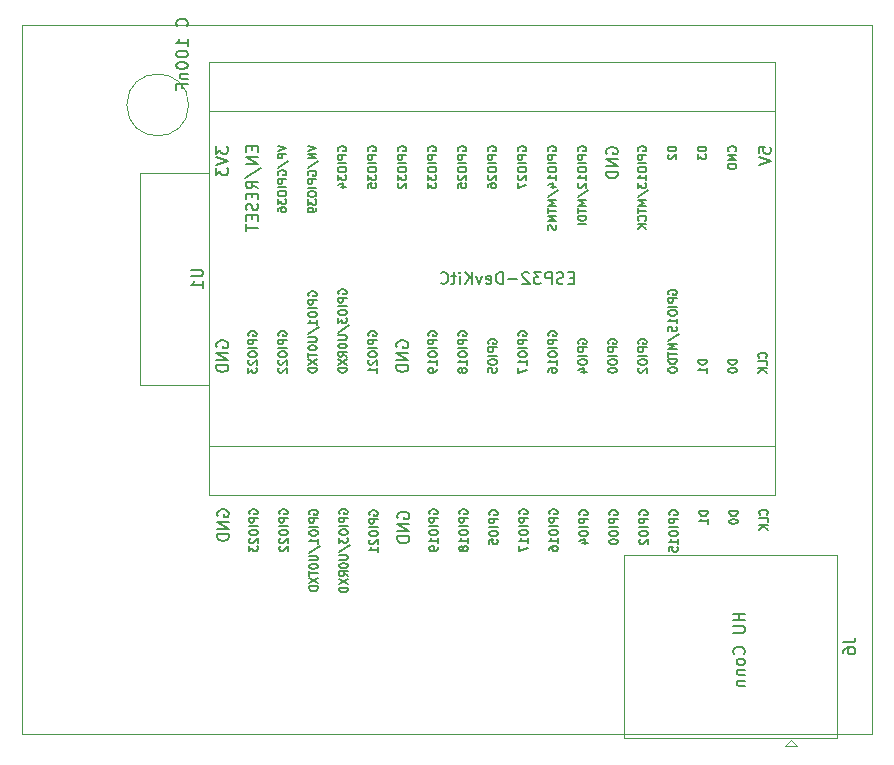
<source format=gbr>
%TF.GenerationSoftware,KiCad,Pcbnew,8.0.1*%
%TF.CreationDate,2024-07-29T09:45:32+02:00*%
%TF.ProjectId,Head Unit,48656164-2055-46e6-9974-2e6b69636164,rev?*%
%TF.SameCoordinates,Original*%
%TF.FileFunction,Legend,Bot*%
%TF.FilePolarity,Positive*%
%FSLAX46Y46*%
G04 Gerber Fmt 4.6, Leading zero omitted, Abs format (unit mm)*
G04 Created by KiCad (PCBNEW 8.0.1) date 2024-07-29 09:45:32*
%MOMM*%
%LPD*%
G01*
G04 APERTURE LIST*
%ADD10C,0.100000*%
%ADD11C,0.150000*%
%ADD12C,0.120000*%
G04 APERTURE END LIST*
D10*
X37000000Y-47250000D02*
X109000000Y-47250000D01*
X109000000Y-107250000D01*
X37000000Y-107250000D01*
X37000000Y-47250000D01*
D11*
X106554819Y-99504166D02*
X107269104Y-99504166D01*
X107269104Y-99504166D02*
X107411961Y-99456547D01*
X107411961Y-99456547D02*
X107507200Y-99361309D01*
X107507200Y-99361309D02*
X107554819Y-99218452D01*
X107554819Y-99218452D02*
X107554819Y-99123214D01*
X106554819Y-100408928D02*
X106554819Y-100218452D01*
X106554819Y-100218452D02*
X106602438Y-100123214D01*
X106602438Y-100123214D02*
X106650057Y-100075595D01*
X106650057Y-100075595D02*
X106792914Y-99980357D01*
X106792914Y-99980357D02*
X106983390Y-99932738D01*
X106983390Y-99932738D02*
X107364342Y-99932738D01*
X107364342Y-99932738D02*
X107459580Y-99980357D01*
X107459580Y-99980357D02*
X107507200Y-100027976D01*
X107507200Y-100027976D02*
X107554819Y-100123214D01*
X107554819Y-100123214D02*
X107554819Y-100313690D01*
X107554819Y-100313690D02*
X107507200Y-100408928D01*
X107507200Y-100408928D02*
X107459580Y-100456547D01*
X107459580Y-100456547D02*
X107364342Y-100504166D01*
X107364342Y-100504166D02*
X107126247Y-100504166D01*
X107126247Y-100504166D02*
X107031009Y-100456547D01*
X107031009Y-100456547D02*
X106983390Y-100408928D01*
X106983390Y-100408928D02*
X106935771Y-100313690D01*
X106935771Y-100313690D02*
X106935771Y-100123214D01*
X106935771Y-100123214D02*
X106983390Y-100027976D01*
X106983390Y-100027976D02*
X107031009Y-99980357D01*
X107031009Y-99980357D02*
X107126247Y-99932738D01*
X98204819Y-97074881D02*
X97204819Y-97074881D01*
X97681009Y-97074881D02*
X97681009Y-97646309D01*
X98204819Y-97646309D02*
X97204819Y-97646309D01*
X97204819Y-98122500D02*
X98014342Y-98122500D01*
X98014342Y-98122500D02*
X98109580Y-98170119D01*
X98109580Y-98170119D02*
X98157200Y-98217738D01*
X98157200Y-98217738D02*
X98204819Y-98312976D01*
X98204819Y-98312976D02*
X98204819Y-98503452D01*
X98204819Y-98503452D02*
X98157200Y-98598690D01*
X98157200Y-98598690D02*
X98109580Y-98646309D01*
X98109580Y-98646309D02*
X98014342Y-98693928D01*
X98014342Y-98693928D02*
X97204819Y-98693928D01*
X98109580Y-100503452D02*
X98157200Y-100455833D01*
X98157200Y-100455833D02*
X98204819Y-100312976D01*
X98204819Y-100312976D02*
X98204819Y-100217738D01*
X98204819Y-100217738D02*
X98157200Y-100074881D01*
X98157200Y-100074881D02*
X98061961Y-99979643D01*
X98061961Y-99979643D02*
X97966723Y-99932024D01*
X97966723Y-99932024D02*
X97776247Y-99884405D01*
X97776247Y-99884405D02*
X97633390Y-99884405D01*
X97633390Y-99884405D02*
X97442914Y-99932024D01*
X97442914Y-99932024D02*
X97347676Y-99979643D01*
X97347676Y-99979643D02*
X97252438Y-100074881D01*
X97252438Y-100074881D02*
X97204819Y-100217738D01*
X97204819Y-100217738D02*
X97204819Y-100312976D01*
X97204819Y-100312976D02*
X97252438Y-100455833D01*
X97252438Y-100455833D02*
X97300057Y-100503452D01*
X98204819Y-101074881D02*
X98157200Y-100979643D01*
X98157200Y-100979643D02*
X98109580Y-100932024D01*
X98109580Y-100932024D02*
X98014342Y-100884405D01*
X98014342Y-100884405D02*
X97728628Y-100884405D01*
X97728628Y-100884405D02*
X97633390Y-100932024D01*
X97633390Y-100932024D02*
X97585771Y-100979643D01*
X97585771Y-100979643D02*
X97538152Y-101074881D01*
X97538152Y-101074881D02*
X97538152Y-101217738D01*
X97538152Y-101217738D02*
X97585771Y-101312976D01*
X97585771Y-101312976D02*
X97633390Y-101360595D01*
X97633390Y-101360595D02*
X97728628Y-101408214D01*
X97728628Y-101408214D02*
X98014342Y-101408214D01*
X98014342Y-101408214D02*
X98109580Y-101360595D01*
X98109580Y-101360595D02*
X98157200Y-101312976D01*
X98157200Y-101312976D02*
X98204819Y-101217738D01*
X98204819Y-101217738D02*
X98204819Y-101074881D01*
X97538152Y-101836786D02*
X98204819Y-101836786D01*
X97633390Y-101836786D02*
X97585771Y-101884405D01*
X97585771Y-101884405D02*
X97538152Y-101979643D01*
X97538152Y-101979643D02*
X97538152Y-102122500D01*
X97538152Y-102122500D02*
X97585771Y-102217738D01*
X97585771Y-102217738D02*
X97681009Y-102265357D01*
X97681009Y-102265357D02*
X98204819Y-102265357D01*
X97538152Y-102741548D02*
X98204819Y-102741548D01*
X97633390Y-102741548D02*
X97585771Y-102789167D01*
X97585771Y-102789167D02*
X97538152Y-102884405D01*
X97538152Y-102884405D02*
X97538152Y-103027262D01*
X97538152Y-103027262D02*
X97585771Y-103122500D01*
X97585771Y-103122500D02*
X97681009Y-103170119D01*
X97681009Y-103170119D02*
X98204819Y-103170119D01*
X50951580Y-47313047D02*
X50999200Y-47265428D01*
X50999200Y-47265428D02*
X51046819Y-47122571D01*
X51046819Y-47122571D02*
X51046819Y-47027333D01*
X51046819Y-47027333D02*
X50999200Y-46884476D01*
X50999200Y-46884476D02*
X50903961Y-46789238D01*
X50903961Y-46789238D02*
X50808723Y-46741619D01*
X50808723Y-46741619D02*
X50618247Y-46694000D01*
X50618247Y-46694000D02*
X50475390Y-46694000D01*
X50475390Y-46694000D02*
X50284914Y-46741619D01*
X50284914Y-46741619D02*
X50189676Y-46789238D01*
X50189676Y-46789238D02*
X50094438Y-46884476D01*
X50094438Y-46884476D02*
X50046819Y-47027333D01*
X50046819Y-47027333D02*
X50046819Y-47122571D01*
X50046819Y-47122571D02*
X50094438Y-47265428D01*
X50094438Y-47265428D02*
X50142057Y-47313047D01*
X51046819Y-49027333D02*
X51046819Y-48455905D01*
X51046819Y-48741619D02*
X50046819Y-48741619D01*
X50046819Y-48741619D02*
X50189676Y-48646381D01*
X50189676Y-48646381D02*
X50284914Y-48551143D01*
X50284914Y-48551143D02*
X50332533Y-48455905D01*
X50046819Y-49646381D02*
X50046819Y-49741619D01*
X50046819Y-49741619D02*
X50094438Y-49836857D01*
X50094438Y-49836857D02*
X50142057Y-49884476D01*
X50142057Y-49884476D02*
X50237295Y-49932095D01*
X50237295Y-49932095D02*
X50427771Y-49979714D01*
X50427771Y-49979714D02*
X50665866Y-49979714D01*
X50665866Y-49979714D02*
X50856342Y-49932095D01*
X50856342Y-49932095D02*
X50951580Y-49884476D01*
X50951580Y-49884476D02*
X50999200Y-49836857D01*
X50999200Y-49836857D02*
X51046819Y-49741619D01*
X51046819Y-49741619D02*
X51046819Y-49646381D01*
X51046819Y-49646381D02*
X50999200Y-49551143D01*
X50999200Y-49551143D02*
X50951580Y-49503524D01*
X50951580Y-49503524D02*
X50856342Y-49455905D01*
X50856342Y-49455905D02*
X50665866Y-49408286D01*
X50665866Y-49408286D02*
X50427771Y-49408286D01*
X50427771Y-49408286D02*
X50237295Y-49455905D01*
X50237295Y-49455905D02*
X50142057Y-49503524D01*
X50142057Y-49503524D02*
X50094438Y-49551143D01*
X50094438Y-49551143D02*
X50046819Y-49646381D01*
X50046819Y-50598762D02*
X50046819Y-50694000D01*
X50046819Y-50694000D02*
X50094438Y-50789238D01*
X50094438Y-50789238D02*
X50142057Y-50836857D01*
X50142057Y-50836857D02*
X50237295Y-50884476D01*
X50237295Y-50884476D02*
X50427771Y-50932095D01*
X50427771Y-50932095D02*
X50665866Y-50932095D01*
X50665866Y-50932095D02*
X50856342Y-50884476D01*
X50856342Y-50884476D02*
X50951580Y-50836857D01*
X50951580Y-50836857D02*
X50999200Y-50789238D01*
X50999200Y-50789238D02*
X51046819Y-50694000D01*
X51046819Y-50694000D02*
X51046819Y-50598762D01*
X51046819Y-50598762D02*
X50999200Y-50503524D01*
X50999200Y-50503524D02*
X50951580Y-50455905D01*
X50951580Y-50455905D02*
X50856342Y-50408286D01*
X50856342Y-50408286D02*
X50665866Y-50360667D01*
X50665866Y-50360667D02*
X50427771Y-50360667D01*
X50427771Y-50360667D02*
X50237295Y-50408286D01*
X50237295Y-50408286D02*
X50142057Y-50455905D01*
X50142057Y-50455905D02*
X50094438Y-50503524D01*
X50094438Y-50503524D02*
X50046819Y-50598762D01*
X50380152Y-51360667D02*
X51046819Y-51360667D01*
X50475390Y-51360667D02*
X50427771Y-51408286D01*
X50427771Y-51408286D02*
X50380152Y-51503524D01*
X50380152Y-51503524D02*
X50380152Y-51646381D01*
X50380152Y-51646381D02*
X50427771Y-51741619D01*
X50427771Y-51741619D02*
X50523009Y-51789238D01*
X50523009Y-51789238D02*
X51046819Y-51789238D01*
X50523009Y-52598762D02*
X50523009Y-52265429D01*
X51046819Y-52265429D02*
X50046819Y-52265429D01*
X50046819Y-52265429D02*
X50046819Y-52741619D01*
X51334819Y-67938095D02*
X52144342Y-67938095D01*
X52144342Y-67938095D02*
X52239580Y-67985714D01*
X52239580Y-67985714D02*
X52287200Y-68033333D01*
X52287200Y-68033333D02*
X52334819Y-68128571D01*
X52334819Y-68128571D02*
X52334819Y-68319047D01*
X52334819Y-68319047D02*
X52287200Y-68414285D01*
X52287200Y-68414285D02*
X52239580Y-68461904D01*
X52239580Y-68461904D02*
X52144342Y-68509523D01*
X52144342Y-68509523D02*
X51334819Y-68509523D01*
X52334819Y-69509523D02*
X52334819Y-68938095D01*
X52334819Y-69223809D02*
X51334819Y-69223809D01*
X51334819Y-69223809D02*
X51477676Y-69128571D01*
X51477676Y-69128571D02*
X51572914Y-69033333D01*
X51572914Y-69033333D02*
X51620533Y-68938095D01*
X83705237Y-68631009D02*
X83371904Y-68631009D01*
X83229047Y-69154819D02*
X83705237Y-69154819D01*
X83705237Y-69154819D02*
X83705237Y-68154819D01*
X83705237Y-68154819D02*
X83229047Y-68154819D01*
X82848094Y-69107200D02*
X82705237Y-69154819D01*
X82705237Y-69154819D02*
X82467142Y-69154819D01*
X82467142Y-69154819D02*
X82371904Y-69107200D01*
X82371904Y-69107200D02*
X82324285Y-69059580D01*
X82324285Y-69059580D02*
X82276666Y-68964342D01*
X82276666Y-68964342D02*
X82276666Y-68869104D01*
X82276666Y-68869104D02*
X82324285Y-68773866D01*
X82324285Y-68773866D02*
X82371904Y-68726247D01*
X82371904Y-68726247D02*
X82467142Y-68678628D01*
X82467142Y-68678628D02*
X82657618Y-68631009D01*
X82657618Y-68631009D02*
X82752856Y-68583390D01*
X82752856Y-68583390D02*
X82800475Y-68535771D01*
X82800475Y-68535771D02*
X82848094Y-68440533D01*
X82848094Y-68440533D02*
X82848094Y-68345295D01*
X82848094Y-68345295D02*
X82800475Y-68250057D01*
X82800475Y-68250057D02*
X82752856Y-68202438D01*
X82752856Y-68202438D02*
X82657618Y-68154819D01*
X82657618Y-68154819D02*
X82419523Y-68154819D01*
X82419523Y-68154819D02*
X82276666Y-68202438D01*
X81848094Y-69154819D02*
X81848094Y-68154819D01*
X81848094Y-68154819D02*
X81467142Y-68154819D01*
X81467142Y-68154819D02*
X81371904Y-68202438D01*
X81371904Y-68202438D02*
X81324285Y-68250057D01*
X81324285Y-68250057D02*
X81276666Y-68345295D01*
X81276666Y-68345295D02*
X81276666Y-68488152D01*
X81276666Y-68488152D02*
X81324285Y-68583390D01*
X81324285Y-68583390D02*
X81371904Y-68631009D01*
X81371904Y-68631009D02*
X81467142Y-68678628D01*
X81467142Y-68678628D02*
X81848094Y-68678628D01*
X80943332Y-68154819D02*
X80324285Y-68154819D01*
X80324285Y-68154819D02*
X80657618Y-68535771D01*
X80657618Y-68535771D02*
X80514761Y-68535771D01*
X80514761Y-68535771D02*
X80419523Y-68583390D01*
X80419523Y-68583390D02*
X80371904Y-68631009D01*
X80371904Y-68631009D02*
X80324285Y-68726247D01*
X80324285Y-68726247D02*
X80324285Y-68964342D01*
X80324285Y-68964342D02*
X80371904Y-69059580D01*
X80371904Y-69059580D02*
X80419523Y-69107200D01*
X80419523Y-69107200D02*
X80514761Y-69154819D01*
X80514761Y-69154819D02*
X80800475Y-69154819D01*
X80800475Y-69154819D02*
X80895713Y-69107200D01*
X80895713Y-69107200D02*
X80943332Y-69059580D01*
X79943332Y-68250057D02*
X79895713Y-68202438D01*
X79895713Y-68202438D02*
X79800475Y-68154819D01*
X79800475Y-68154819D02*
X79562380Y-68154819D01*
X79562380Y-68154819D02*
X79467142Y-68202438D01*
X79467142Y-68202438D02*
X79419523Y-68250057D01*
X79419523Y-68250057D02*
X79371904Y-68345295D01*
X79371904Y-68345295D02*
X79371904Y-68440533D01*
X79371904Y-68440533D02*
X79419523Y-68583390D01*
X79419523Y-68583390D02*
X79990951Y-69154819D01*
X79990951Y-69154819D02*
X79371904Y-69154819D01*
X78943332Y-68773866D02*
X78181428Y-68773866D01*
X77705237Y-69154819D02*
X77705237Y-68154819D01*
X77705237Y-68154819D02*
X77467142Y-68154819D01*
X77467142Y-68154819D02*
X77324285Y-68202438D01*
X77324285Y-68202438D02*
X77229047Y-68297676D01*
X77229047Y-68297676D02*
X77181428Y-68392914D01*
X77181428Y-68392914D02*
X77133809Y-68583390D01*
X77133809Y-68583390D02*
X77133809Y-68726247D01*
X77133809Y-68726247D02*
X77181428Y-68916723D01*
X77181428Y-68916723D02*
X77229047Y-69011961D01*
X77229047Y-69011961D02*
X77324285Y-69107200D01*
X77324285Y-69107200D02*
X77467142Y-69154819D01*
X77467142Y-69154819D02*
X77705237Y-69154819D01*
X76324285Y-69107200D02*
X76419523Y-69154819D01*
X76419523Y-69154819D02*
X76609999Y-69154819D01*
X76609999Y-69154819D02*
X76705237Y-69107200D01*
X76705237Y-69107200D02*
X76752856Y-69011961D01*
X76752856Y-69011961D02*
X76752856Y-68631009D01*
X76752856Y-68631009D02*
X76705237Y-68535771D01*
X76705237Y-68535771D02*
X76609999Y-68488152D01*
X76609999Y-68488152D02*
X76419523Y-68488152D01*
X76419523Y-68488152D02*
X76324285Y-68535771D01*
X76324285Y-68535771D02*
X76276666Y-68631009D01*
X76276666Y-68631009D02*
X76276666Y-68726247D01*
X76276666Y-68726247D02*
X76752856Y-68821485D01*
X75943332Y-68488152D02*
X75705237Y-69154819D01*
X75705237Y-69154819D02*
X75467142Y-68488152D01*
X75086189Y-69154819D02*
X75086189Y-68154819D01*
X74514761Y-69154819D02*
X74943332Y-68583390D01*
X74514761Y-68154819D02*
X75086189Y-68726247D01*
X74086189Y-69154819D02*
X74086189Y-68488152D01*
X74086189Y-68154819D02*
X74133808Y-68202438D01*
X74133808Y-68202438D02*
X74086189Y-68250057D01*
X74086189Y-68250057D02*
X74038570Y-68202438D01*
X74038570Y-68202438D02*
X74086189Y-68154819D01*
X74086189Y-68154819D02*
X74086189Y-68250057D01*
X73752856Y-68488152D02*
X73371904Y-68488152D01*
X73609999Y-68154819D02*
X73609999Y-69011961D01*
X73609999Y-69011961D02*
X73562380Y-69107200D01*
X73562380Y-69107200D02*
X73467142Y-69154819D01*
X73467142Y-69154819D02*
X73371904Y-69154819D01*
X72467142Y-69059580D02*
X72514761Y-69107200D01*
X72514761Y-69107200D02*
X72657618Y-69154819D01*
X72657618Y-69154819D02*
X72752856Y-69154819D01*
X72752856Y-69154819D02*
X72895713Y-69107200D01*
X72895713Y-69107200D02*
X72990951Y-69011961D01*
X72990951Y-69011961D02*
X73038570Y-68916723D01*
X73038570Y-68916723D02*
X73086189Y-68726247D01*
X73086189Y-68726247D02*
X73086189Y-68583390D01*
X73086189Y-68583390D02*
X73038570Y-68392914D01*
X73038570Y-68392914D02*
X72990951Y-68297676D01*
X72990951Y-68297676D02*
X72895713Y-68202438D01*
X72895713Y-68202438D02*
X72752856Y-68154819D01*
X72752856Y-68154819D02*
X72657618Y-68154819D01*
X72657618Y-68154819D02*
X72514761Y-68202438D01*
X72514761Y-68202438D02*
X72467142Y-68250057D01*
X76489366Y-57902017D02*
X76456033Y-57835350D01*
X76456033Y-57835350D02*
X76456033Y-57735350D01*
X76456033Y-57735350D02*
X76489366Y-57635350D01*
X76489366Y-57635350D02*
X76556033Y-57568684D01*
X76556033Y-57568684D02*
X76622700Y-57535350D01*
X76622700Y-57535350D02*
X76756033Y-57502017D01*
X76756033Y-57502017D02*
X76856033Y-57502017D01*
X76856033Y-57502017D02*
X76989366Y-57535350D01*
X76989366Y-57535350D02*
X77056033Y-57568684D01*
X77056033Y-57568684D02*
X77122700Y-57635350D01*
X77122700Y-57635350D02*
X77156033Y-57735350D01*
X77156033Y-57735350D02*
X77156033Y-57802017D01*
X77156033Y-57802017D02*
X77122700Y-57902017D01*
X77122700Y-57902017D02*
X77089366Y-57935350D01*
X77089366Y-57935350D02*
X76856033Y-57935350D01*
X76856033Y-57935350D02*
X76856033Y-57802017D01*
X77156033Y-58235350D02*
X76456033Y-58235350D01*
X76456033Y-58235350D02*
X76456033Y-58502017D01*
X76456033Y-58502017D02*
X76489366Y-58568684D01*
X76489366Y-58568684D02*
X76522700Y-58602017D01*
X76522700Y-58602017D02*
X76589366Y-58635350D01*
X76589366Y-58635350D02*
X76689366Y-58635350D01*
X76689366Y-58635350D02*
X76756033Y-58602017D01*
X76756033Y-58602017D02*
X76789366Y-58568684D01*
X76789366Y-58568684D02*
X76822700Y-58502017D01*
X76822700Y-58502017D02*
X76822700Y-58235350D01*
X77156033Y-58935350D02*
X76456033Y-58935350D01*
X76456033Y-59402017D02*
X76456033Y-59535350D01*
X76456033Y-59535350D02*
X76489366Y-59602017D01*
X76489366Y-59602017D02*
X76556033Y-59668683D01*
X76556033Y-59668683D02*
X76689366Y-59702017D01*
X76689366Y-59702017D02*
X76922700Y-59702017D01*
X76922700Y-59702017D02*
X77056033Y-59668683D01*
X77056033Y-59668683D02*
X77122700Y-59602017D01*
X77122700Y-59602017D02*
X77156033Y-59535350D01*
X77156033Y-59535350D02*
X77156033Y-59402017D01*
X77156033Y-59402017D02*
X77122700Y-59335350D01*
X77122700Y-59335350D02*
X77056033Y-59268683D01*
X77056033Y-59268683D02*
X76922700Y-59235350D01*
X76922700Y-59235350D02*
X76689366Y-59235350D01*
X76689366Y-59235350D02*
X76556033Y-59268683D01*
X76556033Y-59268683D02*
X76489366Y-59335350D01*
X76489366Y-59335350D02*
X76456033Y-59402017D01*
X76522700Y-59968683D02*
X76489366Y-60002016D01*
X76489366Y-60002016D02*
X76456033Y-60068683D01*
X76456033Y-60068683D02*
X76456033Y-60235350D01*
X76456033Y-60235350D02*
X76489366Y-60302016D01*
X76489366Y-60302016D02*
X76522700Y-60335350D01*
X76522700Y-60335350D02*
X76589366Y-60368683D01*
X76589366Y-60368683D02*
X76656033Y-60368683D01*
X76656033Y-60368683D02*
X76756033Y-60335350D01*
X76756033Y-60335350D02*
X77156033Y-59935350D01*
X77156033Y-59935350D02*
X77156033Y-60368683D01*
X76456033Y-60968683D02*
X76456033Y-60835350D01*
X76456033Y-60835350D02*
X76489366Y-60768683D01*
X76489366Y-60768683D02*
X76522700Y-60735350D01*
X76522700Y-60735350D02*
X76622700Y-60668683D01*
X76622700Y-60668683D02*
X76756033Y-60635350D01*
X76756033Y-60635350D02*
X77022700Y-60635350D01*
X77022700Y-60635350D02*
X77089366Y-60668683D01*
X77089366Y-60668683D02*
X77122700Y-60702017D01*
X77122700Y-60702017D02*
X77156033Y-60768683D01*
X77156033Y-60768683D02*
X77156033Y-60902017D01*
X77156033Y-60902017D02*
X77122700Y-60968683D01*
X77122700Y-60968683D02*
X77089366Y-61002017D01*
X77089366Y-61002017D02*
X77022700Y-61035350D01*
X77022700Y-61035350D02*
X76856033Y-61035350D01*
X76856033Y-61035350D02*
X76789366Y-61002017D01*
X76789366Y-61002017D02*
X76756033Y-60968683D01*
X76756033Y-60968683D02*
X76722700Y-60902017D01*
X76722700Y-60902017D02*
X76722700Y-60768683D01*
X76722700Y-60768683D02*
X76756033Y-60702017D01*
X76756033Y-60702017D02*
X76789366Y-60668683D01*
X76789366Y-60668683D02*
X76856033Y-60635350D01*
X86502438Y-58130588D02*
X86454819Y-58035350D01*
X86454819Y-58035350D02*
X86454819Y-57892493D01*
X86454819Y-57892493D02*
X86502438Y-57749636D01*
X86502438Y-57749636D02*
X86597676Y-57654398D01*
X86597676Y-57654398D02*
X86692914Y-57606779D01*
X86692914Y-57606779D02*
X86883390Y-57559160D01*
X86883390Y-57559160D02*
X87026247Y-57559160D01*
X87026247Y-57559160D02*
X87216723Y-57606779D01*
X87216723Y-57606779D02*
X87311961Y-57654398D01*
X87311961Y-57654398D02*
X87407200Y-57749636D01*
X87407200Y-57749636D02*
X87454819Y-57892493D01*
X87454819Y-57892493D02*
X87454819Y-57987731D01*
X87454819Y-57987731D02*
X87407200Y-58130588D01*
X87407200Y-58130588D02*
X87359580Y-58178207D01*
X87359580Y-58178207D02*
X87026247Y-58178207D01*
X87026247Y-58178207D02*
X87026247Y-57987731D01*
X87454819Y-58606779D02*
X86454819Y-58606779D01*
X86454819Y-58606779D02*
X87454819Y-59178207D01*
X87454819Y-59178207D02*
X86454819Y-59178207D01*
X87454819Y-59654398D02*
X86454819Y-59654398D01*
X86454819Y-59654398D02*
X86454819Y-59892493D01*
X86454819Y-59892493D02*
X86502438Y-60035350D01*
X86502438Y-60035350D02*
X86597676Y-60130588D01*
X86597676Y-60130588D02*
X86692914Y-60178207D01*
X86692914Y-60178207D02*
X86883390Y-60225826D01*
X86883390Y-60225826D02*
X87026247Y-60225826D01*
X87026247Y-60225826D02*
X87216723Y-60178207D01*
X87216723Y-60178207D02*
X87311961Y-60130588D01*
X87311961Y-60130588D02*
X87407200Y-60035350D01*
X87407200Y-60035350D02*
X87454819Y-59892493D01*
X87454819Y-59892493D02*
X87454819Y-59654398D01*
X63909366Y-88601316D02*
X63876033Y-88534649D01*
X63876033Y-88534649D02*
X63876033Y-88434649D01*
X63876033Y-88434649D02*
X63909366Y-88334649D01*
X63909366Y-88334649D02*
X63976033Y-88267983D01*
X63976033Y-88267983D02*
X64042700Y-88234649D01*
X64042700Y-88234649D02*
X64176033Y-88201316D01*
X64176033Y-88201316D02*
X64276033Y-88201316D01*
X64276033Y-88201316D02*
X64409366Y-88234649D01*
X64409366Y-88234649D02*
X64476033Y-88267983D01*
X64476033Y-88267983D02*
X64542700Y-88334649D01*
X64542700Y-88334649D02*
X64576033Y-88434649D01*
X64576033Y-88434649D02*
X64576033Y-88501316D01*
X64576033Y-88501316D02*
X64542700Y-88601316D01*
X64542700Y-88601316D02*
X64509366Y-88634649D01*
X64509366Y-88634649D02*
X64276033Y-88634649D01*
X64276033Y-88634649D02*
X64276033Y-88501316D01*
X64576033Y-88934649D02*
X63876033Y-88934649D01*
X63876033Y-88934649D02*
X63876033Y-89201316D01*
X63876033Y-89201316D02*
X63909366Y-89267983D01*
X63909366Y-89267983D02*
X63942700Y-89301316D01*
X63942700Y-89301316D02*
X64009366Y-89334649D01*
X64009366Y-89334649D02*
X64109366Y-89334649D01*
X64109366Y-89334649D02*
X64176033Y-89301316D01*
X64176033Y-89301316D02*
X64209366Y-89267983D01*
X64209366Y-89267983D02*
X64242700Y-89201316D01*
X64242700Y-89201316D02*
X64242700Y-88934649D01*
X64576033Y-89634649D02*
X63876033Y-89634649D01*
X63876033Y-90101316D02*
X63876033Y-90234649D01*
X63876033Y-90234649D02*
X63909366Y-90301316D01*
X63909366Y-90301316D02*
X63976033Y-90367982D01*
X63976033Y-90367982D02*
X64109366Y-90401316D01*
X64109366Y-90401316D02*
X64342700Y-90401316D01*
X64342700Y-90401316D02*
X64476033Y-90367982D01*
X64476033Y-90367982D02*
X64542700Y-90301316D01*
X64542700Y-90301316D02*
X64576033Y-90234649D01*
X64576033Y-90234649D02*
X64576033Y-90101316D01*
X64576033Y-90101316D02*
X64542700Y-90034649D01*
X64542700Y-90034649D02*
X64476033Y-89967982D01*
X64476033Y-89967982D02*
X64342700Y-89934649D01*
X64342700Y-89934649D02*
X64109366Y-89934649D01*
X64109366Y-89934649D02*
X63976033Y-89967982D01*
X63976033Y-89967982D02*
X63909366Y-90034649D01*
X63909366Y-90034649D02*
X63876033Y-90101316D01*
X63876033Y-90634649D02*
X63876033Y-91067982D01*
X63876033Y-91067982D02*
X64142700Y-90834649D01*
X64142700Y-90834649D02*
X64142700Y-90934649D01*
X64142700Y-90934649D02*
X64176033Y-91001315D01*
X64176033Y-91001315D02*
X64209366Y-91034649D01*
X64209366Y-91034649D02*
X64276033Y-91067982D01*
X64276033Y-91067982D02*
X64442700Y-91067982D01*
X64442700Y-91067982D02*
X64509366Y-91034649D01*
X64509366Y-91034649D02*
X64542700Y-91001315D01*
X64542700Y-91001315D02*
X64576033Y-90934649D01*
X64576033Y-90934649D02*
X64576033Y-90734649D01*
X64576033Y-90734649D02*
X64542700Y-90667982D01*
X64542700Y-90667982D02*
X64509366Y-90634649D01*
X63842700Y-91867982D02*
X64742700Y-91267982D01*
X63876033Y-92101315D02*
X64442700Y-92101315D01*
X64442700Y-92101315D02*
X64509366Y-92134649D01*
X64509366Y-92134649D02*
X64542700Y-92167982D01*
X64542700Y-92167982D02*
X64576033Y-92234649D01*
X64576033Y-92234649D02*
X64576033Y-92367982D01*
X64576033Y-92367982D02*
X64542700Y-92434649D01*
X64542700Y-92434649D02*
X64509366Y-92467982D01*
X64509366Y-92467982D02*
X64442700Y-92501315D01*
X64442700Y-92501315D02*
X63876033Y-92501315D01*
X63876033Y-92967982D02*
X63876033Y-93034648D01*
X63876033Y-93034648D02*
X63909366Y-93101315D01*
X63909366Y-93101315D02*
X63942700Y-93134648D01*
X63942700Y-93134648D02*
X64009366Y-93167982D01*
X64009366Y-93167982D02*
X64142700Y-93201315D01*
X64142700Y-93201315D02*
X64309366Y-93201315D01*
X64309366Y-93201315D02*
X64442700Y-93167982D01*
X64442700Y-93167982D02*
X64509366Y-93134648D01*
X64509366Y-93134648D02*
X64542700Y-93101315D01*
X64542700Y-93101315D02*
X64576033Y-93034648D01*
X64576033Y-93034648D02*
X64576033Y-92967982D01*
X64576033Y-92967982D02*
X64542700Y-92901315D01*
X64542700Y-92901315D02*
X64509366Y-92867982D01*
X64509366Y-92867982D02*
X64442700Y-92834648D01*
X64442700Y-92834648D02*
X64309366Y-92801315D01*
X64309366Y-92801315D02*
X64142700Y-92801315D01*
X64142700Y-92801315D02*
X64009366Y-92834648D01*
X64009366Y-92834648D02*
X63942700Y-92867982D01*
X63942700Y-92867982D02*
X63909366Y-92901315D01*
X63909366Y-92901315D02*
X63876033Y-92967982D01*
X64576033Y-93901315D02*
X64242700Y-93667982D01*
X64576033Y-93501315D02*
X63876033Y-93501315D01*
X63876033Y-93501315D02*
X63876033Y-93767982D01*
X63876033Y-93767982D02*
X63909366Y-93834649D01*
X63909366Y-93834649D02*
X63942700Y-93867982D01*
X63942700Y-93867982D02*
X64009366Y-93901315D01*
X64009366Y-93901315D02*
X64109366Y-93901315D01*
X64109366Y-93901315D02*
X64176033Y-93867982D01*
X64176033Y-93867982D02*
X64209366Y-93834649D01*
X64209366Y-93834649D02*
X64242700Y-93767982D01*
X64242700Y-93767982D02*
X64242700Y-93501315D01*
X63876033Y-94134649D02*
X64576033Y-94601315D01*
X63876033Y-94601315D02*
X64576033Y-94134649D01*
X64576033Y-94867982D02*
X63876033Y-94867982D01*
X63876033Y-94867982D02*
X63876033Y-95034649D01*
X63876033Y-95034649D02*
X63909366Y-95134649D01*
X63909366Y-95134649D02*
X63976033Y-95201316D01*
X63976033Y-95201316D02*
X64042700Y-95234649D01*
X64042700Y-95234649D02*
X64176033Y-95267982D01*
X64176033Y-95267982D02*
X64276033Y-95267982D01*
X64276033Y-95267982D02*
X64409366Y-95234649D01*
X64409366Y-95234649D02*
X64476033Y-95201316D01*
X64476033Y-95201316D02*
X64542700Y-95134649D01*
X64542700Y-95134649D02*
X64576033Y-95034649D01*
X64576033Y-95034649D02*
X64576033Y-94867982D01*
X86689366Y-74201316D02*
X86656033Y-74134649D01*
X86656033Y-74134649D02*
X86656033Y-74034649D01*
X86656033Y-74034649D02*
X86689366Y-73934649D01*
X86689366Y-73934649D02*
X86756033Y-73867983D01*
X86756033Y-73867983D02*
X86822700Y-73834649D01*
X86822700Y-73834649D02*
X86956033Y-73801316D01*
X86956033Y-73801316D02*
X87056033Y-73801316D01*
X87056033Y-73801316D02*
X87189366Y-73834649D01*
X87189366Y-73834649D02*
X87256033Y-73867983D01*
X87256033Y-73867983D02*
X87322700Y-73934649D01*
X87322700Y-73934649D02*
X87356033Y-74034649D01*
X87356033Y-74034649D02*
X87356033Y-74101316D01*
X87356033Y-74101316D02*
X87322700Y-74201316D01*
X87322700Y-74201316D02*
X87289366Y-74234649D01*
X87289366Y-74234649D02*
X87056033Y-74234649D01*
X87056033Y-74234649D02*
X87056033Y-74101316D01*
X87356033Y-74534649D02*
X86656033Y-74534649D01*
X86656033Y-74534649D02*
X86656033Y-74801316D01*
X86656033Y-74801316D02*
X86689366Y-74867983D01*
X86689366Y-74867983D02*
X86722700Y-74901316D01*
X86722700Y-74901316D02*
X86789366Y-74934649D01*
X86789366Y-74934649D02*
X86889366Y-74934649D01*
X86889366Y-74934649D02*
X86956033Y-74901316D01*
X86956033Y-74901316D02*
X86989366Y-74867983D01*
X86989366Y-74867983D02*
X87022700Y-74801316D01*
X87022700Y-74801316D02*
X87022700Y-74534649D01*
X87356033Y-75234649D02*
X86656033Y-75234649D01*
X86656033Y-75701316D02*
X86656033Y-75834649D01*
X86656033Y-75834649D02*
X86689366Y-75901316D01*
X86689366Y-75901316D02*
X86756033Y-75967982D01*
X86756033Y-75967982D02*
X86889366Y-76001316D01*
X86889366Y-76001316D02*
X87122700Y-76001316D01*
X87122700Y-76001316D02*
X87256033Y-75967982D01*
X87256033Y-75967982D02*
X87322700Y-75901316D01*
X87322700Y-75901316D02*
X87356033Y-75834649D01*
X87356033Y-75834649D02*
X87356033Y-75701316D01*
X87356033Y-75701316D02*
X87322700Y-75634649D01*
X87322700Y-75634649D02*
X87256033Y-75567982D01*
X87256033Y-75567982D02*
X87122700Y-75534649D01*
X87122700Y-75534649D02*
X86889366Y-75534649D01*
X86889366Y-75534649D02*
X86756033Y-75567982D01*
X86756033Y-75567982D02*
X86689366Y-75634649D01*
X86689366Y-75634649D02*
X86656033Y-75701316D01*
X86656033Y-76434649D02*
X86656033Y-76501315D01*
X86656033Y-76501315D02*
X86689366Y-76567982D01*
X86689366Y-76567982D02*
X86722700Y-76601315D01*
X86722700Y-76601315D02*
X86789366Y-76634649D01*
X86789366Y-76634649D02*
X86922700Y-76667982D01*
X86922700Y-76667982D02*
X87089366Y-76667982D01*
X87089366Y-76667982D02*
X87222700Y-76634649D01*
X87222700Y-76634649D02*
X87289366Y-76601315D01*
X87289366Y-76601315D02*
X87322700Y-76567982D01*
X87322700Y-76567982D02*
X87356033Y-76501315D01*
X87356033Y-76501315D02*
X87356033Y-76434649D01*
X87356033Y-76434649D02*
X87322700Y-76367982D01*
X87322700Y-76367982D02*
X87289366Y-76334649D01*
X87289366Y-76334649D02*
X87222700Y-76301315D01*
X87222700Y-76301315D02*
X87089366Y-76267982D01*
X87089366Y-76267982D02*
X86922700Y-76267982D01*
X86922700Y-76267982D02*
X86789366Y-76301315D01*
X86789366Y-76301315D02*
X86722700Y-76334649D01*
X86722700Y-76334649D02*
X86689366Y-76367982D01*
X86689366Y-76367982D02*
X86656033Y-76434649D01*
X97409366Y-57935350D02*
X97442700Y-57902017D01*
X97442700Y-57902017D02*
X97476033Y-57802017D01*
X97476033Y-57802017D02*
X97476033Y-57735350D01*
X97476033Y-57735350D02*
X97442700Y-57635350D01*
X97442700Y-57635350D02*
X97376033Y-57568684D01*
X97376033Y-57568684D02*
X97309366Y-57535350D01*
X97309366Y-57535350D02*
X97176033Y-57502017D01*
X97176033Y-57502017D02*
X97076033Y-57502017D01*
X97076033Y-57502017D02*
X96942700Y-57535350D01*
X96942700Y-57535350D02*
X96876033Y-57568684D01*
X96876033Y-57568684D02*
X96809366Y-57635350D01*
X96809366Y-57635350D02*
X96776033Y-57735350D01*
X96776033Y-57735350D02*
X96776033Y-57802017D01*
X96776033Y-57802017D02*
X96809366Y-57902017D01*
X96809366Y-57902017D02*
X96842700Y-57935350D01*
X97476033Y-58235350D02*
X96776033Y-58235350D01*
X96776033Y-58235350D02*
X97276033Y-58468684D01*
X97276033Y-58468684D02*
X96776033Y-58702017D01*
X96776033Y-58702017D02*
X97476033Y-58702017D01*
X97476033Y-59035350D02*
X96776033Y-59035350D01*
X96776033Y-59035350D02*
X96776033Y-59202017D01*
X96776033Y-59202017D02*
X96809366Y-59302017D01*
X96809366Y-59302017D02*
X96876033Y-59368684D01*
X96876033Y-59368684D02*
X96942700Y-59402017D01*
X96942700Y-59402017D02*
X97076033Y-59435350D01*
X97076033Y-59435350D02*
X97176033Y-59435350D01*
X97176033Y-59435350D02*
X97309366Y-59402017D01*
X97309366Y-59402017D02*
X97376033Y-59368684D01*
X97376033Y-59368684D02*
X97442700Y-59302017D01*
X97442700Y-59302017D02*
X97476033Y-59202017D01*
X97476033Y-59202017D02*
X97476033Y-59035350D01*
X68842438Y-89015601D02*
X68794819Y-88920363D01*
X68794819Y-88920363D02*
X68794819Y-88777506D01*
X68794819Y-88777506D02*
X68842438Y-88634649D01*
X68842438Y-88634649D02*
X68937676Y-88539411D01*
X68937676Y-88539411D02*
X69032914Y-88491792D01*
X69032914Y-88491792D02*
X69223390Y-88444173D01*
X69223390Y-88444173D02*
X69366247Y-88444173D01*
X69366247Y-88444173D02*
X69556723Y-88491792D01*
X69556723Y-88491792D02*
X69651961Y-88539411D01*
X69651961Y-88539411D02*
X69747200Y-88634649D01*
X69747200Y-88634649D02*
X69794819Y-88777506D01*
X69794819Y-88777506D02*
X69794819Y-88872744D01*
X69794819Y-88872744D02*
X69747200Y-89015601D01*
X69747200Y-89015601D02*
X69699580Y-89063220D01*
X69699580Y-89063220D02*
X69366247Y-89063220D01*
X69366247Y-89063220D02*
X69366247Y-88872744D01*
X69794819Y-89491792D02*
X68794819Y-89491792D01*
X68794819Y-89491792D02*
X69794819Y-90063220D01*
X69794819Y-90063220D02*
X68794819Y-90063220D01*
X69794819Y-90539411D02*
X68794819Y-90539411D01*
X68794819Y-90539411D02*
X68794819Y-90777506D01*
X68794819Y-90777506D02*
X68842438Y-90920363D01*
X68842438Y-90920363D02*
X68937676Y-91015601D01*
X68937676Y-91015601D02*
X69032914Y-91063220D01*
X69032914Y-91063220D02*
X69223390Y-91110839D01*
X69223390Y-91110839D02*
X69366247Y-91110839D01*
X69366247Y-91110839D02*
X69556723Y-91063220D01*
X69556723Y-91063220D02*
X69651961Y-91015601D01*
X69651961Y-91015601D02*
X69747200Y-90920363D01*
X69747200Y-90920363D02*
X69794819Y-90777506D01*
X69794819Y-90777506D02*
X69794819Y-90539411D01*
X71529366Y-88634649D02*
X71496033Y-88567982D01*
X71496033Y-88567982D02*
X71496033Y-88467982D01*
X71496033Y-88467982D02*
X71529366Y-88367982D01*
X71529366Y-88367982D02*
X71596033Y-88301316D01*
X71596033Y-88301316D02*
X71662700Y-88267982D01*
X71662700Y-88267982D02*
X71796033Y-88234649D01*
X71796033Y-88234649D02*
X71896033Y-88234649D01*
X71896033Y-88234649D02*
X72029366Y-88267982D01*
X72029366Y-88267982D02*
X72096033Y-88301316D01*
X72096033Y-88301316D02*
X72162700Y-88367982D01*
X72162700Y-88367982D02*
X72196033Y-88467982D01*
X72196033Y-88467982D02*
X72196033Y-88534649D01*
X72196033Y-88534649D02*
X72162700Y-88634649D01*
X72162700Y-88634649D02*
X72129366Y-88667982D01*
X72129366Y-88667982D02*
X71896033Y-88667982D01*
X71896033Y-88667982D02*
X71896033Y-88534649D01*
X72196033Y-88967982D02*
X71496033Y-88967982D01*
X71496033Y-88967982D02*
X71496033Y-89234649D01*
X71496033Y-89234649D02*
X71529366Y-89301316D01*
X71529366Y-89301316D02*
X71562700Y-89334649D01*
X71562700Y-89334649D02*
X71629366Y-89367982D01*
X71629366Y-89367982D02*
X71729366Y-89367982D01*
X71729366Y-89367982D02*
X71796033Y-89334649D01*
X71796033Y-89334649D02*
X71829366Y-89301316D01*
X71829366Y-89301316D02*
X71862700Y-89234649D01*
X71862700Y-89234649D02*
X71862700Y-88967982D01*
X72196033Y-89667982D02*
X71496033Y-89667982D01*
X71496033Y-90134649D02*
X71496033Y-90267982D01*
X71496033Y-90267982D02*
X71529366Y-90334649D01*
X71529366Y-90334649D02*
X71596033Y-90401315D01*
X71596033Y-90401315D02*
X71729366Y-90434649D01*
X71729366Y-90434649D02*
X71962700Y-90434649D01*
X71962700Y-90434649D02*
X72096033Y-90401315D01*
X72096033Y-90401315D02*
X72162700Y-90334649D01*
X72162700Y-90334649D02*
X72196033Y-90267982D01*
X72196033Y-90267982D02*
X72196033Y-90134649D01*
X72196033Y-90134649D02*
X72162700Y-90067982D01*
X72162700Y-90067982D02*
X72096033Y-90001315D01*
X72096033Y-90001315D02*
X71962700Y-89967982D01*
X71962700Y-89967982D02*
X71729366Y-89967982D01*
X71729366Y-89967982D02*
X71596033Y-90001315D01*
X71596033Y-90001315D02*
X71529366Y-90067982D01*
X71529366Y-90067982D02*
X71496033Y-90134649D01*
X72196033Y-91101315D02*
X72196033Y-90701315D01*
X72196033Y-90901315D02*
X71496033Y-90901315D01*
X71496033Y-90901315D02*
X71596033Y-90834648D01*
X71596033Y-90834648D02*
X71662700Y-90767982D01*
X71662700Y-90767982D02*
X71696033Y-90701315D01*
X72196033Y-91434649D02*
X72196033Y-91567982D01*
X72196033Y-91567982D02*
X72162700Y-91634649D01*
X72162700Y-91634649D02*
X72129366Y-91667982D01*
X72129366Y-91667982D02*
X72029366Y-91734649D01*
X72029366Y-91734649D02*
X71896033Y-91767982D01*
X71896033Y-91767982D02*
X71629366Y-91767982D01*
X71629366Y-91767982D02*
X71562700Y-91734649D01*
X71562700Y-91734649D02*
X71529366Y-91701315D01*
X71529366Y-91701315D02*
X71496033Y-91634649D01*
X71496033Y-91634649D02*
X71496033Y-91501315D01*
X71496033Y-91501315D02*
X71529366Y-91434649D01*
X71529366Y-91434649D02*
X71562700Y-91401315D01*
X71562700Y-91401315D02*
X71629366Y-91367982D01*
X71629366Y-91367982D02*
X71796033Y-91367982D01*
X71796033Y-91367982D02*
X71862700Y-91401315D01*
X71862700Y-91401315D02*
X71896033Y-91434649D01*
X71896033Y-91434649D02*
X71929366Y-91501315D01*
X71929366Y-91501315D02*
X71929366Y-91634649D01*
X71929366Y-91634649D02*
X71896033Y-91701315D01*
X71896033Y-91701315D02*
X71862700Y-91734649D01*
X71862700Y-91734649D02*
X71796033Y-91767982D01*
X94976033Y-75601315D02*
X94276033Y-75601315D01*
X94276033Y-75601315D02*
X94276033Y-75767982D01*
X94276033Y-75767982D02*
X94309366Y-75867982D01*
X94309366Y-75867982D02*
X94376033Y-75934649D01*
X94376033Y-75934649D02*
X94442700Y-75967982D01*
X94442700Y-75967982D02*
X94576033Y-76001315D01*
X94576033Y-76001315D02*
X94676033Y-76001315D01*
X94676033Y-76001315D02*
X94809366Y-75967982D01*
X94809366Y-75967982D02*
X94876033Y-75934649D01*
X94876033Y-75934649D02*
X94942700Y-75867982D01*
X94942700Y-75867982D02*
X94976033Y-75767982D01*
X94976033Y-75767982D02*
X94976033Y-75601315D01*
X94976033Y-76667982D02*
X94976033Y-76267982D01*
X94976033Y-76467982D02*
X94276033Y-76467982D01*
X94276033Y-76467982D02*
X94376033Y-76401315D01*
X94376033Y-76401315D02*
X94442700Y-76334649D01*
X94442700Y-76334649D02*
X94476033Y-76267982D01*
X97596033Y-88401315D02*
X96896033Y-88401315D01*
X96896033Y-88401315D02*
X96896033Y-88567982D01*
X96896033Y-88567982D02*
X96929366Y-88667982D01*
X96929366Y-88667982D02*
X96996033Y-88734649D01*
X96996033Y-88734649D02*
X97062700Y-88767982D01*
X97062700Y-88767982D02*
X97196033Y-88801315D01*
X97196033Y-88801315D02*
X97296033Y-88801315D01*
X97296033Y-88801315D02*
X97429366Y-88767982D01*
X97429366Y-88767982D02*
X97496033Y-88734649D01*
X97496033Y-88734649D02*
X97562700Y-88667982D01*
X97562700Y-88667982D02*
X97596033Y-88567982D01*
X97596033Y-88567982D02*
X97596033Y-88401315D01*
X96896033Y-89234649D02*
X96896033Y-89301315D01*
X96896033Y-89301315D02*
X96929366Y-89367982D01*
X96929366Y-89367982D02*
X96962700Y-89401315D01*
X96962700Y-89401315D02*
X97029366Y-89434649D01*
X97029366Y-89434649D02*
X97162700Y-89467982D01*
X97162700Y-89467982D02*
X97329366Y-89467982D01*
X97329366Y-89467982D02*
X97462700Y-89434649D01*
X97462700Y-89434649D02*
X97529366Y-89401315D01*
X97529366Y-89401315D02*
X97562700Y-89367982D01*
X97562700Y-89367982D02*
X97596033Y-89301315D01*
X97596033Y-89301315D02*
X97596033Y-89234649D01*
X97596033Y-89234649D02*
X97562700Y-89167982D01*
X97562700Y-89167982D02*
X97529366Y-89134649D01*
X97529366Y-89134649D02*
X97462700Y-89101315D01*
X97462700Y-89101315D02*
X97329366Y-89067982D01*
X97329366Y-89067982D02*
X97162700Y-89067982D01*
X97162700Y-89067982D02*
X97029366Y-89101315D01*
X97029366Y-89101315D02*
X96962700Y-89134649D01*
X96962700Y-89134649D02*
X96929366Y-89167982D01*
X96929366Y-89167982D02*
X96896033Y-89234649D01*
X61216033Y-57435350D02*
X61916033Y-57668684D01*
X61916033Y-57668684D02*
X61216033Y-57902017D01*
X61916033Y-58135350D02*
X61216033Y-58135350D01*
X61216033Y-58135350D02*
X61916033Y-58535350D01*
X61916033Y-58535350D02*
X61216033Y-58535350D01*
X61182700Y-59368683D02*
X62082700Y-58768683D01*
X61249366Y-59968683D02*
X61216033Y-59902016D01*
X61216033Y-59902016D02*
X61216033Y-59802016D01*
X61216033Y-59802016D02*
X61249366Y-59702016D01*
X61249366Y-59702016D02*
X61316033Y-59635350D01*
X61316033Y-59635350D02*
X61382700Y-59602016D01*
X61382700Y-59602016D02*
X61516033Y-59568683D01*
X61516033Y-59568683D02*
X61616033Y-59568683D01*
X61616033Y-59568683D02*
X61749366Y-59602016D01*
X61749366Y-59602016D02*
X61816033Y-59635350D01*
X61816033Y-59635350D02*
X61882700Y-59702016D01*
X61882700Y-59702016D02*
X61916033Y-59802016D01*
X61916033Y-59802016D02*
X61916033Y-59868683D01*
X61916033Y-59868683D02*
X61882700Y-59968683D01*
X61882700Y-59968683D02*
X61849366Y-60002016D01*
X61849366Y-60002016D02*
X61616033Y-60002016D01*
X61616033Y-60002016D02*
X61616033Y-59868683D01*
X61916033Y-60302016D02*
X61216033Y-60302016D01*
X61216033Y-60302016D02*
X61216033Y-60568683D01*
X61216033Y-60568683D02*
X61249366Y-60635350D01*
X61249366Y-60635350D02*
X61282700Y-60668683D01*
X61282700Y-60668683D02*
X61349366Y-60702016D01*
X61349366Y-60702016D02*
X61449366Y-60702016D01*
X61449366Y-60702016D02*
X61516033Y-60668683D01*
X61516033Y-60668683D02*
X61549366Y-60635350D01*
X61549366Y-60635350D02*
X61582700Y-60568683D01*
X61582700Y-60568683D02*
X61582700Y-60302016D01*
X61916033Y-61002016D02*
X61216033Y-61002016D01*
X61216033Y-61468683D02*
X61216033Y-61602016D01*
X61216033Y-61602016D02*
X61249366Y-61668683D01*
X61249366Y-61668683D02*
X61316033Y-61735349D01*
X61316033Y-61735349D02*
X61449366Y-61768683D01*
X61449366Y-61768683D02*
X61682700Y-61768683D01*
X61682700Y-61768683D02*
X61816033Y-61735349D01*
X61816033Y-61735349D02*
X61882700Y-61668683D01*
X61882700Y-61668683D02*
X61916033Y-61602016D01*
X61916033Y-61602016D02*
X61916033Y-61468683D01*
X61916033Y-61468683D02*
X61882700Y-61402016D01*
X61882700Y-61402016D02*
X61816033Y-61335349D01*
X61816033Y-61335349D02*
X61682700Y-61302016D01*
X61682700Y-61302016D02*
X61449366Y-61302016D01*
X61449366Y-61302016D02*
X61316033Y-61335349D01*
X61316033Y-61335349D02*
X61249366Y-61402016D01*
X61249366Y-61402016D02*
X61216033Y-61468683D01*
X61216033Y-62002016D02*
X61216033Y-62435349D01*
X61216033Y-62435349D02*
X61482700Y-62202016D01*
X61482700Y-62202016D02*
X61482700Y-62302016D01*
X61482700Y-62302016D02*
X61516033Y-62368682D01*
X61516033Y-62368682D02*
X61549366Y-62402016D01*
X61549366Y-62402016D02*
X61616033Y-62435349D01*
X61616033Y-62435349D02*
X61782700Y-62435349D01*
X61782700Y-62435349D02*
X61849366Y-62402016D01*
X61849366Y-62402016D02*
X61882700Y-62368682D01*
X61882700Y-62368682D02*
X61916033Y-62302016D01*
X61916033Y-62302016D02*
X61916033Y-62102016D01*
X61916033Y-62102016D02*
X61882700Y-62035349D01*
X61882700Y-62035349D02*
X61849366Y-62002016D01*
X61916033Y-62768683D02*
X61916033Y-62902016D01*
X61916033Y-62902016D02*
X61882700Y-62968683D01*
X61882700Y-62968683D02*
X61849366Y-63002016D01*
X61849366Y-63002016D02*
X61749366Y-63068683D01*
X61749366Y-63068683D02*
X61616033Y-63102016D01*
X61616033Y-63102016D02*
X61349366Y-63102016D01*
X61349366Y-63102016D02*
X61282700Y-63068683D01*
X61282700Y-63068683D02*
X61249366Y-63035349D01*
X61249366Y-63035349D02*
X61216033Y-62968683D01*
X61216033Y-62968683D02*
X61216033Y-62835349D01*
X61216033Y-62835349D02*
X61249366Y-62768683D01*
X61249366Y-62768683D02*
X61282700Y-62735349D01*
X61282700Y-62735349D02*
X61349366Y-62702016D01*
X61349366Y-62702016D02*
X61516033Y-62702016D01*
X61516033Y-62702016D02*
X61582700Y-62735349D01*
X61582700Y-62735349D02*
X61616033Y-62768683D01*
X61616033Y-62768683D02*
X61649366Y-62835349D01*
X61649366Y-62835349D02*
X61649366Y-62968683D01*
X61649366Y-62968683D02*
X61616033Y-63035349D01*
X61616033Y-63035349D02*
X61582700Y-63068683D01*
X61582700Y-63068683D02*
X61516033Y-63102016D01*
X71409366Y-57902017D02*
X71376033Y-57835350D01*
X71376033Y-57835350D02*
X71376033Y-57735350D01*
X71376033Y-57735350D02*
X71409366Y-57635350D01*
X71409366Y-57635350D02*
X71476033Y-57568684D01*
X71476033Y-57568684D02*
X71542700Y-57535350D01*
X71542700Y-57535350D02*
X71676033Y-57502017D01*
X71676033Y-57502017D02*
X71776033Y-57502017D01*
X71776033Y-57502017D02*
X71909366Y-57535350D01*
X71909366Y-57535350D02*
X71976033Y-57568684D01*
X71976033Y-57568684D02*
X72042700Y-57635350D01*
X72042700Y-57635350D02*
X72076033Y-57735350D01*
X72076033Y-57735350D02*
X72076033Y-57802017D01*
X72076033Y-57802017D02*
X72042700Y-57902017D01*
X72042700Y-57902017D02*
X72009366Y-57935350D01*
X72009366Y-57935350D02*
X71776033Y-57935350D01*
X71776033Y-57935350D02*
X71776033Y-57802017D01*
X72076033Y-58235350D02*
X71376033Y-58235350D01*
X71376033Y-58235350D02*
X71376033Y-58502017D01*
X71376033Y-58502017D02*
X71409366Y-58568684D01*
X71409366Y-58568684D02*
X71442700Y-58602017D01*
X71442700Y-58602017D02*
X71509366Y-58635350D01*
X71509366Y-58635350D02*
X71609366Y-58635350D01*
X71609366Y-58635350D02*
X71676033Y-58602017D01*
X71676033Y-58602017D02*
X71709366Y-58568684D01*
X71709366Y-58568684D02*
X71742700Y-58502017D01*
X71742700Y-58502017D02*
X71742700Y-58235350D01*
X72076033Y-58935350D02*
X71376033Y-58935350D01*
X71376033Y-59402017D02*
X71376033Y-59535350D01*
X71376033Y-59535350D02*
X71409366Y-59602017D01*
X71409366Y-59602017D02*
X71476033Y-59668683D01*
X71476033Y-59668683D02*
X71609366Y-59702017D01*
X71609366Y-59702017D02*
X71842700Y-59702017D01*
X71842700Y-59702017D02*
X71976033Y-59668683D01*
X71976033Y-59668683D02*
X72042700Y-59602017D01*
X72042700Y-59602017D02*
X72076033Y-59535350D01*
X72076033Y-59535350D02*
X72076033Y-59402017D01*
X72076033Y-59402017D02*
X72042700Y-59335350D01*
X72042700Y-59335350D02*
X71976033Y-59268683D01*
X71976033Y-59268683D02*
X71842700Y-59235350D01*
X71842700Y-59235350D02*
X71609366Y-59235350D01*
X71609366Y-59235350D02*
X71476033Y-59268683D01*
X71476033Y-59268683D02*
X71409366Y-59335350D01*
X71409366Y-59335350D02*
X71376033Y-59402017D01*
X71376033Y-59935350D02*
X71376033Y-60368683D01*
X71376033Y-60368683D02*
X71642700Y-60135350D01*
X71642700Y-60135350D02*
X71642700Y-60235350D01*
X71642700Y-60235350D02*
X71676033Y-60302016D01*
X71676033Y-60302016D02*
X71709366Y-60335350D01*
X71709366Y-60335350D02*
X71776033Y-60368683D01*
X71776033Y-60368683D02*
X71942700Y-60368683D01*
X71942700Y-60368683D02*
X72009366Y-60335350D01*
X72009366Y-60335350D02*
X72042700Y-60302016D01*
X72042700Y-60302016D02*
X72076033Y-60235350D01*
X72076033Y-60235350D02*
X72076033Y-60035350D01*
X72076033Y-60035350D02*
X72042700Y-59968683D01*
X72042700Y-59968683D02*
X72009366Y-59935350D01*
X71376033Y-60602017D02*
X71376033Y-61035350D01*
X71376033Y-61035350D02*
X71642700Y-60802017D01*
X71642700Y-60802017D02*
X71642700Y-60902017D01*
X71642700Y-60902017D02*
X71676033Y-60968683D01*
X71676033Y-60968683D02*
X71709366Y-61002017D01*
X71709366Y-61002017D02*
X71776033Y-61035350D01*
X71776033Y-61035350D02*
X71942700Y-61035350D01*
X71942700Y-61035350D02*
X72009366Y-61002017D01*
X72009366Y-61002017D02*
X72042700Y-60968683D01*
X72042700Y-60968683D02*
X72076033Y-60902017D01*
X72076033Y-60902017D02*
X72076033Y-60702017D01*
X72076033Y-60702017D02*
X72042700Y-60635350D01*
X72042700Y-60635350D02*
X72009366Y-60602017D01*
X58749366Y-73534649D02*
X58716033Y-73467982D01*
X58716033Y-73467982D02*
X58716033Y-73367982D01*
X58716033Y-73367982D02*
X58749366Y-73267982D01*
X58749366Y-73267982D02*
X58816033Y-73201316D01*
X58816033Y-73201316D02*
X58882700Y-73167982D01*
X58882700Y-73167982D02*
X59016033Y-73134649D01*
X59016033Y-73134649D02*
X59116033Y-73134649D01*
X59116033Y-73134649D02*
X59249366Y-73167982D01*
X59249366Y-73167982D02*
X59316033Y-73201316D01*
X59316033Y-73201316D02*
X59382700Y-73267982D01*
X59382700Y-73267982D02*
X59416033Y-73367982D01*
X59416033Y-73367982D02*
X59416033Y-73434649D01*
X59416033Y-73434649D02*
X59382700Y-73534649D01*
X59382700Y-73534649D02*
X59349366Y-73567982D01*
X59349366Y-73567982D02*
X59116033Y-73567982D01*
X59116033Y-73567982D02*
X59116033Y-73434649D01*
X59416033Y-73867982D02*
X58716033Y-73867982D01*
X58716033Y-73867982D02*
X58716033Y-74134649D01*
X58716033Y-74134649D02*
X58749366Y-74201316D01*
X58749366Y-74201316D02*
X58782700Y-74234649D01*
X58782700Y-74234649D02*
X58849366Y-74267982D01*
X58849366Y-74267982D02*
X58949366Y-74267982D01*
X58949366Y-74267982D02*
X59016033Y-74234649D01*
X59016033Y-74234649D02*
X59049366Y-74201316D01*
X59049366Y-74201316D02*
X59082700Y-74134649D01*
X59082700Y-74134649D02*
X59082700Y-73867982D01*
X59416033Y-74567982D02*
X58716033Y-74567982D01*
X58716033Y-75034649D02*
X58716033Y-75167982D01*
X58716033Y-75167982D02*
X58749366Y-75234649D01*
X58749366Y-75234649D02*
X58816033Y-75301315D01*
X58816033Y-75301315D02*
X58949366Y-75334649D01*
X58949366Y-75334649D02*
X59182700Y-75334649D01*
X59182700Y-75334649D02*
X59316033Y-75301315D01*
X59316033Y-75301315D02*
X59382700Y-75234649D01*
X59382700Y-75234649D02*
X59416033Y-75167982D01*
X59416033Y-75167982D02*
X59416033Y-75034649D01*
X59416033Y-75034649D02*
X59382700Y-74967982D01*
X59382700Y-74967982D02*
X59316033Y-74901315D01*
X59316033Y-74901315D02*
X59182700Y-74867982D01*
X59182700Y-74867982D02*
X58949366Y-74867982D01*
X58949366Y-74867982D02*
X58816033Y-74901315D01*
X58816033Y-74901315D02*
X58749366Y-74967982D01*
X58749366Y-74967982D02*
X58716033Y-75034649D01*
X58782700Y-75601315D02*
X58749366Y-75634648D01*
X58749366Y-75634648D02*
X58716033Y-75701315D01*
X58716033Y-75701315D02*
X58716033Y-75867982D01*
X58716033Y-75867982D02*
X58749366Y-75934648D01*
X58749366Y-75934648D02*
X58782700Y-75967982D01*
X58782700Y-75967982D02*
X58849366Y-76001315D01*
X58849366Y-76001315D02*
X58916033Y-76001315D01*
X58916033Y-76001315D02*
X59016033Y-75967982D01*
X59016033Y-75967982D02*
X59416033Y-75567982D01*
X59416033Y-75567982D02*
X59416033Y-76001315D01*
X58782700Y-76267982D02*
X58749366Y-76301315D01*
X58749366Y-76301315D02*
X58716033Y-76367982D01*
X58716033Y-76367982D02*
X58716033Y-76534649D01*
X58716033Y-76534649D02*
X58749366Y-76601315D01*
X58749366Y-76601315D02*
X58782700Y-76634649D01*
X58782700Y-76634649D02*
X58849366Y-76667982D01*
X58849366Y-76667982D02*
X58916033Y-76667982D01*
X58916033Y-76667982D02*
X59016033Y-76634649D01*
X59016033Y-76634649D02*
X59416033Y-76234649D01*
X59416033Y-76234649D02*
X59416033Y-76667982D01*
X68762438Y-74515601D02*
X68714819Y-74420363D01*
X68714819Y-74420363D02*
X68714819Y-74277506D01*
X68714819Y-74277506D02*
X68762438Y-74134649D01*
X68762438Y-74134649D02*
X68857676Y-74039411D01*
X68857676Y-74039411D02*
X68952914Y-73991792D01*
X68952914Y-73991792D02*
X69143390Y-73944173D01*
X69143390Y-73944173D02*
X69286247Y-73944173D01*
X69286247Y-73944173D02*
X69476723Y-73991792D01*
X69476723Y-73991792D02*
X69571961Y-74039411D01*
X69571961Y-74039411D02*
X69667200Y-74134649D01*
X69667200Y-74134649D02*
X69714819Y-74277506D01*
X69714819Y-74277506D02*
X69714819Y-74372744D01*
X69714819Y-74372744D02*
X69667200Y-74515601D01*
X69667200Y-74515601D02*
X69619580Y-74563220D01*
X69619580Y-74563220D02*
X69286247Y-74563220D01*
X69286247Y-74563220D02*
X69286247Y-74372744D01*
X69714819Y-74991792D02*
X68714819Y-74991792D01*
X68714819Y-74991792D02*
X69714819Y-75563220D01*
X69714819Y-75563220D02*
X68714819Y-75563220D01*
X69714819Y-76039411D02*
X68714819Y-76039411D01*
X68714819Y-76039411D02*
X68714819Y-76277506D01*
X68714819Y-76277506D02*
X68762438Y-76420363D01*
X68762438Y-76420363D02*
X68857676Y-76515601D01*
X68857676Y-76515601D02*
X68952914Y-76563220D01*
X68952914Y-76563220D02*
X69143390Y-76610839D01*
X69143390Y-76610839D02*
X69286247Y-76610839D01*
X69286247Y-76610839D02*
X69476723Y-76563220D01*
X69476723Y-76563220D02*
X69571961Y-76515601D01*
X69571961Y-76515601D02*
X69667200Y-76420363D01*
X69667200Y-76420363D02*
X69714819Y-76277506D01*
X69714819Y-76277506D02*
X69714819Y-76039411D01*
X91849366Y-88702649D02*
X91816033Y-88635982D01*
X91816033Y-88635982D02*
X91816033Y-88535982D01*
X91816033Y-88535982D02*
X91849366Y-88435982D01*
X91849366Y-88435982D02*
X91916033Y-88369316D01*
X91916033Y-88369316D02*
X91982700Y-88335982D01*
X91982700Y-88335982D02*
X92116033Y-88302649D01*
X92116033Y-88302649D02*
X92216033Y-88302649D01*
X92216033Y-88302649D02*
X92349366Y-88335982D01*
X92349366Y-88335982D02*
X92416033Y-88369316D01*
X92416033Y-88369316D02*
X92482700Y-88435982D01*
X92482700Y-88435982D02*
X92516033Y-88535982D01*
X92516033Y-88535982D02*
X92516033Y-88602649D01*
X92516033Y-88602649D02*
X92482700Y-88702649D01*
X92482700Y-88702649D02*
X92449366Y-88735982D01*
X92449366Y-88735982D02*
X92216033Y-88735982D01*
X92216033Y-88735982D02*
X92216033Y-88602649D01*
X92516033Y-89035982D02*
X91816033Y-89035982D01*
X91816033Y-89035982D02*
X91816033Y-89302649D01*
X91816033Y-89302649D02*
X91849366Y-89369316D01*
X91849366Y-89369316D02*
X91882700Y-89402649D01*
X91882700Y-89402649D02*
X91949366Y-89435982D01*
X91949366Y-89435982D02*
X92049366Y-89435982D01*
X92049366Y-89435982D02*
X92116033Y-89402649D01*
X92116033Y-89402649D02*
X92149366Y-89369316D01*
X92149366Y-89369316D02*
X92182700Y-89302649D01*
X92182700Y-89302649D02*
X92182700Y-89035982D01*
X92516033Y-89735982D02*
X91816033Y-89735982D01*
X91816033Y-90202649D02*
X91816033Y-90335982D01*
X91816033Y-90335982D02*
X91849366Y-90402649D01*
X91849366Y-90402649D02*
X91916033Y-90469315D01*
X91916033Y-90469315D02*
X92049366Y-90502649D01*
X92049366Y-90502649D02*
X92282700Y-90502649D01*
X92282700Y-90502649D02*
X92416033Y-90469315D01*
X92416033Y-90469315D02*
X92482700Y-90402649D01*
X92482700Y-90402649D02*
X92516033Y-90335982D01*
X92516033Y-90335982D02*
X92516033Y-90202649D01*
X92516033Y-90202649D02*
X92482700Y-90135982D01*
X92482700Y-90135982D02*
X92416033Y-90069315D01*
X92416033Y-90069315D02*
X92282700Y-90035982D01*
X92282700Y-90035982D02*
X92049366Y-90035982D01*
X92049366Y-90035982D02*
X91916033Y-90069315D01*
X91916033Y-90069315D02*
X91849366Y-90135982D01*
X91849366Y-90135982D02*
X91816033Y-90202649D01*
X92516033Y-91169315D02*
X92516033Y-90769315D01*
X92516033Y-90969315D02*
X91816033Y-90969315D01*
X91816033Y-90969315D02*
X91916033Y-90902648D01*
X91916033Y-90902648D02*
X91982700Y-90835982D01*
X91982700Y-90835982D02*
X92016033Y-90769315D01*
X91816033Y-91802649D02*
X91816033Y-91469315D01*
X91816033Y-91469315D02*
X92149366Y-91435982D01*
X92149366Y-91435982D02*
X92116033Y-91469315D01*
X92116033Y-91469315D02*
X92082700Y-91535982D01*
X92082700Y-91535982D02*
X92082700Y-91702649D01*
X92082700Y-91702649D02*
X92116033Y-91769315D01*
X92116033Y-91769315D02*
X92149366Y-91802649D01*
X92149366Y-91802649D02*
X92216033Y-91835982D01*
X92216033Y-91835982D02*
X92382700Y-91835982D01*
X92382700Y-91835982D02*
X92449366Y-91802649D01*
X92449366Y-91802649D02*
X92482700Y-91769315D01*
X92482700Y-91769315D02*
X92516033Y-91702649D01*
X92516033Y-91702649D02*
X92516033Y-91535982D01*
X92516033Y-91535982D02*
X92482700Y-91469315D01*
X92482700Y-91469315D02*
X92449366Y-91435982D01*
X95056033Y-88401315D02*
X94356033Y-88401315D01*
X94356033Y-88401315D02*
X94356033Y-88567982D01*
X94356033Y-88567982D02*
X94389366Y-88667982D01*
X94389366Y-88667982D02*
X94456033Y-88734649D01*
X94456033Y-88734649D02*
X94522700Y-88767982D01*
X94522700Y-88767982D02*
X94656033Y-88801315D01*
X94656033Y-88801315D02*
X94756033Y-88801315D01*
X94756033Y-88801315D02*
X94889366Y-88767982D01*
X94889366Y-88767982D02*
X94956033Y-88734649D01*
X94956033Y-88734649D02*
X95022700Y-88667982D01*
X95022700Y-88667982D02*
X95056033Y-88567982D01*
X95056033Y-88567982D02*
X95056033Y-88401315D01*
X95056033Y-89467982D02*
X95056033Y-89067982D01*
X95056033Y-89267982D02*
X94356033Y-89267982D01*
X94356033Y-89267982D02*
X94456033Y-89201315D01*
X94456033Y-89201315D02*
X94522700Y-89134649D01*
X94522700Y-89134649D02*
X94556033Y-89067982D01*
X63829366Y-70001316D02*
X63796033Y-69934649D01*
X63796033Y-69934649D02*
X63796033Y-69834649D01*
X63796033Y-69834649D02*
X63829366Y-69734649D01*
X63829366Y-69734649D02*
X63896033Y-69667983D01*
X63896033Y-69667983D02*
X63962700Y-69634649D01*
X63962700Y-69634649D02*
X64096033Y-69601316D01*
X64096033Y-69601316D02*
X64196033Y-69601316D01*
X64196033Y-69601316D02*
X64329366Y-69634649D01*
X64329366Y-69634649D02*
X64396033Y-69667983D01*
X64396033Y-69667983D02*
X64462700Y-69734649D01*
X64462700Y-69734649D02*
X64496033Y-69834649D01*
X64496033Y-69834649D02*
X64496033Y-69901316D01*
X64496033Y-69901316D02*
X64462700Y-70001316D01*
X64462700Y-70001316D02*
X64429366Y-70034649D01*
X64429366Y-70034649D02*
X64196033Y-70034649D01*
X64196033Y-70034649D02*
X64196033Y-69901316D01*
X64496033Y-70334649D02*
X63796033Y-70334649D01*
X63796033Y-70334649D02*
X63796033Y-70601316D01*
X63796033Y-70601316D02*
X63829366Y-70667983D01*
X63829366Y-70667983D02*
X63862700Y-70701316D01*
X63862700Y-70701316D02*
X63929366Y-70734649D01*
X63929366Y-70734649D02*
X64029366Y-70734649D01*
X64029366Y-70734649D02*
X64096033Y-70701316D01*
X64096033Y-70701316D02*
X64129366Y-70667983D01*
X64129366Y-70667983D02*
X64162700Y-70601316D01*
X64162700Y-70601316D02*
X64162700Y-70334649D01*
X64496033Y-71034649D02*
X63796033Y-71034649D01*
X63796033Y-71501316D02*
X63796033Y-71634649D01*
X63796033Y-71634649D02*
X63829366Y-71701316D01*
X63829366Y-71701316D02*
X63896033Y-71767982D01*
X63896033Y-71767982D02*
X64029366Y-71801316D01*
X64029366Y-71801316D02*
X64262700Y-71801316D01*
X64262700Y-71801316D02*
X64396033Y-71767982D01*
X64396033Y-71767982D02*
X64462700Y-71701316D01*
X64462700Y-71701316D02*
X64496033Y-71634649D01*
X64496033Y-71634649D02*
X64496033Y-71501316D01*
X64496033Y-71501316D02*
X64462700Y-71434649D01*
X64462700Y-71434649D02*
X64396033Y-71367982D01*
X64396033Y-71367982D02*
X64262700Y-71334649D01*
X64262700Y-71334649D02*
X64029366Y-71334649D01*
X64029366Y-71334649D02*
X63896033Y-71367982D01*
X63896033Y-71367982D02*
X63829366Y-71434649D01*
X63829366Y-71434649D02*
X63796033Y-71501316D01*
X63796033Y-72034649D02*
X63796033Y-72467982D01*
X63796033Y-72467982D02*
X64062700Y-72234649D01*
X64062700Y-72234649D02*
X64062700Y-72334649D01*
X64062700Y-72334649D02*
X64096033Y-72401315D01*
X64096033Y-72401315D02*
X64129366Y-72434649D01*
X64129366Y-72434649D02*
X64196033Y-72467982D01*
X64196033Y-72467982D02*
X64362700Y-72467982D01*
X64362700Y-72467982D02*
X64429366Y-72434649D01*
X64429366Y-72434649D02*
X64462700Y-72401315D01*
X64462700Y-72401315D02*
X64496033Y-72334649D01*
X64496033Y-72334649D02*
X64496033Y-72134649D01*
X64496033Y-72134649D02*
X64462700Y-72067982D01*
X64462700Y-72067982D02*
X64429366Y-72034649D01*
X63762700Y-73267982D02*
X64662700Y-72667982D01*
X63796033Y-73501315D02*
X64362700Y-73501315D01*
X64362700Y-73501315D02*
X64429366Y-73534649D01*
X64429366Y-73534649D02*
X64462700Y-73567982D01*
X64462700Y-73567982D02*
X64496033Y-73634649D01*
X64496033Y-73634649D02*
X64496033Y-73767982D01*
X64496033Y-73767982D02*
X64462700Y-73834649D01*
X64462700Y-73834649D02*
X64429366Y-73867982D01*
X64429366Y-73867982D02*
X64362700Y-73901315D01*
X64362700Y-73901315D02*
X63796033Y-73901315D01*
X63796033Y-74367982D02*
X63796033Y-74434648D01*
X63796033Y-74434648D02*
X63829366Y-74501315D01*
X63829366Y-74501315D02*
X63862700Y-74534648D01*
X63862700Y-74534648D02*
X63929366Y-74567982D01*
X63929366Y-74567982D02*
X64062700Y-74601315D01*
X64062700Y-74601315D02*
X64229366Y-74601315D01*
X64229366Y-74601315D02*
X64362700Y-74567982D01*
X64362700Y-74567982D02*
X64429366Y-74534648D01*
X64429366Y-74534648D02*
X64462700Y-74501315D01*
X64462700Y-74501315D02*
X64496033Y-74434648D01*
X64496033Y-74434648D02*
X64496033Y-74367982D01*
X64496033Y-74367982D02*
X64462700Y-74301315D01*
X64462700Y-74301315D02*
X64429366Y-74267982D01*
X64429366Y-74267982D02*
X64362700Y-74234648D01*
X64362700Y-74234648D02*
X64229366Y-74201315D01*
X64229366Y-74201315D02*
X64062700Y-74201315D01*
X64062700Y-74201315D02*
X63929366Y-74234648D01*
X63929366Y-74234648D02*
X63862700Y-74267982D01*
X63862700Y-74267982D02*
X63829366Y-74301315D01*
X63829366Y-74301315D02*
X63796033Y-74367982D01*
X64496033Y-75301315D02*
X64162700Y-75067982D01*
X64496033Y-74901315D02*
X63796033Y-74901315D01*
X63796033Y-74901315D02*
X63796033Y-75167982D01*
X63796033Y-75167982D02*
X63829366Y-75234649D01*
X63829366Y-75234649D02*
X63862700Y-75267982D01*
X63862700Y-75267982D02*
X63929366Y-75301315D01*
X63929366Y-75301315D02*
X64029366Y-75301315D01*
X64029366Y-75301315D02*
X64096033Y-75267982D01*
X64096033Y-75267982D02*
X64129366Y-75234649D01*
X64129366Y-75234649D02*
X64162700Y-75167982D01*
X64162700Y-75167982D02*
X64162700Y-74901315D01*
X63796033Y-75534649D02*
X64496033Y-76001315D01*
X63796033Y-76001315D02*
X64496033Y-75534649D01*
X64496033Y-76267982D02*
X63796033Y-76267982D01*
X63796033Y-76267982D02*
X63796033Y-76434649D01*
X63796033Y-76434649D02*
X63829366Y-76534649D01*
X63829366Y-76534649D02*
X63896033Y-76601316D01*
X63896033Y-76601316D02*
X63962700Y-76634649D01*
X63962700Y-76634649D02*
X64096033Y-76667982D01*
X64096033Y-76667982D02*
X64196033Y-76667982D01*
X64196033Y-76667982D02*
X64329366Y-76634649D01*
X64329366Y-76634649D02*
X64396033Y-76601316D01*
X64396033Y-76601316D02*
X64462700Y-76534649D01*
X64462700Y-76534649D02*
X64496033Y-76434649D01*
X64496033Y-76434649D02*
X64496033Y-76267982D01*
X79029366Y-57902017D02*
X78996033Y-57835350D01*
X78996033Y-57835350D02*
X78996033Y-57735350D01*
X78996033Y-57735350D02*
X79029366Y-57635350D01*
X79029366Y-57635350D02*
X79096033Y-57568684D01*
X79096033Y-57568684D02*
X79162700Y-57535350D01*
X79162700Y-57535350D02*
X79296033Y-57502017D01*
X79296033Y-57502017D02*
X79396033Y-57502017D01*
X79396033Y-57502017D02*
X79529366Y-57535350D01*
X79529366Y-57535350D02*
X79596033Y-57568684D01*
X79596033Y-57568684D02*
X79662700Y-57635350D01*
X79662700Y-57635350D02*
X79696033Y-57735350D01*
X79696033Y-57735350D02*
X79696033Y-57802017D01*
X79696033Y-57802017D02*
X79662700Y-57902017D01*
X79662700Y-57902017D02*
X79629366Y-57935350D01*
X79629366Y-57935350D02*
X79396033Y-57935350D01*
X79396033Y-57935350D02*
X79396033Y-57802017D01*
X79696033Y-58235350D02*
X78996033Y-58235350D01*
X78996033Y-58235350D02*
X78996033Y-58502017D01*
X78996033Y-58502017D02*
X79029366Y-58568684D01*
X79029366Y-58568684D02*
X79062700Y-58602017D01*
X79062700Y-58602017D02*
X79129366Y-58635350D01*
X79129366Y-58635350D02*
X79229366Y-58635350D01*
X79229366Y-58635350D02*
X79296033Y-58602017D01*
X79296033Y-58602017D02*
X79329366Y-58568684D01*
X79329366Y-58568684D02*
X79362700Y-58502017D01*
X79362700Y-58502017D02*
X79362700Y-58235350D01*
X79696033Y-58935350D02*
X78996033Y-58935350D01*
X78996033Y-59402017D02*
X78996033Y-59535350D01*
X78996033Y-59535350D02*
X79029366Y-59602017D01*
X79029366Y-59602017D02*
X79096033Y-59668683D01*
X79096033Y-59668683D02*
X79229366Y-59702017D01*
X79229366Y-59702017D02*
X79462700Y-59702017D01*
X79462700Y-59702017D02*
X79596033Y-59668683D01*
X79596033Y-59668683D02*
X79662700Y-59602017D01*
X79662700Y-59602017D02*
X79696033Y-59535350D01*
X79696033Y-59535350D02*
X79696033Y-59402017D01*
X79696033Y-59402017D02*
X79662700Y-59335350D01*
X79662700Y-59335350D02*
X79596033Y-59268683D01*
X79596033Y-59268683D02*
X79462700Y-59235350D01*
X79462700Y-59235350D02*
X79229366Y-59235350D01*
X79229366Y-59235350D02*
X79096033Y-59268683D01*
X79096033Y-59268683D02*
X79029366Y-59335350D01*
X79029366Y-59335350D02*
X78996033Y-59402017D01*
X79062700Y-59968683D02*
X79029366Y-60002016D01*
X79029366Y-60002016D02*
X78996033Y-60068683D01*
X78996033Y-60068683D02*
X78996033Y-60235350D01*
X78996033Y-60235350D02*
X79029366Y-60302016D01*
X79029366Y-60302016D02*
X79062700Y-60335350D01*
X79062700Y-60335350D02*
X79129366Y-60368683D01*
X79129366Y-60368683D02*
X79196033Y-60368683D01*
X79196033Y-60368683D02*
X79296033Y-60335350D01*
X79296033Y-60335350D02*
X79696033Y-59935350D01*
X79696033Y-59935350D02*
X79696033Y-60368683D01*
X78996033Y-60602017D02*
X78996033Y-61068683D01*
X78996033Y-61068683D02*
X79696033Y-60768683D01*
X53582438Y-88815601D02*
X53534819Y-88720363D01*
X53534819Y-88720363D02*
X53534819Y-88577506D01*
X53534819Y-88577506D02*
X53582438Y-88434649D01*
X53582438Y-88434649D02*
X53677676Y-88339411D01*
X53677676Y-88339411D02*
X53772914Y-88291792D01*
X53772914Y-88291792D02*
X53963390Y-88244173D01*
X53963390Y-88244173D02*
X54106247Y-88244173D01*
X54106247Y-88244173D02*
X54296723Y-88291792D01*
X54296723Y-88291792D02*
X54391961Y-88339411D01*
X54391961Y-88339411D02*
X54487200Y-88434649D01*
X54487200Y-88434649D02*
X54534819Y-88577506D01*
X54534819Y-88577506D02*
X54534819Y-88672744D01*
X54534819Y-88672744D02*
X54487200Y-88815601D01*
X54487200Y-88815601D02*
X54439580Y-88863220D01*
X54439580Y-88863220D02*
X54106247Y-88863220D01*
X54106247Y-88863220D02*
X54106247Y-88672744D01*
X54534819Y-89291792D02*
X53534819Y-89291792D01*
X53534819Y-89291792D02*
X54534819Y-89863220D01*
X54534819Y-89863220D02*
X53534819Y-89863220D01*
X54534819Y-90339411D02*
X53534819Y-90339411D01*
X53534819Y-90339411D02*
X53534819Y-90577506D01*
X53534819Y-90577506D02*
X53582438Y-90720363D01*
X53582438Y-90720363D02*
X53677676Y-90815601D01*
X53677676Y-90815601D02*
X53772914Y-90863220D01*
X53772914Y-90863220D02*
X53963390Y-90910839D01*
X53963390Y-90910839D02*
X54106247Y-90910839D01*
X54106247Y-90910839D02*
X54296723Y-90863220D01*
X54296723Y-90863220D02*
X54391961Y-90815601D01*
X54391961Y-90815601D02*
X54487200Y-90720363D01*
X54487200Y-90720363D02*
X54534819Y-90577506D01*
X54534819Y-90577506D02*
X54534819Y-90339411D01*
X81689366Y-88634649D02*
X81656033Y-88567982D01*
X81656033Y-88567982D02*
X81656033Y-88467982D01*
X81656033Y-88467982D02*
X81689366Y-88367982D01*
X81689366Y-88367982D02*
X81756033Y-88301316D01*
X81756033Y-88301316D02*
X81822700Y-88267982D01*
X81822700Y-88267982D02*
X81956033Y-88234649D01*
X81956033Y-88234649D02*
X82056033Y-88234649D01*
X82056033Y-88234649D02*
X82189366Y-88267982D01*
X82189366Y-88267982D02*
X82256033Y-88301316D01*
X82256033Y-88301316D02*
X82322700Y-88367982D01*
X82322700Y-88367982D02*
X82356033Y-88467982D01*
X82356033Y-88467982D02*
X82356033Y-88534649D01*
X82356033Y-88534649D02*
X82322700Y-88634649D01*
X82322700Y-88634649D02*
X82289366Y-88667982D01*
X82289366Y-88667982D02*
X82056033Y-88667982D01*
X82056033Y-88667982D02*
X82056033Y-88534649D01*
X82356033Y-88967982D02*
X81656033Y-88967982D01*
X81656033Y-88967982D02*
X81656033Y-89234649D01*
X81656033Y-89234649D02*
X81689366Y-89301316D01*
X81689366Y-89301316D02*
X81722700Y-89334649D01*
X81722700Y-89334649D02*
X81789366Y-89367982D01*
X81789366Y-89367982D02*
X81889366Y-89367982D01*
X81889366Y-89367982D02*
X81956033Y-89334649D01*
X81956033Y-89334649D02*
X81989366Y-89301316D01*
X81989366Y-89301316D02*
X82022700Y-89234649D01*
X82022700Y-89234649D02*
X82022700Y-88967982D01*
X82356033Y-89667982D02*
X81656033Y-89667982D01*
X81656033Y-90134649D02*
X81656033Y-90267982D01*
X81656033Y-90267982D02*
X81689366Y-90334649D01*
X81689366Y-90334649D02*
X81756033Y-90401315D01*
X81756033Y-90401315D02*
X81889366Y-90434649D01*
X81889366Y-90434649D02*
X82122700Y-90434649D01*
X82122700Y-90434649D02*
X82256033Y-90401315D01*
X82256033Y-90401315D02*
X82322700Y-90334649D01*
X82322700Y-90334649D02*
X82356033Y-90267982D01*
X82356033Y-90267982D02*
X82356033Y-90134649D01*
X82356033Y-90134649D02*
X82322700Y-90067982D01*
X82322700Y-90067982D02*
X82256033Y-90001315D01*
X82256033Y-90001315D02*
X82122700Y-89967982D01*
X82122700Y-89967982D02*
X81889366Y-89967982D01*
X81889366Y-89967982D02*
X81756033Y-90001315D01*
X81756033Y-90001315D02*
X81689366Y-90067982D01*
X81689366Y-90067982D02*
X81656033Y-90134649D01*
X82356033Y-91101315D02*
X82356033Y-90701315D01*
X82356033Y-90901315D02*
X81656033Y-90901315D01*
X81656033Y-90901315D02*
X81756033Y-90834648D01*
X81756033Y-90834648D02*
X81822700Y-90767982D01*
X81822700Y-90767982D02*
X81856033Y-90701315D01*
X81656033Y-91701315D02*
X81656033Y-91567982D01*
X81656033Y-91567982D02*
X81689366Y-91501315D01*
X81689366Y-91501315D02*
X81722700Y-91467982D01*
X81722700Y-91467982D02*
X81822700Y-91401315D01*
X81822700Y-91401315D02*
X81956033Y-91367982D01*
X81956033Y-91367982D02*
X82222700Y-91367982D01*
X82222700Y-91367982D02*
X82289366Y-91401315D01*
X82289366Y-91401315D02*
X82322700Y-91434649D01*
X82322700Y-91434649D02*
X82356033Y-91501315D01*
X82356033Y-91501315D02*
X82356033Y-91634649D01*
X82356033Y-91634649D02*
X82322700Y-91701315D01*
X82322700Y-91701315D02*
X82289366Y-91734649D01*
X82289366Y-91734649D02*
X82222700Y-91767982D01*
X82222700Y-91767982D02*
X82056033Y-91767982D01*
X82056033Y-91767982D02*
X81989366Y-91734649D01*
X81989366Y-91734649D02*
X81956033Y-91701315D01*
X81956033Y-91701315D02*
X81922700Y-91634649D01*
X81922700Y-91634649D02*
X81922700Y-91501315D01*
X81922700Y-91501315D02*
X81956033Y-91434649D01*
X81956033Y-91434649D02*
X81989366Y-91401315D01*
X81989366Y-91401315D02*
X82056033Y-91367982D01*
X66369366Y-73534649D02*
X66336033Y-73467982D01*
X66336033Y-73467982D02*
X66336033Y-73367982D01*
X66336033Y-73367982D02*
X66369366Y-73267982D01*
X66369366Y-73267982D02*
X66436033Y-73201316D01*
X66436033Y-73201316D02*
X66502700Y-73167982D01*
X66502700Y-73167982D02*
X66636033Y-73134649D01*
X66636033Y-73134649D02*
X66736033Y-73134649D01*
X66736033Y-73134649D02*
X66869366Y-73167982D01*
X66869366Y-73167982D02*
X66936033Y-73201316D01*
X66936033Y-73201316D02*
X67002700Y-73267982D01*
X67002700Y-73267982D02*
X67036033Y-73367982D01*
X67036033Y-73367982D02*
X67036033Y-73434649D01*
X67036033Y-73434649D02*
X67002700Y-73534649D01*
X67002700Y-73534649D02*
X66969366Y-73567982D01*
X66969366Y-73567982D02*
X66736033Y-73567982D01*
X66736033Y-73567982D02*
X66736033Y-73434649D01*
X67036033Y-73867982D02*
X66336033Y-73867982D01*
X66336033Y-73867982D02*
X66336033Y-74134649D01*
X66336033Y-74134649D02*
X66369366Y-74201316D01*
X66369366Y-74201316D02*
X66402700Y-74234649D01*
X66402700Y-74234649D02*
X66469366Y-74267982D01*
X66469366Y-74267982D02*
X66569366Y-74267982D01*
X66569366Y-74267982D02*
X66636033Y-74234649D01*
X66636033Y-74234649D02*
X66669366Y-74201316D01*
X66669366Y-74201316D02*
X66702700Y-74134649D01*
X66702700Y-74134649D02*
X66702700Y-73867982D01*
X67036033Y-74567982D02*
X66336033Y-74567982D01*
X66336033Y-75034649D02*
X66336033Y-75167982D01*
X66336033Y-75167982D02*
X66369366Y-75234649D01*
X66369366Y-75234649D02*
X66436033Y-75301315D01*
X66436033Y-75301315D02*
X66569366Y-75334649D01*
X66569366Y-75334649D02*
X66802700Y-75334649D01*
X66802700Y-75334649D02*
X66936033Y-75301315D01*
X66936033Y-75301315D02*
X67002700Y-75234649D01*
X67002700Y-75234649D02*
X67036033Y-75167982D01*
X67036033Y-75167982D02*
X67036033Y-75034649D01*
X67036033Y-75034649D02*
X67002700Y-74967982D01*
X67002700Y-74967982D02*
X66936033Y-74901315D01*
X66936033Y-74901315D02*
X66802700Y-74867982D01*
X66802700Y-74867982D02*
X66569366Y-74867982D01*
X66569366Y-74867982D02*
X66436033Y-74901315D01*
X66436033Y-74901315D02*
X66369366Y-74967982D01*
X66369366Y-74967982D02*
X66336033Y-75034649D01*
X66402700Y-75601315D02*
X66369366Y-75634648D01*
X66369366Y-75634648D02*
X66336033Y-75701315D01*
X66336033Y-75701315D02*
X66336033Y-75867982D01*
X66336033Y-75867982D02*
X66369366Y-75934648D01*
X66369366Y-75934648D02*
X66402700Y-75967982D01*
X66402700Y-75967982D02*
X66469366Y-76001315D01*
X66469366Y-76001315D02*
X66536033Y-76001315D01*
X66536033Y-76001315D02*
X66636033Y-75967982D01*
X66636033Y-75967982D02*
X67036033Y-75567982D01*
X67036033Y-75567982D02*
X67036033Y-76001315D01*
X67036033Y-76667982D02*
X67036033Y-76267982D01*
X67036033Y-76467982D02*
X66336033Y-76467982D01*
X66336033Y-76467982D02*
X66436033Y-76401315D01*
X66436033Y-76401315D02*
X66502700Y-76334649D01*
X66502700Y-76334649D02*
X66536033Y-76267982D01*
X97516033Y-75601315D02*
X96816033Y-75601315D01*
X96816033Y-75601315D02*
X96816033Y-75767982D01*
X96816033Y-75767982D02*
X96849366Y-75867982D01*
X96849366Y-75867982D02*
X96916033Y-75934649D01*
X96916033Y-75934649D02*
X96982700Y-75967982D01*
X96982700Y-75967982D02*
X97116033Y-76001315D01*
X97116033Y-76001315D02*
X97216033Y-76001315D01*
X97216033Y-76001315D02*
X97349366Y-75967982D01*
X97349366Y-75967982D02*
X97416033Y-75934649D01*
X97416033Y-75934649D02*
X97482700Y-75867982D01*
X97482700Y-75867982D02*
X97516033Y-75767982D01*
X97516033Y-75767982D02*
X97516033Y-75601315D01*
X96816033Y-76434649D02*
X96816033Y-76501315D01*
X96816033Y-76501315D02*
X96849366Y-76567982D01*
X96849366Y-76567982D02*
X96882700Y-76601315D01*
X96882700Y-76601315D02*
X96949366Y-76634649D01*
X96949366Y-76634649D02*
X97082700Y-76667982D01*
X97082700Y-76667982D02*
X97249366Y-76667982D01*
X97249366Y-76667982D02*
X97382700Y-76634649D01*
X97382700Y-76634649D02*
X97449366Y-76601315D01*
X97449366Y-76601315D02*
X97482700Y-76567982D01*
X97482700Y-76567982D02*
X97516033Y-76501315D01*
X97516033Y-76501315D02*
X97516033Y-76434649D01*
X97516033Y-76434649D02*
X97482700Y-76367982D01*
X97482700Y-76367982D02*
X97449366Y-76334649D01*
X97449366Y-76334649D02*
X97382700Y-76301315D01*
X97382700Y-76301315D02*
X97249366Y-76267982D01*
X97249366Y-76267982D02*
X97082700Y-76267982D01*
X97082700Y-76267982D02*
X96949366Y-76301315D01*
X96949366Y-76301315D02*
X96882700Y-76334649D01*
X96882700Y-76334649D02*
X96849366Y-76367982D01*
X96849366Y-76367982D02*
X96816033Y-76434649D01*
X56289366Y-88634649D02*
X56256033Y-88567982D01*
X56256033Y-88567982D02*
X56256033Y-88467982D01*
X56256033Y-88467982D02*
X56289366Y-88367982D01*
X56289366Y-88367982D02*
X56356033Y-88301316D01*
X56356033Y-88301316D02*
X56422700Y-88267982D01*
X56422700Y-88267982D02*
X56556033Y-88234649D01*
X56556033Y-88234649D02*
X56656033Y-88234649D01*
X56656033Y-88234649D02*
X56789366Y-88267982D01*
X56789366Y-88267982D02*
X56856033Y-88301316D01*
X56856033Y-88301316D02*
X56922700Y-88367982D01*
X56922700Y-88367982D02*
X56956033Y-88467982D01*
X56956033Y-88467982D02*
X56956033Y-88534649D01*
X56956033Y-88534649D02*
X56922700Y-88634649D01*
X56922700Y-88634649D02*
X56889366Y-88667982D01*
X56889366Y-88667982D02*
X56656033Y-88667982D01*
X56656033Y-88667982D02*
X56656033Y-88534649D01*
X56956033Y-88967982D02*
X56256033Y-88967982D01*
X56256033Y-88967982D02*
X56256033Y-89234649D01*
X56256033Y-89234649D02*
X56289366Y-89301316D01*
X56289366Y-89301316D02*
X56322700Y-89334649D01*
X56322700Y-89334649D02*
X56389366Y-89367982D01*
X56389366Y-89367982D02*
X56489366Y-89367982D01*
X56489366Y-89367982D02*
X56556033Y-89334649D01*
X56556033Y-89334649D02*
X56589366Y-89301316D01*
X56589366Y-89301316D02*
X56622700Y-89234649D01*
X56622700Y-89234649D02*
X56622700Y-88967982D01*
X56956033Y-89667982D02*
X56256033Y-89667982D01*
X56256033Y-90134649D02*
X56256033Y-90267982D01*
X56256033Y-90267982D02*
X56289366Y-90334649D01*
X56289366Y-90334649D02*
X56356033Y-90401315D01*
X56356033Y-90401315D02*
X56489366Y-90434649D01*
X56489366Y-90434649D02*
X56722700Y-90434649D01*
X56722700Y-90434649D02*
X56856033Y-90401315D01*
X56856033Y-90401315D02*
X56922700Y-90334649D01*
X56922700Y-90334649D02*
X56956033Y-90267982D01*
X56956033Y-90267982D02*
X56956033Y-90134649D01*
X56956033Y-90134649D02*
X56922700Y-90067982D01*
X56922700Y-90067982D02*
X56856033Y-90001315D01*
X56856033Y-90001315D02*
X56722700Y-89967982D01*
X56722700Y-89967982D02*
X56489366Y-89967982D01*
X56489366Y-89967982D02*
X56356033Y-90001315D01*
X56356033Y-90001315D02*
X56289366Y-90067982D01*
X56289366Y-90067982D02*
X56256033Y-90134649D01*
X56322700Y-90701315D02*
X56289366Y-90734648D01*
X56289366Y-90734648D02*
X56256033Y-90801315D01*
X56256033Y-90801315D02*
X56256033Y-90967982D01*
X56256033Y-90967982D02*
X56289366Y-91034648D01*
X56289366Y-91034648D02*
X56322700Y-91067982D01*
X56322700Y-91067982D02*
X56389366Y-91101315D01*
X56389366Y-91101315D02*
X56456033Y-91101315D01*
X56456033Y-91101315D02*
X56556033Y-91067982D01*
X56556033Y-91067982D02*
X56956033Y-90667982D01*
X56956033Y-90667982D02*
X56956033Y-91101315D01*
X56256033Y-91334649D02*
X56256033Y-91767982D01*
X56256033Y-91767982D02*
X56522700Y-91534649D01*
X56522700Y-91534649D02*
X56522700Y-91634649D01*
X56522700Y-91634649D02*
X56556033Y-91701315D01*
X56556033Y-91701315D02*
X56589366Y-91734649D01*
X56589366Y-91734649D02*
X56656033Y-91767982D01*
X56656033Y-91767982D02*
X56822700Y-91767982D01*
X56822700Y-91767982D02*
X56889366Y-91734649D01*
X56889366Y-91734649D02*
X56922700Y-91701315D01*
X56922700Y-91701315D02*
X56956033Y-91634649D01*
X56956033Y-91634649D02*
X56956033Y-91434649D01*
X56956033Y-91434649D02*
X56922700Y-91367982D01*
X56922700Y-91367982D02*
X56889366Y-91334649D01*
X76609366Y-88701316D02*
X76576033Y-88634649D01*
X76576033Y-88634649D02*
X76576033Y-88534649D01*
X76576033Y-88534649D02*
X76609366Y-88434649D01*
X76609366Y-88434649D02*
X76676033Y-88367983D01*
X76676033Y-88367983D02*
X76742700Y-88334649D01*
X76742700Y-88334649D02*
X76876033Y-88301316D01*
X76876033Y-88301316D02*
X76976033Y-88301316D01*
X76976033Y-88301316D02*
X77109366Y-88334649D01*
X77109366Y-88334649D02*
X77176033Y-88367983D01*
X77176033Y-88367983D02*
X77242700Y-88434649D01*
X77242700Y-88434649D02*
X77276033Y-88534649D01*
X77276033Y-88534649D02*
X77276033Y-88601316D01*
X77276033Y-88601316D02*
X77242700Y-88701316D01*
X77242700Y-88701316D02*
X77209366Y-88734649D01*
X77209366Y-88734649D02*
X76976033Y-88734649D01*
X76976033Y-88734649D02*
X76976033Y-88601316D01*
X77276033Y-89034649D02*
X76576033Y-89034649D01*
X76576033Y-89034649D02*
X76576033Y-89301316D01*
X76576033Y-89301316D02*
X76609366Y-89367983D01*
X76609366Y-89367983D02*
X76642700Y-89401316D01*
X76642700Y-89401316D02*
X76709366Y-89434649D01*
X76709366Y-89434649D02*
X76809366Y-89434649D01*
X76809366Y-89434649D02*
X76876033Y-89401316D01*
X76876033Y-89401316D02*
X76909366Y-89367983D01*
X76909366Y-89367983D02*
X76942700Y-89301316D01*
X76942700Y-89301316D02*
X76942700Y-89034649D01*
X77276033Y-89734649D02*
X76576033Y-89734649D01*
X76576033Y-90201316D02*
X76576033Y-90334649D01*
X76576033Y-90334649D02*
X76609366Y-90401316D01*
X76609366Y-90401316D02*
X76676033Y-90467982D01*
X76676033Y-90467982D02*
X76809366Y-90501316D01*
X76809366Y-90501316D02*
X77042700Y-90501316D01*
X77042700Y-90501316D02*
X77176033Y-90467982D01*
X77176033Y-90467982D02*
X77242700Y-90401316D01*
X77242700Y-90401316D02*
X77276033Y-90334649D01*
X77276033Y-90334649D02*
X77276033Y-90201316D01*
X77276033Y-90201316D02*
X77242700Y-90134649D01*
X77242700Y-90134649D02*
X77176033Y-90067982D01*
X77176033Y-90067982D02*
X77042700Y-90034649D01*
X77042700Y-90034649D02*
X76809366Y-90034649D01*
X76809366Y-90034649D02*
X76676033Y-90067982D01*
X76676033Y-90067982D02*
X76609366Y-90134649D01*
X76609366Y-90134649D02*
X76576033Y-90201316D01*
X76576033Y-91134649D02*
X76576033Y-90801315D01*
X76576033Y-90801315D02*
X76909366Y-90767982D01*
X76909366Y-90767982D02*
X76876033Y-90801315D01*
X76876033Y-90801315D02*
X76842700Y-90867982D01*
X76842700Y-90867982D02*
X76842700Y-91034649D01*
X76842700Y-91034649D02*
X76876033Y-91101315D01*
X76876033Y-91101315D02*
X76909366Y-91134649D01*
X76909366Y-91134649D02*
X76976033Y-91167982D01*
X76976033Y-91167982D02*
X77142700Y-91167982D01*
X77142700Y-91167982D02*
X77209366Y-91134649D01*
X77209366Y-91134649D02*
X77242700Y-91101315D01*
X77242700Y-91101315D02*
X77276033Y-91034649D01*
X77276033Y-91034649D02*
X77276033Y-90867982D01*
X77276033Y-90867982D02*
X77242700Y-90801315D01*
X77242700Y-90801315D02*
X77209366Y-90767982D01*
X89189366Y-57902017D02*
X89156033Y-57835350D01*
X89156033Y-57835350D02*
X89156033Y-57735350D01*
X89156033Y-57735350D02*
X89189366Y-57635350D01*
X89189366Y-57635350D02*
X89256033Y-57568684D01*
X89256033Y-57568684D02*
X89322700Y-57535350D01*
X89322700Y-57535350D02*
X89456033Y-57502017D01*
X89456033Y-57502017D02*
X89556033Y-57502017D01*
X89556033Y-57502017D02*
X89689366Y-57535350D01*
X89689366Y-57535350D02*
X89756033Y-57568684D01*
X89756033Y-57568684D02*
X89822700Y-57635350D01*
X89822700Y-57635350D02*
X89856033Y-57735350D01*
X89856033Y-57735350D02*
X89856033Y-57802017D01*
X89856033Y-57802017D02*
X89822700Y-57902017D01*
X89822700Y-57902017D02*
X89789366Y-57935350D01*
X89789366Y-57935350D02*
X89556033Y-57935350D01*
X89556033Y-57935350D02*
X89556033Y-57802017D01*
X89856033Y-58235350D02*
X89156033Y-58235350D01*
X89156033Y-58235350D02*
X89156033Y-58502017D01*
X89156033Y-58502017D02*
X89189366Y-58568684D01*
X89189366Y-58568684D02*
X89222700Y-58602017D01*
X89222700Y-58602017D02*
X89289366Y-58635350D01*
X89289366Y-58635350D02*
X89389366Y-58635350D01*
X89389366Y-58635350D02*
X89456033Y-58602017D01*
X89456033Y-58602017D02*
X89489366Y-58568684D01*
X89489366Y-58568684D02*
X89522700Y-58502017D01*
X89522700Y-58502017D02*
X89522700Y-58235350D01*
X89856033Y-58935350D02*
X89156033Y-58935350D01*
X89156033Y-59402017D02*
X89156033Y-59535350D01*
X89156033Y-59535350D02*
X89189366Y-59602017D01*
X89189366Y-59602017D02*
X89256033Y-59668683D01*
X89256033Y-59668683D02*
X89389366Y-59702017D01*
X89389366Y-59702017D02*
X89622700Y-59702017D01*
X89622700Y-59702017D02*
X89756033Y-59668683D01*
X89756033Y-59668683D02*
X89822700Y-59602017D01*
X89822700Y-59602017D02*
X89856033Y-59535350D01*
X89856033Y-59535350D02*
X89856033Y-59402017D01*
X89856033Y-59402017D02*
X89822700Y-59335350D01*
X89822700Y-59335350D02*
X89756033Y-59268683D01*
X89756033Y-59268683D02*
X89622700Y-59235350D01*
X89622700Y-59235350D02*
X89389366Y-59235350D01*
X89389366Y-59235350D02*
X89256033Y-59268683D01*
X89256033Y-59268683D02*
X89189366Y-59335350D01*
X89189366Y-59335350D02*
X89156033Y-59402017D01*
X89856033Y-60368683D02*
X89856033Y-59968683D01*
X89856033Y-60168683D02*
X89156033Y-60168683D01*
X89156033Y-60168683D02*
X89256033Y-60102016D01*
X89256033Y-60102016D02*
X89322700Y-60035350D01*
X89322700Y-60035350D02*
X89356033Y-59968683D01*
X89156033Y-60602017D02*
X89156033Y-61035350D01*
X89156033Y-61035350D02*
X89422700Y-60802017D01*
X89422700Y-60802017D02*
X89422700Y-60902017D01*
X89422700Y-60902017D02*
X89456033Y-60968683D01*
X89456033Y-60968683D02*
X89489366Y-61002017D01*
X89489366Y-61002017D02*
X89556033Y-61035350D01*
X89556033Y-61035350D02*
X89722700Y-61035350D01*
X89722700Y-61035350D02*
X89789366Y-61002017D01*
X89789366Y-61002017D02*
X89822700Y-60968683D01*
X89822700Y-60968683D02*
X89856033Y-60902017D01*
X89856033Y-60902017D02*
X89856033Y-60702017D01*
X89856033Y-60702017D02*
X89822700Y-60635350D01*
X89822700Y-60635350D02*
X89789366Y-60602017D01*
X89122700Y-61835350D02*
X90022700Y-61235350D01*
X89856033Y-62068683D02*
X89156033Y-62068683D01*
X89156033Y-62068683D02*
X89656033Y-62302017D01*
X89656033Y-62302017D02*
X89156033Y-62535350D01*
X89156033Y-62535350D02*
X89856033Y-62535350D01*
X89156033Y-62768683D02*
X89156033Y-63168683D01*
X89856033Y-62968683D02*
X89156033Y-62968683D01*
X89789366Y-63802016D02*
X89822700Y-63768683D01*
X89822700Y-63768683D02*
X89856033Y-63668683D01*
X89856033Y-63668683D02*
X89856033Y-63602016D01*
X89856033Y-63602016D02*
X89822700Y-63502016D01*
X89822700Y-63502016D02*
X89756033Y-63435350D01*
X89756033Y-63435350D02*
X89689366Y-63402016D01*
X89689366Y-63402016D02*
X89556033Y-63368683D01*
X89556033Y-63368683D02*
X89456033Y-63368683D01*
X89456033Y-63368683D02*
X89322700Y-63402016D01*
X89322700Y-63402016D02*
X89256033Y-63435350D01*
X89256033Y-63435350D02*
X89189366Y-63502016D01*
X89189366Y-63502016D02*
X89156033Y-63602016D01*
X89156033Y-63602016D02*
X89156033Y-63668683D01*
X89156033Y-63668683D02*
X89189366Y-63768683D01*
X89189366Y-63768683D02*
X89222700Y-63802016D01*
X89856033Y-64102016D02*
X89156033Y-64102016D01*
X89856033Y-64502016D02*
X89456033Y-64202016D01*
X89156033Y-64502016D02*
X89556033Y-64102016D01*
X94936033Y-57535350D02*
X94236033Y-57535350D01*
X94236033Y-57535350D02*
X94236033Y-57702017D01*
X94236033Y-57702017D02*
X94269366Y-57802017D01*
X94269366Y-57802017D02*
X94336033Y-57868684D01*
X94336033Y-57868684D02*
X94402700Y-57902017D01*
X94402700Y-57902017D02*
X94536033Y-57935350D01*
X94536033Y-57935350D02*
X94636033Y-57935350D01*
X94636033Y-57935350D02*
X94769366Y-57902017D01*
X94769366Y-57902017D02*
X94836033Y-57868684D01*
X94836033Y-57868684D02*
X94902700Y-57802017D01*
X94902700Y-57802017D02*
X94936033Y-57702017D01*
X94936033Y-57702017D02*
X94936033Y-57535350D01*
X94236033Y-58168684D02*
X94236033Y-58602017D01*
X94236033Y-58602017D02*
X94502700Y-58368684D01*
X94502700Y-58368684D02*
X94502700Y-58468684D01*
X94502700Y-58468684D02*
X94536033Y-58535350D01*
X94536033Y-58535350D02*
X94569366Y-58568684D01*
X94569366Y-58568684D02*
X94636033Y-58602017D01*
X94636033Y-58602017D02*
X94802700Y-58602017D01*
X94802700Y-58602017D02*
X94869366Y-58568684D01*
X94869366Y-58568684D02*
X94902700Y-58535350D01*
X94902700Y-58535350D02*
X94936033Y-58468684D01*
X94936033Y-58468684D02*
X94936033Y-58268684D01*
X94936033Y-58268684D02*
X94902700Y-58202017D01*
X94902700Y-58202017D02*
X94869366Y-58168684D01*
X68869366Y-57902017D02*
X68836033Y-57835350D01*
X68836033Y-57835350D02*
X68836033Y-57735350D01*
X68836033Y-57735350D02*
X68869366Y-57635350D01*
X68869366Y-57635350D02*
X68936033Y-57568684D01*
X68936033Y-57568684D02*
X69002700Y-57535350D01*
X69002700Y-57535350D02*
X69136033Y-57502017D01*
X69136033Y-57502017D02*
X69236033Y-57502017D01*
X69236033Y-57502017D02*
X69369366Y-57535350D01*
X69369366Y-57535350D02*
X69436033Y-57568684D01*
X69436033Y-57568684D02*
X69502700Y-57635350D01*
X69502700Y-57635350D02*
X69536033Y-57735350D01*
X69536033Y-57735350D02*
X69536033Y-57802017D01*
X69536033Y-57802017D02*
X69502700Y-57902017D01*
X69502700Y-57902017D02*
X69469366Y-57935350D01*
X69469366Y-57935350D02*
X69236033Y-57935350D01*
X69236033Y-57935350D02*
X69236033Y-57802017D01*
X69536033Y-58235350D02*
X68836033Y-58235350D01*
X68836033Y-58235350D02*
X68836033Y-58502017D01*
X68836033Y-58502017D02*
X68869366Y-58568684D01*
X68869366Y-58568684D02*
X68902700Y-58602017D01*
X68902700Y-58602017D02*
X68969366Y-58635350D01*
X68969366Y-58635350D02*
X69069366Y-58635350D01*
X69069366Y-58635350D02*
X69136033Y-58602017D01*
X69136033Y-58602017D02*
X69169366Y-58568684D01*
X69169366Y-58568684D02*
X69202700Y-58502017D01*
X69202700Y-58502017D02*
X69202700Y-58235350D01*
X69536033Y-58935350D02*
X68836033Y-58935350D01*
X68836033Y-59402017D02*
X68836033Y-59535350D01*
X68836033Y-59535350D02*
X68869366Y-59602017D01*
X68869366Y-59602017D02*
X68936033Y-59668683D01*
X68936033Y-59668683D02*
X69069366Y-59702017D01*
X69069366Y-59702017D02*
X69302700Y-59702017D01*
X69302700Y-59702017D02*
X69436033Y-59668683D01*
X69436033Y-59668683D02*
X69502700Y-59602017D01*
X69502700Y-59602017D02*
X69536033Y-59535350D01*
X69536033Y-59535350D02*
X69536033Y-59402017D01*
X69536033Y-59402017D02*
X69502700Y-59335350D01*
X69502700Y-59335350D02*
X69436033Y-59268683D01*
X69436033Y-59268683D02*
X69302700Y-59235350D01*
X69302700Y-59235350D02*
X69069366Y-59235350D01*
X69069366Y-59235350D02*
X68936033Y-59268683D01*
X68936033Y-59268683D02*
X68869366Y-59335350D01*
X68869366Y-59335350D02*
X68836033Y-59402017D01*
X68836033Y-59935350D02*
X68836033Y-60368683D01*
X68836033Y-60368683D02*
X69102700Y-60135350D01*
X69102700Y-60135350D02*
X69102700Y-60235350D01*
X69102700Y-60235350D02*
X69136033Y-60302016D01*
X69136033Y-60302016D02*
X69169366Y-60335350D01*
X69169366Y-60335350D02*
X69236033Y-60368683D01*
X69236033Y-60368683D02*
X69402700Y-60368683D01*
X69402700Y-60368683D02*
X69469366Y-60335350D01*
X69469366Y-60335350D02*
X69502700Y-60302016D01*
X69502700Y-60302016D02*
X69536033Y-60235350D01*
X69536033Y-60235350D02*
X69536033Y-60035350D01*
X69536033Y-60035350D02*
X69502700Y-59968683D01*
X69502700Y-59968683D02*
X69469366Y-59935350D01*
X68902700Y-60635350D02*
X68869366Y-60668683D01*
X68869366Y-60668683D02*
X68836033Y-60735350D01*
X68836033Y-60735350D02*
X68836033Y-60902017D01*
X68836033Y-60902017D02*
X68869366Y-60968683D01*
X68869366Y-60968683D02*
X68902700Y-61002017D01*
X68902700Y-61002017D02*
X68969366Y-61035350D01*
X68969366Y-61035350D02*
X69036033Y-61035350D01*
X69036033Y-61035350D02*
X69136033Y-61002017D01*
X69136033Y-61002017D02*
X69536033Y-60602017D01*
X69536033Y-60602017D02*
X69536033Y-61035350D01*
X89309366Y-88701316D02*
X89276033Y-88634649D01*
X89276033Y-88634649D02*
X89276033Y-88534649D01*
X89276033Y-88534649D02*
X89309366Y-88434649D01*
X89309366Y-88434649D02*
X89376033Y-88367983D01*
X89376033Y-88367983D02*
X89442700Y-88334649D01*
X89442700Y-88334649D02*
X89576033Y-88301316D01*
X89576033Y-88301316D02*
X89676033Y-88301316D01*
X89676033Y-88301316D02*
X89809366Y-88334649D01*
X89809366Y-88334649D02*
X89876033Y-88367983D01*
X89876033Y-88367983D02*
X89942700Y-88434649D01*
X89942700Y-88434649D02*
X89976033Y-88534649D01*
X89976033Y-88534649D02*
X89976033Y-88601316D01*
X89976033Y-88601316D02*
X89942700Y-88701316D01*
X89942700Y-88701316D02*
X89909366Y-88734649D01*
X89909366Y-88734649D02*
X89676033Y-88734649D01*
X89676033Y-88734649D02*
X89676033Y-88601316D01*
X89976033Y-89034649D02*
X89276033Y-89034649D01*
X89276033Y-89034649D02*
X89276033Y-89301316D01*
X89276033Y-89301316D02*
X89309366Y-89367983D01*
X89309366Y-89367983D02*
X89342700Y-89401316D01*
X89342700Y-89401316D02*
X89409366Y-89434649D01*
X89409366Y-89434649D02*
X89509366Y-89434649D01*
X89509366Y-89434649D02*
X89576033Y-89401316D01*
X89576033Y-89401316D02*
X89609366Y-89367983D01*
X89609366Y-89367983D02*
X89642700Y-89301316D01*
X89642700Y-89301316D02*
X89642700Y-89034649D01*
X89976033Y-89734649D02*
X89276033Y-89734649D01*
X89276033Y-90201316D02*
X89276033Y-90334649D01*
X89276033Y-90334649D02*
X89309366Y-90401316D01*
X89309366Y-90401316D02*
X89376033Y-90467982D01*
X89376033Y-90467982D02*
X89509366Y-90501316D01*
X89509366Y-90501316D02*
X89742700Y-90501316D01*
X89742700Y-90501316D02*
X89876033Y-90467982D01*
X89876033Y-90467982D02*
X89942700Y-90401316D01*
X89942700Y-90401316D02*
X89976033Y-90334649D01*
X89976033Y-90334649D02*
X89976033Y-90201316D01*
X89976033Y-90201316D02*
X89942700Y-90134649D01*
X89942700Y-90134649D02*
X89876033Y-90067982D01*
X89876033Y-90067982D02*
X89742700Y-90034649D01*
X89742700Y-90034649D02*
X89509366Y-90034649D01*
X89509366Y-90034649D02*
X89376033Y-90067982D01*
X89376033Y-90067982D02*
X89309366Y-90134649D01*
X89309366Y-90134649D02*
X89276033Y-90201316D01*
X89342700Y-90767982D02*
X89309366Y-90801315D01*
X89309366Y-90801315D02*
X89276033Y-90867982D01*
X89276033Y-90867982D02*
X89276033Y-91034649D01*
X89276033Y-91034649D02*
X89309366Y-91101315D01*
X89309366Y-91101315D02*
X89342700Y-91134649D01*
X89342700Y-91134649D02*
X89409366Y-91167982D01*
X89409366Y-91167982D02*
X89476033Y-91167982D01*
X89476033Y-91167982D02*
X89576033Y-91134649D01*
X89576033Y-91134649D02*
X89976033Y-90734649D01*
X89976033Y-90734649D02*
X89976033Y-91167982D01*
X71449366Y-73534649D02*
X71416033Y-73467982D01*
X71416033Y-73467982D02*
X71416033Y-73367982D01*
X71416033Y-73367982D02*
X71449366Y-73267982D01*
X71449366Y-73267982D02*
X71516033Y-73201316D01*
X71516033Y-73201316D02*
X71582700Y-73167982D01*
X71582700Y-73167982D02*
X71716033Y-73134649D01*
X71716033Y-73134649D02*
X71816033Y-73134649D01*
X71816033Y-73134649D02*
X71949366Y-73167982D01*
X71949366Y-73167982D02*
X72016033Y-73201316D01*
X72016033Y-73201316D02*
X72082700Y-73267982D01*
X72082700Y-73267982D02*
X72116033Y-73367982D01*
X72116033Y-73367982D02*
X72116033Y-73434649D01*
X72116033Y-73434649D02*
X72082700Y-73534649D01*
X72082700Y-73534649D02*
X72049366Y-73567982D01*
X72049366Y-73567982D02*
X71816033Y-73567982D01*
X71816033Y-73567982D02*
X71816033Y-73434649D01*
X72116033Y-73867982D02*
X71416033Y-73867982D01*
X71416033Y-73867982D02*
X71416033Y-74134649D01*
X71416033Y-74134649D02*
X71449366Y-74201316D01*
X71449366Y-74201316D02*
X71482700Y-74234649D01*
X71482700Y-74234649D02*
X71549366Y-74267982D01*
X71549366Y-74267982D02*
X71649366Y-74267982D01*
X71649366Y-74267982D02*
X71716033Y-74234649D01*
X71716033Y-74234649D02*
X71749366Y-74201316D01*
X71749366Y-74201316D02*
X71782700Y-74134649D01*
X71782700Y-74134649D02*
X71782700Y-73867982D01*
X72116033Y-74567982D02*
X71416033Y-74567982D01*
X71416033Y-75034649D02*
X71416033Y-75167982D01*
X71416033Y-75167982D02*
X71449366Y-75234649D01*
X71449366Y-75234649D02*
X71516033Y-75301315D01*
X71516033Y-75301315D02*
X71649366Y-75334649D01*
X71649366Y-75334649D02*
X71882700Y-75334649D01*
X71882700Y-75334649D02*
X72016033Y-75301315D01*
X72016033Y-75301315D02*
X72082700Y-75234649D01*
X72082700Y-75234649D02*
X72116033Y-75167982D01*
X72116033Y-75167982D02*
X72116033Y-75034649D01*
X72116033Y-75034649D02*
X72082700Y-74967982D01*
X72082700Y-74967982D02*
X72016033Y-74901315D01*
X72016033Y-74901315D02*
X71882700Y-74867982D01*
X71882700Y-74867982D02*
X71649366Y-74867982D01*
X71649366Y-74867982D02*
X71516033Y-74901315D01*
X71516033Y-74901315D02*
X71449366Y-74967982D01*
X71449366Y-74967982D02*
X71416033Y-75034649D01*
X72116033Y-76001315D02*
X72116033Y-75601315D01*
X72116033Y-75801315D02*
X71416033Y-75801315D01*
X71416033Y-75801315D02*
X71516033Y-75734648D01*
X71516033Y-75734648D02*
X71582700Y-75667982D01*
X71582700Y-75667982D02*
X71616033Y-75601315D01*
X72116033Y-76334649D02*
X72116033Y-76467982D01*
X72116033Y-76467982D02*
X72082700Y-76534649D01*
X72082700Y-76534649D02*
X72049366Y-76567982D01*
X72049366Y-76567982D02*
X71949366Y-76634649D01*
X71949366Y-76634649D02*
X71816033Y-76667982D01*
X71816033Y-76667982D02*
X71549366Y-76667982D01*
X71549366Y-76667982D02*
X71482700Y-76634649D01*
X71482700Y-76634649D02*
X71449366Y-76601315D01*
X71449366Y-76601315D02*
X71416033Y-76534649D01*
X71416033Y-76534649D02*
X71416033Y-76401315D01*
X71416033Y-76401315D02*
X71449366Y-76334649D01*
X71449366Y-76334649D02*
X71482700Y-76301315D01*
X71482700Y-76301315D02*
X71549366Y-76267982D01*
X71549366Y-76267982D02*
X71716033Y-76267982D01*
X71716033Y-76267982D02*
X71782700Y-76301315D01*
X71782700Y-76301315D02*
X71816033Y-76334649D01*
X71816033Y-76334649D02*
X71849366Y-76401315D01*
X71849366Y-76401315D02*
X71849366Y-76534649D01*
X71849366Y-76534649D02*
X71816033Y-76601315D01*
X71816033Y-76601315D02*
X71782700Y-76634649D01*
X71782700Y-76634649D02*
X71716033Y-76667982D01*
X73949366Y-57902017D02*
X73916033Y-57835350D01*
X73916033Y-57835350D02*
X73916033Y-57735350D01*
X73916033Y-57735350D02*
X73949366Y-57635350D01*
X73949366Y-57635350D02*
X74016033Y-57568684D01*
X74016033Y-57568684D02*
X74082700Y-57535350D01*
X74082700Y-57535350D02*
X74216033Y-57502017D01*
X74216033Y-57502017D02*
X74316033Y-57502017D01*
X74316033Y-57502017D02*
X74449366Y-57535350D01*
X74449366Y-57535350D02*
X74516033Y-57568684D01*
X74516033Y-57568684D02*
X74582700Y-57635350D01*
X74582700Y-57635350D02*
X74616033Y-57735350D01*
X74616033Y-57735350D02*
X74616033Y-57802017D01*
X74616033Y-57802017D02*
X74582700Y-57902017D01*
X74582700Y-57902017D02*
X74549366Y-57935350D01*
X74549366Y-57935350D02*
X74316033Y-57935350D01*
X74316033Y-57935350D02*
X74316033Y-57802017D01*
X74616033Y-58235350D02*
X73916033Y-58235350D01*
X73916033Y-58235350D02*
X73916033Y-58502017D01*
X73916033Y-58502017D02*
X73949366Y-58568684D01*
X73949366Y-58568684D02*
X73982700Y-58602017D01*
X73982700Y-58602017D02*
X74049366Y-58635350D01*
X74049366Y-58635350D02*
X74149366Y-58635350D01*
X74149366Y-58635350D02*
X74216033Y-58602017D01*
X74216033Y-58602017D02*
X74249366Y-58568684D01*
X74249366Y-58568684D02*
X74282700Y-58502017D01*
X74282700Y-58502017D02*
X74282700Y-58235350D01*
X74616033Y-58935350D02*
X73916033Y-58935350D01*
X73916033Y-59402017D02*
X73916033Y-59535350D01*
X73916033Y-59535350D02*
X73949366Y-59602017D01*
X73949366Y-59602017D02*
X74016033Y-59668683D01*
X74016033Y-59668683D02*
X74149366Y-59702017D01*
X74149366Y-59702017D02*
X74382700Y-59702017D01*
X74382700Y-59702017D02*
X74516033Y-59668683D01*
X74516033Y-59668683D02*
X74582700Y-59602017D01*
X74582700Y-59602017D02*
X74616033Y-59535350D01*
X74616033Y-59535350D02*
X74616033Y-59402017D01*
X74616033Y-59402017D02*
X74582700Y-59335350D01*
X74582700Y-59335350D02*
X74516033Y-59268683D01*
X74516033Y-59268683D02*
X74382700Y-59235350D01*
X74382700Y-59235350D02*
X74149366Y-59235350D01*
X74149366Y-59235350D02*
X74016033Y-59268683D01*
X74016033Y-59268683D02*
X73949366Y-59335350D01*
X73949366Y-59335350D02*
X73916033Y-59402017D01*
X73982700Y-59968683D02*
X73949366Y-60002016D01*
X73949366Y-60002016D02*
X73916033Y-60068683D01*
X73916033Y-60068683D02*
X73916033Y-60235350D01*
X73916033Y-60235350D02*
X73949366Y-60302016D01*
X73949366Y-60302016D02*
X73982700Y-60335350D01*
X73982700Y-60335350D02*
X74049366Y-60368683D01*
X74049366Y-60368683D02*
X74116033Y-60368683D01*
X74116033Y-60368683D02*
X74216033Y-60335350D01*
X74216033Y-60335350D02*
X74616033Y-59935350D01*
X74616033Y-59935350D02*
X74616033Y-60368683D01*
X73916033Y-61002017D02*
X73916033Y-60668683D01*
X73916033Y-60668683D02*
X74249366Y-60635350D01*
X74249366Y-60635350D02*
X74216033Y-60668683D01*
X74216033Y-60668683D02*
X74182700Y-60735350D01*
X74182700Y-60735350D02*
X74182700Y-60902017D01*
X74182700Y-60902017D02*
X74216033Y-60968683D01*
X74216033Y-60968683D02*
X74249366Y-61002017D01*
X74249366Y-61002017D02*
X74316033Y-61035350D01*
X74316033Y-61035350D02*
X74482700Y-61035350D01*
X74482700Y-61035350D02*
X74549366Y-61002017D01*
X74549366Y-61002017D02*
X74582700Y-60968683D01*
X74582700Y-60968683D02*
X74616033Y-60902017D01*
X74616033Y-60902017D02*
X74616033Y-60735350D01*
X74616033Y-60735350D02*
X74582700Y-60668683D01*
X74582700Y-60668683D02*
X74549366Y-60635350D01*
X53522438Y-74515601D02*
X53474819Y-74420363D01*
X53474819Y-74420363D02*
X53474819Y-74277506D01*
X53474819Y-74277506D02*
X53522438Y-74134649D01*
X53522438Y-74134649D02*
X53617676Y-74039411D01*
X53617676Y-74039411D02*
X53712914Y-73991792D01*
X53712914Y-73991792D02*
X53903390Y-73944173D01*
X53903390Y-73944173D02*
X54046247Y-73944173D01*
X54046247Y-73944173D02*
X54236723Y-73991792D01*
X54236723Y-73991792D02*
X54331961Y-74039411D01*
X54331961Y-74039411D02*
X54427200Y-74134649D01*
X54427200Y-74134649D02*
X54474819Y-74277506D01*
X54474819Y-74277506D02*
X54474819Y-74372744D01*
X54474819Y-74372744D02*
X54427200Y-74515601D01*
X54427200Y-74515601D02*
X54379580Y-74563220D01*
X54379580Y-74563220D02*
X54046247Y-74563220D01*
X54046247Y-74563220D02*
X54046247Y-74372744D01*
X54474819Y-74991792D02*
X53474819Y-74991792D01*
X53474819Y-74991792D02*
X54474819Y-75563220D01*
X54474819Y-75563220D02*
X53474819Y-75563220D01*
X54474819Y-76039411D02*
X53474819Y-76039411D01*
X53474819Y-76039411D02*
X53474819Y-76277506D01*
X53474819Y-76277506D02*
X53522438Y-76420363D01*
X53522438Y-76420363D02*
X53617676Y-76515601D01*
X53617676Y-76515601D02*
X53712914Y-76563220D01*
X53712914Y-76563220D02*
X53903390Y-76610839D01*
X53903390Y-76610839D02*
X54046247Y-76610839D01*
X54046247Y-76610839D02*
X54236723Y-76563220D01*
X54236723Y-76563220D02*
X54331961Y-76515601D01*
X54331961Y-76515601D02*
X54427200Y-76420363D01*
X54427200Y-76420363D02*
X54474819Y-76277506D01*
X54474819Y-76277506D02*
X54474819Y-76039411D01*
X76529366Y-74201316D02*
X76496033Y-74134649D01*
X76496033Y-74134649D02*
X76496033Y-74034649D01*
X76496033Y-74034649D02*
X76529366Y-73934649D01*
X76529366Y-73934649D02*
X76596033Y-73867983D01*
X76596033Y-73867983D02*
X76662700Y-73834649D01*
X76662700Y-73834649D02*
X76796033Y-73801316D01*
X76796033Y-73801316D02*
X76896033Y-73801316D01*
X76896033Y-73801316D02*
X77029366Y-73834649D01*
X77029366Y-73834649D02*
X77096033Y-73867983D01*
X77096033Y-73867983D02*
X77162700Y-73934649D01*
X77162700Y-73934649D02*
X77196033Y-74034649D01*
X77196033Y-74034649D02*
X77196033Y-74101316D01*
X77196033Y-74101316D02*
X77162700Y-74201316D01*
X77162700Y-74201316D02*
X77129366Y-74234649D01*
X77129366Y-74234649D02*
X76896033Y-74234649D01*
X76896033Y-74234649D02*
X76896033Y-74101316D01*
X77196033Y-74534649D02*
X76496033Y-74534649D01*
X76496033Y-74534649D02*
X76496033Y-74801316D01*
X76496033Y-74801316D02*
X76529366Y-74867983D01*
X76529366Y-74867983D02*
X76562700Y-74901316D01*
X76562700Y-74901316D02*
X76629366Y-74934649D01*
X76629366Y-74934649D02*
X76729366Y-74934649D01*
X76729366Y-74934649D02*
X76796033Y-74901316D01*
X76796033Y-74901316D02*
X76829366Y-74867983D01*
X76829366Y-74867983D02*
X76862700Y-74801316D01*
X76862700Y-74801316D02*
X76862700Y-74534649D01*
X77196033Y-75234649D02*
X76496033Y-75234649D01*
X76496033Y-75701316D02*
X76496033Y-75834649D01*
X76496033Y-75834649D02*
X76529366Y-75901316D01*
X76529366Y-75901316D02*
X76596033Y-75967982D01*
X76596033Y-75967982D02*
X76729366Y-76001316D01*
X76729366Y-76001316D02*
X76962700Y-76001316D01*
X76962700Y-76001316D02*
X77096033Y-75967982D01*
X77096033Y-75967982D02*
X77162700Y-75901316D01*
X77162700Y-75901316D02*
X77196033Y-75834649D01*
X77196033Y-75834649D02*
X77196033Y-75701316D01*
X77196033Y-75701316D02*
X77162700Y-75634649D01*
X77162700Y-75634649D02*
X77096033Y-75567982D01*
X77096033Y-75567982D02*
X76962700Y-75534649D01*
X76962700Y-75534649D02*
X76729366Y-75534649D01*
X76729366Y-75534649D02*
X76596033Y-75567982D01*
X76596033Y-75567982D02*
X76529366Y-75634649D01*
X76529366Y-75634649D02*
X76496033Y-75701316D01*
X76496033Y-76634649D02*
X76496033Y-76301315D01*
X76496033Y-76301315D02*
X76829366Y-76267982D01*
X76829366Y-76267982D02*
X76796033Y-76301315D01*
X76796033Y-76301315D02*
X76762700Y-76367982D01*
X76762700Y-76367982D02*
X76762700Y-76534649D01*
X76762700Y-76534649D02*
X76796033Y-76601315D01*
X76796033Y-76601315D02*
X76829366Y-76634649D01*
X76829366Y-76634649D02*
X76896033Y-76667982D01*
X76896033Y-76667982D02*
X77062700Y-76667982D01*
X77062700Y-76667982D02*
X77129366Y-76634649D01*
X77129366Y-76634649D02*
X77162700Y-76601315D01*
X77162700Y-76601315D02*
X77196033Y-76534649D01*
X77196033Y-76534649D02*
X77196033Y-76367982D01*
X77196033Y-76367982D02*
X77162700Y-76301315D01*
X77162700Y-76301315D02*
X77129366Y-76267982D01*
X79069366Y-73534649D02*
X79036033Y-73467982D01*
X79036033Y-73467982D02*
X79036033Y-73367982D01*
X79036033Y-73367982D02*
X79069366Y-73267982D01*
X79069366Y-73267982D02*
X79136033Y-73201316D01*
X79136033Y-73201316D02*
X79202700Y-73167982D01*
X79202700Y-73167982D02*
X79336033Y-73134649D01*
X79336033Y-73134649D02*
X79436033Y-73134649D01*
X79436033Y-73134649D02*
X79569366Y-73167982D01*
X79569366Y-73167982D02*
X79636033Y-73201316D01*
X79636033Y-73201316D02*
X79702700Y-73267982D01*
X79702700Y-73267982D02*
X79736033Y-73367982D01*
X79736033Y-73367982D02*
X79736033Y-73434649D01*
X79736033Y-73434649D02*
X79702700Y-73534649D01*
X79702700Y-73534649D02*
X79669366Y-73567982D01*
X79669366Y-73567982D02*
X79436033Y-73567982D01*
X79436033Y-73567982D02*
X79436033Y-73434649D01*
X79736033Y-73867982D02*
X79036033Y-73867982D01*
X79036033Y-73867982D02*
X79036033Y-74134649D01*
X79036033Y-74134649D02*
X79069366Y-74201316D01*
X79069366Y-74201316D02*
X79102700Y-74234649D01*
X79102700Y-74234649D02*
X79169366Y-74267982D01*
X79169366Y-74267982D02*
X79269366Y-74267982D01*
X79269366Y-74267982D02*
X79336033Y-74234649D01*
X79336033Y-74234649D02*
X79369366Y-74201316D01*
X79369366Y-74201316D02*
X79402700Y-74134649D01*
X79402700Y-74134649D02*
X79402700Y-73867982D01*
X79736033Y-74567982D02*
X79036033Y-74567982D01*
X79036033Y-75034649D02*
X79036033Y-75167982D01*
X79036033Y-75167982D02*
X79069366Y-75234649D01*
X79069366Y-75234649D02*
X79136033Y-75301315D01*
X79136033Y-75301315D02*
X79269366Y-75334649D01*
X79269366Y-75334649D02*
X79502700Y-75334649D01*
X79502700Y-75334649D02*
X79636033Y-75301315D01*
X79636033Y-75301315D02*
X79702700Y-75234649D01*
X79702700Y-75234649D02*
X79736033Y-75167982D01*
X79736033Y-75167982D02*
X79736033Y-75034649D01*
X79736033Y-75034649D02*
X79702700Y-74967982D01*
X79702700Y-74967982D02*
X79636033Y-74901315D01*
X79636033Y-74901315D02*
X79502700Y-74867982D01*
X79502700Y-74867982D02*
X79269366Y-74867982D01*
X79269366Y-74867982D02*
X79136033Y-74901315D01*
X79136033Y-74901315D02*
X79069366Y-74967982D01*
X79069366Y-74967982D02*
X79036033Y-75034649D01*
X79736033Y-76001315D02*
X79736033Y-75601315D01*
X79736033Y-75801315D02*
X79036033Y-75801315D01*
X79036033Y-75801315D02*
X79136033Y-75734648D01*
X79136033Y-75734648D02*
X79202700Y-75667982D01*
X79202700Y-75667982D02*
X79236033Y-75601315D01*
X79036033Y-76234649D02*
X79036033Y-76701315D01*
X79036033Y-76701315D02*
X79736033Y-76401315D01*
X63789366Y-57902017D02*
X63756033Y-57835350D01*
X63756033Y-57835350D02*
X63756033Y-57735350D01*
X63756033Y-57735350D02*
X63789366Y-57635350D01*
X63789366Y-57635350D02*
X63856033Y-57568684D01*
X63856033Y-57568684D02*
X63922700Y-57535350D01*
X63922700Y-57535350D02*
X64056033Y-57502017D01*
X64056033Y-57502017D02*
X64156033Y-57502017D01*
X64156033Y-57502017D02*
X64289366Y-57535350D01*
X64289366Y-57535350D02*
X64356033Y-57568684D01*
X64356033Y-57568684D02*
X64422700Y-57635350D01*
X64422700Y-57635350D02*
X64456033Y-57735350D01*
X64456033Y-57735350D02*
X64456033Y-57802017D01*
X64456033Y-57802017D02*
X64422700Y-57902017D01*
X64422700Y-57902017D02*
X64389366Y-57935350D01*
X64389366Y-57935350D02*
X64156033Y-57935350D01*
X64156033Y-57935350D02*
X64156033Y-57802017D01*
X64456033Y-58235350D02*
X63756033Y-58235350D01*
X63756033Y-58235350D02*
X63756033Y-58502017D01*
X63756033Y-58502017D02*
X63789366Y-58568684D01*
X63789366Y-58568684D02*
X63822700Y-58602017D01*
X63822700Y-58602017D02*
X63889366Y-58635350D01*
X63889366Y-58635350D02*
X63989366Y-58635350D01*
X63989366Y-58635350D02*
X64056033Y-58602017D01*
X64056033Y-58602017D02*
X64089366Y-58568684D01*
X64089366Y-58568684D02*
X64122700Y-58502017D01*
X64122700Y-58502017D02*
X64122700Y-58235350D01*
X64456033Y-58935350D02*
X63756033Y-58935350D01*
X63756033Y-59402017D02*
X63756033Y-59535350D01*
X63756033Y-59535350D02*
X63789366Y-59602017D01*
X63789366Y-59602017D02*
X63856033Y-59668683D01*
X63856033Y-59668683D02*
X63989366Y-59702017D01*
X63989366Y-59702017D02*
X64222700Y-59702017D01*
X64222700Y-59702017D02*
X64356033Y-59668683D01*
X64356033Y-59668683D02*
X64422700Y-59602017D01*
X64422700Y-59602017D02*
X64456033Y-59535350D01*
X64456033Y-59535350D02*
X64456033Y-59402017D01*
X64456033Y-59402017D02*
X64422700Y-59335350D01*
X64422700Y-59335350D02*
X64356033Y-59268683D01*
X64356033Y-59268683D02*
X64222700Y-59235350D01*
X64222700Y-59235350D02*
X63989366Y-59235350D01*
X63989366Y-59235350D02*
X63856033Y-59268683D01*
X63856033Y-59268683D02*
X63789366Y-59335350D01*
X63789366Y-59335350D02*
X63756033Y-59402017D01*
X63756033Y-59935350D02*
X63756033Y-60368683D01*
X63756033Y-60368683D02*
X64022700Y-60135350D01*
X64022700Y-60135350D02*
X64022700Y-60235350D01*
X64022700Y-60235350D02*
X64056033Y-60302016D01*
X64056033Y-60302016D02*
X64089366Y-60335350D01*
X64089366Y-60335350D02*
X64156033Y-60368683D01*
X64156033Y-60368683D02*
X64322700Y-60368683D01*
X64322700Y-60368683D02*
X64389366Y-60335350D01*
X64389366Y-60335350D02*
X64422700Y-60302016D01*
X64422700Y-60302016D02*
X64456033Y-60235350D01*
X64456033Y-60235350D02*
X64456033Y-60035350D01*
X64456033Y-60035350D02*
X64422700Y-59968683D01*
X64422700Y-59968683D02*
X64389366Y-59935350D01*
X63989366Y-60968683D02*
X64456033Y-60968683D01*
X63722700Y-60802017D02*
X64222700Y-60635350D01*
X64222700Y-60635350D02*
X64222700Y-61068683D01*
X100069366Y-88701315D02*
X100102700Y-88667982D01*
X100102700Y-88667982D02*
X100136033Y-88567982D01*
X100136033Y-88567982D02*
X100136033Y-88501315D01*
X100136033Y-88501315D02*
X100102700Y-88401315D01*
X100102700Y-88401315D02*
X100036033Y-88334649D01*
X100036033Y-88334649D02*
X99969366Y-88301315D01*
X99969366Y-88301315D02*
X99836033Y-88267982D01*
X99836033Y-88267982D02*
X99736033Y-88267982D01*
X99736033Y-88267982D02*
X99602700Y-88301315D01*
X99602700Y-88301315D02*
X99536033Y-88334649D01*
X99536033Y-88334649D02*
X99469366Y-88401315D01*
X99469366Y-88401315D02*
X99436033Y-88501315D01*
X99436033Y-88501315D02*
X99436033Y-88567982D01*
X99436033Y-88567982D02*
X99469366Y-88667982D01*
X99469366Y-88667982D02*
X99502700Y-88701315D01*
X100136033Y-89334649D02*
X100136033Y-89001315D01*
X100136033Y-89001315D02*
X99436033Y-89001315D01*
X100136033Y-89567982D02*
X99436033Y-89567982D01*
X100136033Y-89967982D02*
X99736033Y-89667982D01*
X99436033Y-89967982D02*
X99836033Y-89567982D01*
X56448289Y-57501921D02*
X56448289Y-57835254D01*
X56972099Y-57978111D02*
X56972099Y-57501921D01*
X56972099Y-57501921D02*
X55972099Y-57501921D01*
X55972099Y-57501921D02*
X55972099Y-57978111D01*
X56972099Y-58406683D02*
X55972099Y-58406683D01*
X55972099Y-58406683D02*
X56972099Y-58978111D01*
X56972099Y-58978111D02*
X55972099Y-58978111D01*
X55924480Y-60168587D02*
X57210194Y-59311445D01*
X56972099Y-61073349D02*
X56495908Y-60740016D01*
X56972099Y-60501921D02*
X55972099Y-60501921D01*
X55972099Y-60501921D02*
X55972099Y-60882873D01*
X55972099Y-60882873D02*
X56019718Y-60978111D01*
X56019718Y-60978111D02*
X56067337Y-61025730D01*
X56067337Y-61025730D02*
X56162575Y-61073349D01*
X56162575Y-61073349D02*
X56305432Y-61073349D01*
X56305432Y-61073349D02*
X56400670Y-61025730D01*
X56400670Y-61025730D02*
X56448289Y-60978111D01*
X56448289Y-60978111D02*
X56495908Y-60882873D01*
X56495908Y-60882873D02*
X56495908Y-60501921D01*
X56448289Y-61501921D02*
X56448289Y-61835254D01*
X56972099Y-61978111D02*
X56972099Y-61501921D01*
X56972099Y-61501921D02*
X55972099Y-61501921D01*
X55972099Y-61501921D02*
X55972099Y-61978111D01*
X56924480Y-62359064D02*
X56972099Y-62501921D01*
X56972099Y-62501921D02*
X56972099Y-62740016D01*
X56972099Y-62740016D02*
X56924480Y-62835254D01*
X56924480Y-62835254D02*
X56876860Y-62882873D01*
X56876860Y-62882873D02*
X56781622Y-62930492D01*
X56781622Y-62930492D02*
X56686384Y-62930492D01*
X56686384Y-62930492D02*
X56591146Y-62882873D01*
X56591146Y-62882873D02*
X56543527Y-62835254D01*
X56543527Y-62835254D02*
X56495908Y-62740016D01*
X56495908Y-62740016D02*
X56448289Y-62549540D01*
X56448289Y-62549540D02*
X56400670Y-62454302D01*
X56400670Y-62454302D02*
X56353051Y-62406683D01*
X56353051Y-62406683D02*
X56257813Y-62359064D01*
X56257813Y-62359064D02*
X56162575Y-62359064D01*
X56162575Y-62359064D02*
X56067337Y-62406683D01*
X56067337Y-62406683D02*
X56019718Y-62454302D01*
X56019718Y-62454302D02*
X55972099Y-62549540D01*
X55972099Y-62549540D02*
X55972099Y-62787635D01*
X55972099Y-62787635D02*
X56019718Y-62930492D01*
X56448289Y-63359064D02*
X56448289Y-63692397D01*
X56972099Y-63835254D02*
X56972099Y-63359064D01*
X56972099Y-63359064D02*
X55972099Y-63359064D01*
X55972099Y-63359064D02*
X55972099Y-63835254D01*
X55972099Y-64120969D02*
X55972099Y-64692397D01*
X56972099Y-64406683D02*
X55972099Y-64406683D01*
X99989366Y-75401315D02*
X100022700Y-75367982D01*
X100022700Y-75367982D02*
X100056033Y-75267982D01*
X100056033Y-75267982D02*
X100056033Y-75201315D01*
X100056033Y-75201315D02*
X100022700Y-75101315D01*
X100022700Y-75101315D02*
X99956033Y-75034649D01*
X99956033Y-75034649D02*
X99889366Y-75001315D01*
X99889366Y-75001315D02*
X99756033Y-74967982D01*
X99756033Y-74967982D02*
X99656033Y-74967982D01*
X99656033Y-74967982D02*
X99522700Y-75001315D01*
X99522700Y-75001315D02*
X99456033Y-75034649D01*
X99456033Y-75034649D02*
X99389366Y-75101315D01*
X99389366Y-75101315D02*
X99356033Y-75201315D01*
X99356033Y-75201315D02*
X99356033Y-75267982D01*
X99356033Y-75267982D02*
X99389366Y-75367982D01*
X99389366Y-75367982D02*
X99422700Y-75401315D01*
X100056033Y-76034649D02*
X100056033Y-75701315D01*
X100056033Y-75701315D02*
X99356033Y-75701315D01*
X100056033Y-76267982D02*
X99356033Y-76267982D01*
X100056033Y-76667982D02*
X99656033Y-76367982D01*
X99356033Y-76667982D02*
X99756033Y-76267982D01*
X92396033Y-57535350D02*
X91696033Y-57535350D01*
X91696033Y-57535350D02*
X91696033Y-57702017D01*
X91696033Y-57702017D02*
X91729366Y-57802017D01*
X91729366Y-57802017D02*
X91796033Y-57868684D01*
X91796033Y-57868684D02*
X91862700Y-57902017D01*
X91862700Y-57902017D02*
X91996033Y-57935350D01*
X91996033Y-57935350D02*
X92096033Y-57935350D01*
X92096033Y-57935350D02*
X92229366Y-57902017D01*
X92229366Y-57902017D02*
X92296033Y-57868684D01*
X92296033Y-57868684D02*
X92362700Y-57802017D01*
X92362700Y-57802017D02*
X92396033Y-57702017D01*
X92396033Y-57702017D02*
X92396033Y-57535350D01*
X91762700Y-58202017D02*
X91729366Y-58235350D01*
X91729366Y-58235350D02*
X91696033Y-58302017D01*
X91696033Y-58302017D02*
X91696033Y-58468684D01*
X91696033Y-58468684D02*
X91729366Y-58535350D01*
X91729366Y-58535350D02*
X91762700Y-58568684D01*
X91762700Y-58568684D02*
X91829366Y-58602017D01*
X91829366Y-58602017D02*
X91896033Y-58602017D01*
X91896033Y-58602017D02*
X91996033Y-58568684D01*
X91996033Y-58568684D02*
X92396033Y-58168684D01*
X92396033Y-58168684D02*
X92396033Y-58602017D01*
X99406099Y-58079289D02*
X99406099Y-57603099D01*
X99406099Y-57603099D02*
X99882289Y-57555480D01*
X99882289Y-57555480D02*
X99834670Y-57603099D01*
X99834670Y-57603099D02*
X99787051Y-57698337D01*
X99787051Y-57698337D02*
X99787051Y-57936432D01*
X99787051Y-57936432D02*
X99834670Y-58031670D01*
X99834670Y-58031670D02*
X99882289Y-58079289D01*
X99882289Y-58079289D02*
X99977527Y-58126908D01*
X99977527Y-58126908D02*
X100215622Y-58126908D01*
X100215622Y-58126908D02*
X100310860Y-58079289D01*
X100310860Y-58079289D02*
X100358480Y-58031670D01*
X100358480Y-58031670D02*
X100406099Y-57936432D01*
X100406099Y-57936432D02*
X100406099Y-57698337D01*
X100406099Y-57698337D02*
X100358480Y-57603099D01*
X100358480Y-57603099D02*
X100310860Y-57555480D01*
X99406099Y-58412623D02*
X100406099Y-58745956D01*
X100406099Y-58745956D02*
X99406099Y-59079289D01*
X84229366Y-88701316D02*
X84196033Y-88634649D01*
X84196033Y-88634649D02*
X84196033Y-88534649D01*
X84196033Y-88534649D02*
X84229366Y-88434649D01*
X84229366Y-88434649D02*
X84296033Y-88367983D01*
X84296033Y-88367983D02*
X84362700Y-88334649D01*
X84362700Y-88334649D02*
X84496033Y-88301316D01*
X84496033Y-88301316D02*
X84596033Y-88301316D01*
X84596033Y-88301316D02*
X84729366Y-88334649D01*
X84729366Y-88334649D02*
X84796033Y-88367983D01*
X84796033Y-88367983D02*
X84862700Y-88434649D01*
X84862700Y-88434649D02*
X84896033Y-88534649D01*
X84896033Y-88534649D02*
X84896033Y-88601316D01*
X84896033Y-88601316D02*
X84862700Y-88701316D01*
X84862700Y-88701316D02*
X84829366Y-88734649D01*
X84829366Y-88734649D02*
X84596033Y-88734649D01*
X84596033Y-88734649D02*
X84596033Y-88601316D01*
X84896033Y-89034649D02*
X84196033Y-89034649D01*
X84196033Y-89034649D02*
X84196033Y-89301316D01*
X84196033Y-89301316D02*
X84229366Y-89367983D01*
X84229366Y-89367983D02*
X84262700Y-89401316D01*
X84262700Y-89401316D02*
X84329366Y-89434649D01*
X84329366Y-89434649D02*
X84429366Y-89434649D01*
X84429366Y-89434649D02*
X84496033Y-89401316D01*
X84496033Y-89401316D02*
X84529366Y-89367983D01*
X84529366Y-89367983D02*
X84562700Y-89301316D01*
X84562700Y-89301316D02*
X84562700Y-89034649D01*
X84896033Y-89734649D02*
X84196033Y-89734649D01*
X84196033Y-90201316D02*
X84196033Y-90334649D01*
X84196033Y-90334649D02*
X84229366Y-90401316D01*
X84229366Y-90401316D02*
X84296033Y-90467982D01*
X84296033Y-90467982D02*
X84429366Y-90501316D01*
X84429366Y-90501316D02*
X84662700Y-90501316D01*
X84662700Y-90501316D02*
X84796033Y-90467982D01*
X84796033Y-90467982D02*
X84862700Y-90401316D01*
X84862700Y-90401316D02*
X84896033Y-90334649D01*
X84896033Y-90334649D02*
X84896033Y-90201316D01*
X84896033Y-90201316D02*
X84862700Y-90134649D01*
X84862700Y-90134649D02*
X84796033Y-90067982D01*
X84796033Y-90067982D02*
X84662700Y-90034649D01*
X84662700Y-90034649D02*
X84429366Y-90034649D01*
X84429366Y-90034649D02*
X84296033Y-90067982D01*
X84296033Y-90067982D02*
X84229366Y-90134649D01*
X84229366Y-90134649D02*
X84196033Y-90201316D01*
X84429366Y-91101315D02*
X84896033Y-91101315D01*
X84162700Y-90934649D02*
X84662700Y-90767982D01*
X84662700Y-90767982D02*
X84662700Y-91201315D01*
X81609366Y-73534649D02*
X81576033Y-73467982D01*
X81576033Y-73467982D02*
X81576033Y-73367982D01*
X81576033Y-73367982D02*
X81609366Y-73267982D01*
X81609366Y-73267982D02*
X81676033Y-73201316D01*
X81676033Y-73201316D02*
X81742700Y-73167982D01*
X81742700Y-73167982D02*
X81876033Y-73134649D01*
X81876033Y-73134649D02*
X81976033Y-73134649D01*
X81976033Y-73134649D02*
X82109366Y-73167982D01*
X82109366Y-73167982D02*
X82176033Y-73201316D01*
X82176033Y-73201316D02*
X82242700Y-73267982D01*
X82242700Y-73267982D02*
X82276033Y-73367982D01*
X82276033Y-73367982D02*
X82276033Y-73434649D01*
X82276033Y-73434649D02*
X82242700Y-73534649D01*
X82242700Y-73534649D02*
X82209366Y-73567982D01*
X82209366Y-73567982D02*
X81976033Y-73567982D01*
X81976033Y-73567982D02*
X81976033Y-73434649D01*
X82276033Y-73867982D02*
X81576033Y-73867982D01*
X81576033Y-73867982D02*
X81576033Y-74134649D01*
X81576033Y-74134649D02*
X81609366Y-74201316D01*
X81609366Y-74201316D02*
X81642700Y-74234649D01*
X81642700Y-74234649D02*
X81709366Y-74267982D01*
X81709366Y-74267982D02*
X81809366Y-74267982D01*
X81809366Y-74267982D02*
X81876033Y-74234649D01*
X81876033Y-74234649D02*
X81909366Y-74201316D01*
X81909366Y-74201316D02*
X81942700Y-74134649D01*
X81942700Y-74134649D02*
X81942700Y-73867982D01*
X82276033Y-74567982D02*
X81576033Y-74567982D01*
X81576033Y-75034649D02*
X81576033Y-75167982D01*
X81576033Y-75167982D02*
X81609366Y-75234649D01*
X81609366Y-75234649D02*
X81676033Y-75301315D01*
X81676033Y-75301315D02*
X81809366Y-75334649D01*
X81809366Y-75334649D02*
X82042700Y-75334649D01*
X82042700Y-75334649D02*
X82176033Y-75301315D01*
X82176033Y-75301315D02*
X82242700Y-75234649D01*
X82242700Y-75234649D02*
X82276033Y-75167982D01*
X82276033Y-75167982D02*
X82276033Y-75034649D01*
X82276033Y-75034649D02*
X82242700Y-74967982D01*
X82242700Y-74967982D02*
X82176033Y-74901315D01*
X82176033Y-74901315D02*
X82042700Y-74867982D01*
X82042700Y-74867982D02*
X81809366Y-74867982D01*
X81809366Y-74867982D02*
X81676033Y-74901315D01*
X81676033Y-74901315D02*
X81609366Y-74967982D01*
X81609366Y-74967982D02*
X81576033Y-75034649D01*
X82276033Y-76001315D02*
X82276033Y-75601315D01*
X82276033Y-75801315D02*
X81576033Y-75801315D01*
X81576033Y-75801315D02*
X81676033Y-75734648D01*
X81676033Y-75734648D02*
X81742700Y-75667982D01*
X81742700Y-75667982D02*
X81776033Y-75601315D01*
X81576033Y-76601315D02*
X81576033Y-76467982D01*
X81576033Y-76467982D02*
X81609366Y-76401315D01*
X81609366Y-76401315D02*
X81642700Y-76367982D01*
X81642700Y-76367982D02*
X81742700Y-76301315D01*
X81742700Y-76301315D02*
X81876033Y-76267982D01*
X81876033Y-76267982D02*
X82142700Y-76267982D01*
X82142700Y-76267982D02*
X82209366Y-76301315D01*
X82209366Y-76301315D02*
X82242700Y-76334649D01*
X82242700Y-76334649D02*
X82276033Y-76401315D01*
X82276033Y-76401315D02*
X82276033Y-76534649D01*
X82276033Y-76534649D02*
X82242700Y-76601315D01*
X82242700Y-76601315D02*
X82209366Y-76634649D01*
X82209366Y-76634649D02*
X82142700Y-76667982D01*
X82142700Y-76667982D02*
X81976033Y-76667982D01*
X81976033Y-76667982D02*
X81909366Y-76634649D01*
X81909366Y-76634649D02*
X81876033Y-76601315D01*
X81876033Y-76601315D02*
X81842700Y-76534649D01*
X81842700Y-76534649D02*
X81842700Y-76401315D01*
X81842700Y-76401315D02*
X81876033Y-76334649D01*
X81876033Y-76334649D02*
X81909366Y-76301315D01*
X81909366Y-76301315D02*
X81976033Y-76267982D01*
X74069366Y-88634649D02*
X74036033Y-88567982D01*
X74036033Y-88567982D02*
X74036033Y-88467982D01*
X74036033Y-88467982D02*
X74069366Y-88367982D01*
X74069366Y-88367982D02*
X74136033Y-88301316D01*
X74136033Y-88301316D02*
X74202700Y-88267982D01*
X74202700Y-88267982D02*
X74336033Y-88234649D01*
X74336033Y-88234649D02*
X74436033Y-88234649D01*
X74436033Y-88234649D02*
X74569366Y-88267982D01*
X74569366Y-88267982D02*
X74636033Y-88301316D01*
X74636033Y-88301316D02*
X74702700Y-88367982D01*
X74702700Y-88367982D02*
X74736033Y-88467982D01*
X74736033Y-88467982D02*
X74736033Y-88534649D01*
X74736033Y-88534649D02*
X74702700Y-88634649D01*
X74702700Y-88634649D02*
X74669366Y-88667982D01*
X74669366Y-88667982D02*
X74436033Y-88667982D01*
X74436033Y-88667982D02*
X74436033Y-88534649D01*
X74736033Y-88967982D02*
X74036033Y-88967982D01*
X74036033Y-88967982D02*
X74036033Y-89234649D01*
X74036033Y-89234649D02*
X74069366Y-89301316D01*
X74069366Y-89301316D02*
X74102700Y-89334649D01*
X74102700Y-89334649D02*
X74169366Y-89367982D01*
X74169366Y-89367982D02*
X74269366Y-89367982D01*
X74269366Y-89367982D02*
X74336033Y-89334649D01*
X74336033Y-89334649D02*
X74369366Y-89301316D01*
X74369366Y-89301316D02*
X74402700Y-89234649D01*
X74402700Y-89234649D02*
X74402700Y-88967982D01*
X74736033Y-89667982D02*
X74036033Y-89667982D01*
X74036033Y-90134649D02*
X74036033Y-90267982D01*
X74036033Y-90267982D02*
X74069366Y-90334649D01*
X74069366Y-90334649D02*
X74136033Y-90401315D01*
X74136033Y-90401315D02*
X74269366Y-90434649D01*
X74269366Y-90434649D02*
X74502700Y-90434649D01*
X74502700Y-90434649D02*
X74636033Y-90401315D01*
X74636033Y-90401315D02*
X74702700Y-90334649D01*
X74702700Y-90334649D02*
X74736033Y-90267982D01*
X74736033Y-90267982D02*
X74736033Y-90134649D01*
X74736033Y-90134649D02*
X74702700Y-90067982D01*
X74702700Y-90067982D02*
X74636033Y-90001315D01*
X74636033Y-90001315D02*
X74502700Y-89967982D01*
X74502700Y-89967982D02*
X74269366Y-89967982D01*
X74269366Y-89967982D02*
X74136033Y-90001315D01*
X74136033Y-90001315D02*
X74069366Y-90067982D01*
X74069366Y-90067982D02*
X74036033Y-90134649D01*
X74736033Y-91101315D02*
X74736033Y-90701315D01*
X74736033Y-90901315D02*
X74036033Y-90901315D01*
X74036033Y-90901315D02*
X74136033Y-90834648D01*
X74136033Y-90834648D02*
X74202700Y-90767982D01*
X74202700Y-90767982D02*
X74236033Y-90701315D01*
X74336033Y-91501315D02*
X74302700Y-91434649D01*
X74302700Y-91434649D02*
X74269366Y-91401315D01*
X74269366Y-91401315D02*
X74202700Y-91367982D01*
X74202700Y-91367982D02*
X74169366Y-91367982D01*
X74169366Y-91367982D02*
X74102700Y-91401315D01*
X74102700Y-91401315D02*
X74069366Y-91434649D01*
X74069366Y-91434649D02*
X74036033Y-91501315D01*
X74036033Y-91501315D02*
X74036033Y-91634649D01*
X74036033Y-91634649D02*
X74069366Y-91701315D01*
X74069366Y-91701315D02*
X74102700Y-91734649D01*
X74102700Y-91734649D02*
X74169366Y-91767982D01*
X74169366Y-91767982D02*
X74202700Y-91767982D01*
X74202700Y-91767982D02*
X74269366Y-91734649D01*
X74269366Y-91734649D02*
X74302700Y-91701315D01*
X74302700Y-91701315D02*
X74336033Y-91634649D01*
X74336033Y-91634649D02*
X74336033Y-91501315D01*
X74336033Y-91501315D02*
X74369366Y-91434649D01*
X74369366Y-91434649D02*
X74402700Y-91401315D01*
X74402700Y-91401315D02*
X74469366Y-91367982D01*
X74469366Y-91367982D02*
X74602700Y-91367982D01*
X74602700Y-91367982D02*
X74669366Y-91401315D01*
X74669366Y-91401315D02*
X74702700Y-91434649D01*
X74702700Y-91434649D02*
X74736033Y-91501315D01*
X74736033Y-91501315D02*
X74736033Y-91634649D01*
X74736033Y-91634649D02*
X74702700Y-91701315D01*
X74702700Y-91701315D02*
X74669366Y-91734649D01*
X74669366Y-91734649D02*
X74602700Y-91767982D01*
X74602700Y-91767982D02*
X74469366Y-91767982D01*
X74469366Y-91767982D02*
X74402700Y-91734649D01*
X74402700Y-91734649D02*
X74369366Y-91701315D01*
X74369366Y-91701315D02*
X74336033Y-91634649D01*
X84149366Y-74201316D02*
X84116033Y-74134649D01*
X84116033Y-74134649D02*
X84116033Y-74034649D01*
X84116033Y-74034649D02*
X84149366Y-73934649D01*
X84149366Y-73934649D02*
X84216033Y-73867983D01*
X84216033Y-73867983D02*
X84282700Y-73834649D01*
X84282700Y-73834649D02*
X84416033Y-73801316D01*
X84416033Y-73801316D02*
X84516033Y-73801316D01*
X84516033Y-73801316D02*
X84649366Y-73834649D01*
X84649366Y-73834649D02*
X84716033Y-73867983D01*
X84716033Y-73867983D02*
X84782700Y-73934649D01*
X84782700Y-73934649D02*
X84816033Y-74034649D01*
X84816033Y-74034649D02*
X84816033Y-74101316D01*
X84816033Y-74101316D02*
X84782700Y-74201316D01*
X84782700Y-74201316D02*
X84749366Y-74234649D01*
X84749366Y-74234649D02*
X84516033Y-74234649D01*
X84516033Y-74234649D02*
X84516033Y-74101316D01*
X84816033Y-74534649D02*
X84116033Y-74534649D01*
X84116033Y-74534649D02*
X84116033Y-74801316D01*
X84116033Y-74801316D02*
X84149366Y-74867983D01*
X84149366Y-74867983D02*
X84182700Y-74901316D01*
X84182700Y-74901316D02*
X84249366Y-74934649D01*
X84249366Y-74934649D02*
X84349366Y-74934649D01*
X84349366Y-74934649D02*
X84416033Y-74901316D01*
X84416033Y-74901316D02*
X84449366Y-74867983D01*
X84449366Y-74867983D02*
X84482700Y-74801316D01*
X84482700Y-74801316D02*
X84482700Y-74534649D01*
X84816033Y-75234649D02*
X84116033Y-75234649D01*
X84116033Y-75701316D02*
X84116033Y-75834649D01*
X84116033Y-75834649D02*
X84149366Y-75901316D01*
X84149366Y-75901316D02*
X84216033Y-75967982D01*
X84216033Y-75967982D02*
X84349366Y-76001316D01*
X84349366Y-76001316D02*
X84582700Y-76001316D01*
X84582700Y-76001316D02*
X84716033Y-75967982D01*
X84716033Y-75967982D02*
X84782700Y-75901316D01*
X84782700Y-75901316D02*
X84816033Y-75834649D01*
X84816033Y-75834649D02*
X84816033Y-75701316D01*
X84816033Y-75701316D02*
X84782700Y-75634649D01*
X84782700Y-75634649D02*
X84716033Y-75567982D01*
X84716033Y-75567982D02*
X84582700Y-75534649D01*
X84582700Y-75534649D02*
X84349366Y-75534649D01*
X84349366Y-75534649D02*
X84216033Y-75567982D01*
X84216033Y-75567982D02*
X84149366Y-75634649D01*
X84149366Y-75634649D02*
X84116033Y-75701316D01*
X84349366Y-76601315D02*
X84816033Y-76601315D01*
X84082700Y-76434649D02*
X84582700Y-76267982D01*
X84582700Y-76267982D02*
X84582700Y-76701315D01*
X58676033Y-57435350D02*
X59376033Y-57668684D01*
X59376033Y-57668684D02*
X58676033Y-57902017D01*
X59376033Y-58135350D02*
X58676033Y-58135350D01*
X58676033Y-58135350D02*
X58676033Y-58402017D01*
X58676033Y-58402017D02*
X58709366Y-58468684D01*
X58709366Y-58468684D02*
X58742700Y-58502017D01*
X58742700Y-58502017D02*
X58809366Y-58535350D01*
X58809366Y-58535350D02*
X58909366Y-58535350D01*
X58909366Y-58535350D02*
X58976033Y-58502017D01*
X58976033Y-58502017D02*
X59009366Y-58468684D01*
X59009366Y-58468684D02*
X59042700Y-58402017D01*
X59042700Y-58402017D02*
X59042700Y-58135350D01*
X58642700Y-59335350D02*
X59542700Y-58735350D01*
X58709366Y-59935350D02*
X58676033Y-59868683D01*
X58676033Y-59868683D02*
X58676033Y-59768683D01*
X58676033Y-59768683D02*
X58709366Y-59668683D01*
X58709366Y-59668683D02*
X58776033Y-59602017D01*
X58776033Y-59602017D02*
X58842700Y-59568683D01*
X58842700Y-59568683D02*
X58976033Y-59535350D01*
X58976033Y-59535350D02*
X59076033Y-59535350D01*
X59076033Y-59535350D02*
X59209366Y-59568683D01*
X59209366Y-59568683D02*
X59276033Y-59602017D01*
X59276033Y-59602017D02*
X59342700Y-59668683D01*
X59342700Y-59668683D02*
X59376033Y-59768683D01*
X59376033Y-59768683D02*
X59376033Y-59835350D01*
X59376033Y-59835350D02*
X59342700Y-59935350D01*
X59342700Y-59935350D02*
X59309366Y-59968683D01*
X59309366Y-59968683D02*
X59076033Y-59968683D01*
X59076033Y-59968683D02*
X59076033Y-59835350D01*
X59376033Y-60268683D02*
X58676033Y-60268683D01*
X58676033Y-60268683D02*
X58676033Y-60535350D01*
X58676033Y-60535350D02*
X58709366Y-60602017D01*
X58709366Y-60602017D02*
X58742700Y-60635350D01*
X58742700Y-60635350D02*
X58809366Y-60668683D01*
X58809366Y-60668683D02*
X58909366Y-60668683D01*
X58909366Y-60668683D02*
X58976033Y-60635350D01*
X58976033Y-60635350D02*
X59009366Y-60602017D01*
X59009366Y-60602017D02*
X59042700Y-60535350D01*
X59042700Y-60535350D02*
X59042700Y-60268683D01*
X59376033Y-60968683D02*
X58676033Y-60968683D01*
X58676033Y-61435350D02*
X58676033Y-61568683D01*
X58676033Y-61568683D02*
X58709366Y-61635350D01*
X58709366Y-61635350D02*
X58776033Y-61702016D01*
X58776033Y-61702016D02*
X58909366Y-61735350D01*
X58909366Y-61735350D02*
X59142700Y-61735350D01*
X59142700Y-61735350D02*
X59276033Y-61702016D01*
X59276033Y-61702016D02*
X59342700Y-61635350D01*
X59342700Y-61635350D02*
X59376033Y-61568683D01*
X59376033Y-61568683D02*
X59376033Y-61435350D01*
X59376033Y-61435350D02*
X59342700Y-61368683D01*
X59342700Y-61368683D02*
X59276033Y-61302016D01*
X59276033Y-61302016D02*
X59142700Y-61268683D01*
X59142700Y-61268683D02*
X58909366Y-61268683D01*
X58909366Y-61268683D02*
X58776033Y-61302016D01*
X58776033Y-61302016D02*
X58709366Y-61368683D01*
X58709366Y-61368683D02*
X58676033Y-61435350D01*
X58676033Y-61968683D02*
X58676033Y-62402016D01*
X58676033Y-62402016D02*
X58942700Y-62168683D01*
X58942700Y-62168683D02*
X58942700Y-62268683D01*
X58942700Y-62268683D02*
X58976033Y-62335349D01*
X58976033Y-62335349D02*
X59009366Y-62368683D01*
X59009366Y-62368683D02*
X59076033Y-62402016D01*
X59076033Y-62402016D02*
X59242700Y-62402016D01*
X59242700Y-62402016D02*
X59309366Y-62368683D01*
X59309366Y-62368683D02*
X59342700Y-62335349D01*
X59342700Y-62335349D02*
X59376033Y-62268683D01*
X59376033Y-62268683D02*
X59376033Y-62068683D01*
X59376033Y-62068683D02*
X59342700Y-62002016D01*
X59342700Y-62002016D02*
X59309366Y-61968683D01*
X58676033Y-63002016D02*
X58676033Y-62868683D01*
X58676033Y-62868683D02*
X58709366Y-62802016D01*
X58709366Y-62802016D02*
X58742700Y-62768683D01*
X58742700Y-62768683D02*
X58842700Y-62702016D01*
X58842700Y-62702016D02*
X58976033Y-62668683D01*
X58976033Y-62668683D02*
X59242700Y-62668683D01*
X59242700Y-62668683D02*
X59309366Y-62702016D01*
X59309366Y-62702016D02*
X59342700Y-62735350D01*
X59342700Y-62735350D02*
X59376033Y-62802016D01*
X59376033Y-62802016D02*
X59376033Y-62935350D01*
X59376033Y-62935350D02*
X59342700Y-63002016D01*
X59342700Y-63002016D02*
X59309366Y-63035350D01*
X59309366Y-63035350D02*
X59242700Y-63068683D01*
X59242700Y-63068683D02*
X59076033Y-63068683D01*
X59076033Y-63068683D02*
X59009366Y-63035350D01*
X59009366Y-63035350D02*
X58976033Y-63002016D01*
X58976033Y-63002016D02*
X58942700Y-62935350D01*
X58942700Y-62935350D02*
X58942700Y-62802016D01*
X58942700Y-62802016D02*
X58976033Y-62735350D01*
X58976033Y-62735350D02*
X59009366Y-62702016D01*
X59009366Y-62702016D02*
X59076033Y-62668683D01*
X91769366Y-70034650D02*
X91736033Y-69967983D01*
X91736033Y-69967983D02*
X91736033Y-69867983D01*
X91736033Y-69867983D02*
X91769366Y-69767983D01*
X91769366Y-69767983D02*
X91836033Y-69701317D01*
X91836033Y-69701317D02*
X91902700Y-69667983D01*
X91902700Y-69667983D02*
X92036033Y-69634650D01*
X92036033Y-69634650D02*
X92136033Y-69634650D01*
X92136033Y-69634650D02*
X92269366Y-69667983D01*
X92269366Y-69667983D02*
X92336033Y-69701317D01*
X92336033Y-69701317D02*
X92402700Y-69767983D01*
X92402700Y-69767983D02*
X92436033Y-69867983D01*
X92436033Y-69867983D02*
X92436033Y-69934650D01*
X92436033Y-69934650D02*
X92402700Y-70034650D01*
X92402700Y-70034650D02*
X92369366Y-70067983D01*
X92369366Y-70067983D02*
X92136033Y-70067983D01*
X92136033Y-70067983D02*
X92136033Y-69934650D01*
X92436033Y-70367983D02*
X91736033Y-70367983D01*
X91736033Y-70367983D02*
X91736033Y-70634650D01*
X91736033Y-70634650D02*
X91769366Y-70701317D01*
X91769366Y-70701317D02*
X91802700Y-70734650D01*
X91802700Y-70734650D02*
X91869366Y-70767983D01*
X91869366Y-70767983D02*
X91969366Y-70767983D01*
X91969366Y-70767983D02*
X92036033Y-70734650D01*
X92036033Y-70734650D02*
X92069366Y-70701317D01*
X92069366Y-70701317D02*
X92102700Y-70634650D01*
X92102700Y-70634650D02*
X92102700Y-70367983D01*
X92436033Y-71067983D02*
X91736033Y-71067983D01*
X91736033Y-71534650D02*
X91736033Y-71667983D01*
X91736033Y-71667983D02*
X91769366Y-71734650D01*
X91769366Y-71734650D02*
X91836033Y-71801316D01*
X91836033Y-71801316D02*
X91969366Y-71834650D01*
X91969366Y-71834650D02*
X92202700Y-71834650D01*
X92202700Y-71834650D02*
X92336033Y-71801316D01*
X92336033Y-71801316D02*
X92402700Y-71734650D01*
X92402700Y-71734650D02*
X92436033Y-71667983D01*
X92436033Y-71667983D02*
X92436033Y-71534650D01*
X92436033Y-71534650D02*
X92402700Y-71467983D01*
X92402700Y-71467983D02*
X92336033Y-71401316D01*
X92336033Y-71401316D02*
X92202700Y-71367983D01*
X92202700Y-71367983D02*
X91969366Y-71367983D01*
X91969366Y-71367983D02*
X91836033Y-71401316D01*
X91836033Y-71401316D02*
X91769366Y-71467983D01*
X91769366Y-71467983D02*
X91736033Y-71534650D01*
X92436033Y-72501316D02*
X92436033Y-72101316D01*
X92436033Y-72301316D02*
X91736033Y-72301316D01*
X91736033Y-72301316D02*
X91836033Y-72234649D01*
X91836033Y-72234649D02*
X91902700Y-72167983D01*
X91902700Y-72167983D02*
X91936033Y-72101316D01*
X91736033Y-73134650D02*
X91736033Y-72801316D01*
X91736033Y-72801316D02*
X92069366Y-72767983D01*
X92069366Y-72767983D02*
X92036033Y-72801316D01*
X92036033Y-72801316D02*
X92002700Y-72867983D01*
X92002700Y-72867983D02*
X92002700Y-73034650D01*
X92002700Y-73034650D02*
X92036033Y-73101316D01*
X92036033Y-73101316D02*
X92069366Y-73134650D01*
X92069366Y-73134650D02*
X92136033Y-73167983D01*
X92136033Y-73167983D02*
X92302700Y-73167983D01*
X92302700Y-73167983D02*
X92369366Y-73134650D01*
X92369366Y-73134650D02*
X92402700Y-73101316D01*
X92402700Y-73101316D02*
X92436033Y-73034650D01*
X92436033Y-73034650D02*
X92436033Y-72867983D01*
X92436033Y-72867983D02*
X92402700Y-72801316D01*
X92402700Y-72801316D02*
X92369366Y-72767983D01*
X91702700Y-73967983D02*
X92602700Y-73367983D01*
X92436033Y-74201316D02*
X91736033Y-74201316D01*
X91736033Y-74201316D02*
X92236033Y-74434650D01*
X92236033Y-74434650D02*
X91736033Y-74667983D01*
X91736033Y-74667983D02*
X92436033Y-74667983D01*
X91736033Y-74901316D02*
X91736033Y-75301316D01*
X92436033Y-75101316D02*
X91736033Y-75101316D01*
X92436033Y-75534649D02*
X91736033Y-75534649D01*
X91736033Y-75534649D02*
X91736033Y-75701316D01*
X91736033Y-75701316D02*
X91769366Y-75801316D01*
X91769366Y-75801316D02*
X91836033Y-75867983D01*
X91836033Y-75867983D02*
X91902700Y-75901316D01*
X91902700Y-75901316D02*
X92036033Y-75934649D01*
X92036033Y-75934649D02*
X92136033Y-75934649D01*
X92136033Y-75934649D02*
X92269366Y-75901316D01*
X92269366Y-75901316D02*
X92336033Y-75867983D01*
X92336033Y-75867983D02*
X92402700Y-75801316D01*
X92402700Y-75801316D02*
X92436033Y-75701316D01*
X92436033Y-75701316D02*
X92436033Y-75534649D01*
X91736033Y-76367983D02*
X91736033Y-76501316D01*
X91736033Y-76501316D02*
X91769366Y-76567983D01*
X91769366Y-76567983D02*
X91836033Y-76634649D01*
X91836033Y-76634649D02*
X91969366Y-76667983D01*
X91969366Y-76667983D02*
X92202700Y-76667983D01*
X92202700Y-76667983D02*
X92336033Y-76634649D01*
X92336033Y-76634649D02*
X92402700Y-76567983D01*
X92402700Y-76567983D02*
X92436033Y-76501316D01*
X92436033Y-76501316D02*
X92436033Y-76367983D01*
X92436033Y-76367983D02*
X92402700Y-76301316D01*
X92402700Y-76301316D02*
X92336033Y-76234649D01*
X92336033Y-76234649D02*
X92202700Y-76201316D01*
X92202700Y-76201316D02*
X91969366Y-76201316D01*
X91969366Y-76201316D02*
X91836033Y-76234649D01*
X91836033Y-76234649D02*
X91769366Y-76301316D01*
X91769366Y-76301316D02*
X91736033Y-76367983D01*
X61369366Y-88667983D02*
X61336033Y-88601316D01*
X61336033Y-88601316D02*
X61336033Y-88501316D01*
X61336033Y-88501316D02*
X61369366Y-88401316D01*
X61369366Y-88401316D02*
X61436033Y-88334650D01*
X61436033Y-88334650D02*
X61502700Y-88301316D01*
X61502700Y-88301316D02*
X61636033Y-88267983D01*
X61636033Y-88267983D02*
X61736033Y-88267983D01*
X61736033Y-88267983D02*
X61869366Y-88301316D01*
X61869366Y-88301316D02*
X61936033Y-88334650D01*
X61936033Y-88334650D02*
X62002700Y-88401316D01*
X62002700Y-88401316D02*
X62036033Y-88501316D01*
X62036033Y-88501316D02*
X62036033Y-88567983D01*
X62036033Y-88567983D02*
X62002700Y-88667983D01*
X62002700Y-88667983D02*
X61969366Y-88701316D01*
X61969366Y-88701316D02*
X61736033Y-88701316D01*
X61736033Y-88701316D02*
X61736033Y-88567983D01*
X62036033Y-89001316D02*
X61336033Y-89001316D01*
X61336033Y-89001316D02*
X61336033Y-89267983D01*
X61336033Y-89267983D02*
X61369366Y-89334650D01*
X61369366Y-89334650D02*
X61402700Y-89367983D01*
X61402700Y-89367983D02*
X61469366Y-89401316D01*
X61469366Y-89401316D02*
X61569366Y-89401316D01*
X61569366Y-89401316D02*
X61636033Y-89367983D01*
X61636033Y-89367983D02*
X61669366Y-89334650D01*
X61669366Y-89334650D02*
X61702700Y-89267983D01*
X61702700Y-89267983D02*
X61702700Y-89001316D01*
X62036033Y-89701316D02*
X61336033Y-89701316D01*
X61336033Y-90167983D02*
X61336033Y-90301316D01*
X61336033Y-90301316D02*
X61369366Y-90367983D01*
X61369366Y-90367983D02*
X61436033Y-90434649D01*
X61436033Y-90434649D02*
X61569366Y-90467983D01*
X61569366Y-90467983D02*
X61802700Y-90467983D01*
X61802700Y-90467983D02*
X61936033Y-90434649D01*
X61936033Y-90434649D02*
X62002700Y-90367983D01*
X62002700Y-90367983D02*
X62036033Y-90301316D01*
X62036033Y-90301316D02*
X62036033Y-90167983D01*
X62036033Y-90167983D02*
X62002700Y-90101316D01*
X62002700Y-90101316D02*
X61936033Y-90034649D01*
X61936033Y-90034649D02*
X61802700Y-90001316D01*
X61802700Y-90001316D02*
X61569366Y-90001316D01*
X61569366Y-90001316D02*
X61436033Y-90034649D01*
X61436033Y-90034649D02*
X61369366Y-90101316D01*
X61369366Y-90101316D02*
X61336033Y-90167983D01*
X62036033Y-91134649D02*
X62036033Y-90734649D01*
X62036033Y-90934649D02*
X61336033Y-90934649D01*
X61336033Y-90934649D02*
X61436033Y-90867982D01*
X61436033Y-90867982D02*
X61502700Y-90801316D01*
X61502700Y-90801316D02*
X61536033Y-90734649D01*
X61302700Y-91934649D02*
X62202700Y-91334649D01*
X61336033Y-92167982D02*
X61902700Y-92167982D01*
X61902700Y-92167982D02*
X61969366Y-92201316D01*
X61969366Y-92201316D02*
X62002700Y-92234649D01*
X62002700Y-92234649D02*
X62036033Y-92301316D01*
X62036033Y-92301316D02*
X62036033Y-92434649D01*
X62036033Y-92434649D02*
X62002700Y-92501316D01*
X62002700Y-92501316D02*
X61969366Y-92534649D01*
X61969366Y-92534649D02*
X61902700Y-92567982D01*
X61902700Y-92567982D02*
X61336033Y-92567982D01*
X61336033Y-93034649D02*
X61336033Y-93101315D01*
X61336033Y-93101315D02*
X61369366Y-93167982D01*
X61369366Y-93167982D02*
X61402700Y-93201315D01*
X61402700Y-93201315D02*
X61469366Y-93234649D01*
X61469366Y-93234649D02*
X61602700Y-93267982D01*
X61602700Y-93267982D02*
X61769366Y-93267982D01*
X61769366Y-93267982D02*
X61902700Y-93234649D01*
X61902700Y-93234649D02*
X61969366Y-93201315D01*
X61969366Y-93201315D02*
X62002700Y-93167982D01*
X62002700Y-93167982D02*
X62036033Y-93101315D01*
X62036033Y-93101315D02*
X62036033Y-93034649D01*
X62036033Y-93034649D02*
X62002700Y-92967982D01*
X62002700Y-92967982D02*
X61969366Y-92934649D01*
X61969366Y-92934649D02*
X61902700Y-92901315D01*
X61902700Y-92901315D02*
X61769366Y-92867982D01*
X61769366Y-92867982D02*
X61602700Y-92867982D01*
X61602700Y-92867982D02*
X61469366Y-92901315D01*
X61469366Y-92901315D02*
X61402700Y-92934649D01*
X61402700Y-92934649D02*
X61369366Y-92967982D01*
X61369366Y-92967982D02*
X61336033Y-93034649D01*
X61336033Y-93467982D02*
X61336033Y-93867982D01*
X62036033Y-93667982D02*
X61336033Y-93667982D01*
X61336033Y-94034649D02*
X62036033Y-94501315D01*
X61336033Y-94501315D02*
X62036033Y-94034649D01*
X62036033Y-94767982D02*
X61336033Y-94767982D01*
X61336033Y-94767982D02*
X61336033Y-94934649D01*
X61336033Y-94934649D02*
X61369366Y-95034649D01*
X61369366Y-95034649D02*
X61436033Y-95101316D01*
X61436033Y-95101316D02*
X61502700Y-95134649D01*
X61502700Y-95134649D02*
X61636033Y-95167982D01*
X61636033Y-95167982D02*
X61736033Y-95167982D01*
X61736033Y-95167982D02*
X61869366Y-95134649D01*
X61869366Y-95134649D02*
X61936033Y-95101316D01*
X61936033Y-95101316D02*
X62002700Y-95034649D01*
X62002700Y-95034649D02*
X62036033Y-94934649D01*
X62036033Y-94934649D02*
X62036033Y-94767982D01*
X79149366Y-88634649D02*
X79116033Y-88567982D01*
X79116033Y-88567982D02*
X79116033Y-88467982D01*
X79116033Y-88467982D02*
X79149366Y-88367982D01*
X79149366Y-88367982D02*
X79216033Y-88301316D01*
X79216033Y-88301316D02*
X79282700Y-88267982D01*
X79282700Y-88267982D02*
X79416033Y-88234649D01*
X79416033Y-88234649D02*
X79516033Y-88234649D01*
X79516033Y-88234649D02*
X79649366Y-88267982D01*
X79649366Y-88267982D02*
X79716033Y-88301316D01*
X79716033Y-88301316D02*
X79782700Y-88367982D01*
X79782700Y-88367982D02*
X79816033Y-88467982D01*
X79816033Y-88467982D02*
X79816033Y-88534649D01*
X79816033Y-88534649D02*
X79782700Y-88634649D01*
X79782700Y-88634649D02*
X79749366Y-88667982D01*
X79749366Y-88667982D02*
X79516033Y-88667982D01*
X79516033Y-88667982D02*
X79516033Y-88534649D01*
X79816033Y-88967982D02*
X79116033Y-88967982D01*
X79116033Y-88967982D02*
X79116033Y-89234649D01*
X79116033Y-89234649D02*
X79149366Y-89301316D01*
X79149366Y-89301316D02*
X79182700Y-89334649D01*
X79182700Y-89334649D02*
X79249366Y-89367982D01*
X79249366Y-89367982D02*
X79349366Y-89367982D01*
X79349366Y-89367982D02*
X79416033Y-89334649D01*
X79416033Y-89334649D02*
X79449366Y-89301316D01*
X79449366Y-89301316D02*
X79482700Y-89234649D01*
X79482700Y-89234649D02*
X79482700Y-88967982D01*
X79816033Y-89667982D02*
X79116033Y-89667982D01*
X79116033Y-90134649D02*
X79116033Y-90267982D01*
X79116033Y-90267982D02*
X79149366Y-90334649D01*
X79149366Y-90334649D02*
X79216033Y-90401315D01*
X79216033Y-90401315D02*
X79349366Y-90434649D01*
X79349366Y-90434649D02*
X79582700Y-90434649D01*
X79582700Y-90434649D02*
X79716033Y-90401315D01*
X79716033Y-90401315D02*
X79782700Y-90334649D01*
X79782700Y-90334649D02*
X79816033Y-90267982D01*
X79816033Y-90267982D02*
X79816033Y-90134649D01*
X79816033Y-90134649D02*
X79782700Y-90067982D01*
X79782700Y-90067982D02*
X79716033Y-90001315D01*
X79716033Y-90001315D02*
X79582700Y-89967982D01*
X79582700Y-89967982D02*
X79349366Y-89967982D01*
X79349366Y-89967982D02*
X79216033Y-90001315D01*
X79216033Y-90001315D02*
X79149366Y-90067982D01*
X79149366Y-90067982D02*
X79116033Y-90134649D01*
X79816033Y-91101315D02*
X79816033Y-90701315D01*
X79816033Y-90901315D02*
X79116033Y-90901315D01*
X79116033Y-90901315D02*
X79216033Y-90834648D01*
X79216033Y-90834648D02*
X79282700Y-90767982D01*
X79282700Y-90767982D02*
X79316033Y-90701315D01*
X79116033Y-91334649D02*
X79116033Y-91801315D01*
X79116033Y-91801315D02*
X79816033Y-91501315D01*
X86769366Y-88701316D02*
X86736033Y-88634649D01*
X86736033Y-88634649D02*
X86736033Y-88534649D01*
X86736033Y-88534649D02*
X86769366Y-88434649D01*
X86769366Y-88434649D02*
X86836033Y-88367983D01*
X86836033Y-88367983D02*
X86902700Y-88334649D01*
X86902700Y-88334649D02*
X87036033Y-88301316D01*
X87036033Y-88301316D02*
X87136033Y-88301316D01*
X87136033Y-88301316D02*
X87269366Y-88334649D01*
X87269366Y-88334649D02*
X87336033Y-88367983D01*
X87336033Y-88367983D02*
X87402700Y-88434649D01*
X87402700Y-88434649D02*
X87436033Y-88534649D01*
X87436033Y-88534649D02*
X87436033Y-88601316D01*
X87436033Y-88601316D02*
X87402700Y-88701316D01*
X87402700Y-88701316D02*
X87369366Y-88734649D01*
X87369366Y-88734649D02*
X87136033Y-88734649D01*
X87136033Y-88734649D02*
X87136033Y-88601316D01*
X87436033Y-89034649D02*
X86736033Y-89034649D01*
X86736033Y-89034649D02*
X86736033Y-89301316D01*
X86736033Y-89301316D02*
X86769366Y-89367983D01*
X86769366Y-89367983D02*
X86802700Y-89401316D01*
X86802700Y-89401316D02*
X86869366Y-89434649D01*
X86869366Y-89434649D02*
X86969366Y-89434649D01*
X86969366Y-89434649D02*
X87036033Y-89401316D01*
X87036033Y-89401316D02*
X87069366Y-89367983D01*
X87069366Y-89367983D02*
X87102700Y-89301316D01*
X87102700Y-89301316D02*
X87102700Y-89034649D01*
X87436033Y-89734649D02*
X86736033Y-89734649D01*
X86736033Y-90201316D02*
X86736033Y-90334649D01*
X86736033Y-90334649D02*
X86769366Y-90401316D01*
X86769366Y-90401316D02*
X86836033Y-90467982D01*
X86836033Y-90467982D02*
X86969366Y-90501316D01*
X86969366Y-90501316D02*
X87202700Y-90501316D01*
X87202700Y-90501316D02*
X87336033Y-90467982D01*
X87336033Y-90467982D02*
X87402700Y-90401316D01*
X87402700Y-90401316D02*
X87436033Y-90334649D01*
X87436033Y-90334649D02*
X87436033Y-90201316D01*
X87436033Y-90201316D02*
X87402700Y-90134649D01*
X87402700Y-90134649D02*
X87336033Y-90067982D01*
X87336033Y-90067982D02*
X87202700Y-90034649D01*
X87202700Y-90034649D02*
X86969366Y-90034649D01*
X86969366Y-90034649D02*
X86836033Y-90067982D01*
X86836033Y-90067982D02*
X86769366Y-90134649D01*
X86769366Y-90134649D02*
X86736033Y-90201316D01*
X86736033Y-90934649D02*
X86736033Y-91001315D01*
X86736033Y-91001315D02*
X86769366Y-91067982D01*
X86769366Y-91067982D02*
X86802700Y-91101315D01*
X86802700Y-91101315D02*
X86869366Y-91134649D01*
X86869366Y-91134649D02*
X87002700Y-91167982D01*
X87002700Y-91167982D02*
X87169366Y-91167982D01*
X87169366Y-91167982D02*
X87302700Y-91134649D01*
X87302700Y-91134649D02*
X87369366Y-91101315D01*
X87369366Y-91101315D02*
X87402700Y-91067982D01*
X87402700Y-91067982D02*
X87436033Y-91001315D01*
X87436033Y-91001315D02*
X87436033Y-90934649D01*
X87436033Y-90934649D02*
X87402700Y-90867982D01*
X87402700Y-90867982D02*
X87369366Y-90834649D01*
X87369366Y-90834649D02*
X87302700Y-90801315D01*
X87302700Y-90801315D02*
X87169366Y-90767982D01*
X87169366Y-90767982D02*
X87002700Y-90767982D01*
X87002700Y-90767982D02*
X86869366Y-90801315D01*
X86869366Y-90801315D02*
X86802700Y-90834649D01*
X86802700Y-90834649D02*
X86769366Y-90867982D01*
X86769366Y-90867982D02*
X86736033Y-90934649D01*
X58829366Y-88634649D02*
X58796033Y-88567982D01*
X58796033Y-88567982D02*
X58796033Y-88467982D01*
X58796033Y-88467982D02*
X58829366Y-88367982D01*
X58829366Y-88367982D02*
X58896033Y-88301316D01*
X58896033Y-88301316D02*
X58962700Y-88267982D01*
X58962700Y-88267982D02*
X59096033Y-88234649D01*
X59096033Y-88234649D02*
X59196033Y-88234649D01*
X59196033Y-88234649D02*
X59329366Y-88267982D01*
X59329366Y-88267982D02*
X59396033Y-88301316D01*
X59396033Y-88301316D02*
X59462700Y-88367982D01*
X59462700Y-88367982D02*
X59496033Y-88467982D01*
X59496033Y-88467982D02*
X59496033Y-88534649D01*
X59496033Y-88534649D02*
X59462700Y-88634649D01*
X59462700Y-88634649D02*
X59429366Y-88667982D01*
X59429366Y-88667982D02*
X59196033Y-88667982D01*
X59196033Y-88667982D02*
X59196033Y-88534649D01*
X59496033Y-88967982D02*
X58796033Y-88967982D01*
X58796033Y-88967982D02*
X58796033Y-89234649D01*
X58796033Y-89234649D02*
X58829366Y-89301316D01*
X58829366Y-89301316D02*
X58862700Y-89334649D01*
X58862700Y-89334649D02*
X58929366Y-89367982D01*
X58929366Y-89367982D02*
X59029366Y-89367982D01*
X59029366Y-89367982D02*
X59096033Y-89334649D01*
X59096033Y-89334649D02*
X59129366Y-89301316D01*
X59129366Y-89301316D02*
X59162700Y-89234649D01*
X59162700Y-89234649D02*
X59162700Y-88967982D01*
X59496033Y-89667982D02*
X58796033Y-89667982D01*
X58796033Y-90134649D02*
X58796033Y-90267982D01*
X58796033Y-90267982D02*
X58829366Y-90334649D01*
X58829366Y-90334649D02*
X58896033Y-90401315D01*
X58896033Y-90401315D02*
X59029366Y-90434649D01*
X59029366Y-90434649D02*
X59262700Y-90434649D01*
X59262700Y-90434649D02*
X59396033Y-90401315D01*
X59396033Y-90401315D02*
X59462700Y-90334649D01*
X59462700Y-90334649D02*
X59496033Y-90267982D01*
X59496033Y-90267982D02*
X59496033Y-90134649D01*
X59496033Y-90134649D02*
X59462700Y-90067982D01*
X59462700Y-90067982D02*
X59396033Y-90001315D01*
X59396033Y-90001315D02*
X59262700Y-89967982D01*
X59262700Y-89967982D02*
X59029366Y-89967982D01*
X59029366Y-89967982D02*
X58896033Y-90001315D01*
X58896033Y-90001315D02*
X58829366Y-90067982D01*
X58829366Y-90067982D02*
X58796033Y-90134649D01*
X58862700Y-90701315D02*
X58829366Y-90734648D01*
X58829366Y-90734648D02*
X58796033Y-90801315D01*
X58796033Y-90801315D02*
X58796033Y-90967982D01*
X58796033Y-90967982D02*
X58829366Y-91034648D01*
X58829366Y-91034648D02*
X58862700Y-91067982D01*
X58862700Y-91067982D02*
X58929366Y-91101315D01*
X58929366Y-91101315D02*
X58996033Y-91101315D01*
X58996033Y-91101315D02*
X59096033Y-91067982D01*
X59096033Y-91067982D02*
X59496033Y-90667982D01*
X59496033Y-90667982D02*
X59496033Y-91101315D01*
X58862700Y-91367982D02*
X58829366Y-91401315D01*
X58829366Y-91401315D02*
X58796033Y-91467982D01*
X58796033Y-91467982D02*
X58796033Y-91634649D01*
X58796033Y-91634649D02*
X58829366Y-91701315D01*
X58829366Y-91701315D02*
X58862700Y-91734649D01*
X58862700Y-91734649D02*
X58929366Y-91767982D01*
X58929366Y-91767982D02*
X58996033Y-91767982D01*
X58996033Y-91767982D02*
X59096033Y-91734649D01*
X59096033Y-91734649D02*
X59496033Y-91334649D01*
X59496033Y-91334649D02*
X59496033Y-91767982D01*
X81569366Y-57902017D02*
X81536033Y-57835350D01*
X81536033Y-57835350D02*
X81536033Y-57735350D01*
X81536033Y-57735350D02*
X81569366Y-57635350D01*
X81569366Y-57635350D02*
X81636033Y-57568684D01*
X81636033Y-57568684D02*
X81702700Y-57535350D01*
X81702700Y-57535350D02*
X81836033Y-57502017D01*
X81836033Y-57502017D02*
X81936033Y-57502017D01*
X81936033Y-57502017D02*
X82069366Y-57535350D01*
X82069366Y-57535350D02*
X82136033Y-57568684D01*
X82136033Y-57568684D02*
X82202700Y-57635350D01*
X82202700Y-57635350D02*
X82236033Y-57735350D01*
X82236033Y-57735350D02*
X82236033Y-57802017D01*
X82236033Y-57802017D02*
X82202700Y-57902017D01*
X82202700Y-57902017D02*
X82169366Y-57935350D01*
X82169366Y-57935350D02*
X81936033Y-57935350D01*
X81936033Y-57935350D02*
X81936033Y-57802017D01*
X82236033Y-58235350D02*
X81536033Y-58235350D01*
X81536033Y-58235350D02*
X81536033Y-58502017D01*
X81536033Y-58502017D02*
X81569366Y-58568684D01*
X81569366Y-58568684D02*
X81602700Y-58602017D01*
X81602700Y-58602017D02*
X81669366Y-58635350D01*
X81669366Y-58635350D02*
X81769366Y-58635350D01*
X81769366Y-58635350D02*
X81836033Y-58602017D01*
X81836033Y-58602017D02*
X81869366Y-58568684D01*
X81869366Y-58568684D02*
X81902700Y-58502017D01*
X81902700Y-58502017D02*
X81902700Y-58235350D01*
X82236033Y-58935350D02*
X81536033Y-58935350D01*
X81536033Y-59402017D02*
X81536033Y-59535350D01*
X81536033Y-59535350D02*
X81569366Y-59602017D01*
X81569366Y-59602017D02*
X81636033Y-59668683D01*
X81636033Y-59668683D02*
X81769366Y-59702017D01*
X81769366Y-59702017D02*
X82002700Y-59702017D01*
X82002700Y-59702017D02*
X82136033Y-59668683D01*
X82136033Y-59668683D02*
X82202700Y-59602017D01*
X82202700Y-59602017D02*
X82236033Y-59535350D01*
X82236033Y-59535350D02*
X82236033Y-59402017D01*
X82236033Y-59402017D02*
X82202700Y-59335350D01*
X82202700Y-59335350D02*
X82136033Y-59268683D01*
X82136033Y-59268683D02*
X82002700Y-59235350D01*
X82002700Y-59235350D02*
X81769366Y-59235350D01*
X81769366Y-59235350D02*
X81636033Y-59268683D01*
X81636033Y-59268683D02*
X81569366Y-59335350D01*
X81569366Y-59335350D02*
X81536033Y-59402017D01*
X82236033Y-60368683D02*
X82236033Y-59968683D01*
X82236033Y-60168683D02*
X81536033Y-60168683D01*
X81536033Y-60168683D02*
X81636033Y-60102016D01*
X81636033Y-60102016D02*
X81702700Y-60035350D01*
X81702700Y-60035350D02*
X81736033Y-59968683D01*
X81769366Y-60968683D02*
X82236033Y-60968683D01*
X81502700Y-60802017D02*
X82002700Y-60635350D01*
X82002700Y-60635350D02*
X82002700Y-61068683D01*
X81502700Y-61835350D02*
X82402700Y-61235350D01*
X82236033Y-62068683D02*
X81536033Y-62068683D01*
X81536033Y-62068683D02*
X82036033Y-62302017D01*
X82036033Y-62302017D02*
X81536033Y-62535350D01*
X81536033Y-62535350D02*
X82236033Y-62535350D01*
X81536033Y-62768683D02*
X81536033Y-63168683D01*
X82236033Y-62968683D02*
X81536033Y-62968683D01*
X82236033Y-63402016D02*
X81536033Y-63402016D01*
X81536033Y-63402016D02*
X82036033Y-63635350D01*
X82036033Y-63635350D02*
X81536033Y-63868683D01*
X81536033Y-63868683D02*
X82236033Y-63868683D01*
X82202700Y-64168683D02*
X82236033Y-64268683D01*
X82236033Y-64268683D02*
X82236033Y-64435350D01*
X82236033Y-64435350D02*
X82202700Y-64502016D01*
X82202700Y-64502016D02*
X82169366Y-64535350D01*
X82169366Y-64535350D02*
X82102700Y-64568683D01*
X82102700Y-64568683D02*
X82036033Y-64568683D01*
X82036033Y-64568683D02*
X81969366Y-64535350D01*
X81969366Y-64535350D02*
X81936033Y-64502016D01*
X81936033Y-64502016D02*
X81902700Y-64435350D01*
X81902700Y-64435350D02*
X81869366Y-64302016D01*
X81869366Y-64302016D02*
X81836033Y-64235350D01*
X81836033Y-64235350D02*
X81802700Y-64202016D01*
X81802700Y-64202016D02*
X81736033Y-64168683D01*
X81736033Y-64168683D02*
X81669366Y-64168683D01*
X81669366Y-64168683D02*
X81602700Y-64202016D01*
X81602700Y-64202016D02*
X81569366Y-64235350D01*
X81569366Y-64235350D02*
X81536033Y-64302016D01*
X81536033Y-64302016D02*
X81536033Y-64468683D01*
X81536033Y-64468683D02*
X81569366Y-64568683D01*
X66449366Y-88734649D02*
X66416033Y-88667982D01*
X66416033Y-88667982D02*
X66416033Y-88567982D01*
X66416033Y-88567982D02*
X66449366Y-88467982D01*
X66449366Y-88467982D02*
X66516033Y-88401316D01*
X66516033Y-88401316D02*
X66582700Y-88367982D01*
X66582700Y-88367982D02*
X66716033Y-88334649D01*
X66716033Y-88334649D02*
X66816033Y-88334649D01*
X66816033Y-88334649D02*
X66949366Y-88367982D01*
X66949366Y-88367982D02*
X67016033Y-88401316D01*
X67016033Y-88401316D02*
X67082700Y-88467982D01*
X67082700Y-88467982D02*
X67116033Y-88567982D01*
X67116033Y-88567982D02*
X67116033Y-88634649D01*
X67116033Y-88634649D02*
X67082700Y-88734649D01*
X67082700Y-88734649D02*
X67049366Y-88767982D01*
X67049366Y-88767982D02*
X66816033Y-88767982D01*
X66816033Y-88767982D02*
X66816033Y-88634649D01*
X67116033Y-89067982D02*
X66416033Y-89067982D01*
X66416033Y-89067982D02*
X66416033Y-89334649D01*
X66416033Y-89334649D02*
X66449366Y-89401316D01*
X66449366Y-89401316D02*
X66482700Y-89434649D01*
X66482700Y-89434649D02*
X66549366Y-89467982D01*
X66549366Y-89467982D02*
X66649366Y-89467982D01*
X66649366Y-89467982D02*
X66716033Y-89434649D01*
X66716033Y-89434649D02*
X66749366Y-89401316D01*
X66749366Y-89401316D02*
X66782700Y-89334649D01*
X66782700Y-89334649D02*
X66782700Y-89067982D01*
X67116033Y-89767982D02*
X66416033Y-89767982D01*
X66416033Y-90234649D02*
X66416033Y-90367982D01*
X66416033Y-90367982D02*
X66449366Y-90434649D01*
X66449366Y-90434649D02*
X66516033Y-90501315D01*
X66516033Y-90501315D02*
X66649366Y-90534649D01*
X66649366Y-90534649D02*
X66882700Y-90534649D01*
X66882700Y-90534649D02*
X67016033Y-90501315D01*
X67016033Y-90501315D02*
X67082700Y-90434649D01*
X67082700Y-90434649D02*
X67116033Y-90367982D01*
X67116033Y-90367982D02*
X67116033Y-90234649D01*
X67116033Y-90234649D02*
X67082700Y-90167982D01*
X67082700Y-90167982D02*
X67016033Y-90101315D01*
X67016033Y-90101315D02*
X66882700Y-90067982D01*
X66882700Y-90067982D02*
X66649366Y-90067982D01*
X66649366Y-90067982D02*
X66516033Y-90101315D01*
X66516033Y-90101315D02*
X66449366Y-90167982D01*
X66449366Y-90167982D02*
X66416033Y-90234649D01*
X66482700Y-90801315D02*
X66449366Y-90834648D01*
X66449366Y-90834648D02*
X66416033Y-90901315D01*
X66416033Y-90901315D02*
X66416033Y-91067982D01*
X66416033Y-91067982D02*
X66449366Y-91134648D01*
X66449366Y-91134648D02*
X66482700Y-91167982D01*
X66482700Y-91167982D02*
X66549366Y-91201315D01*
X66549366Y-91201315D02*
X66616033Y-91201315D01*
X66616033Y-91201315D02*
X66716033Y-91167982D01*
X66716033Y-91167982D02*
X67116033Y-90767982D01*
X67116033Y-90767982D02*
X67116033Y-91201315D01*
X67116033Y-91867982D02*
X67116033Y-91467982D01*
X67116033Y-91667982D02*
X66416033Y-91667982D01*
X66416033Y-91667982D02*
X66516033Y-91601315D01*
X66516033Y-91601315D02*
X66582700Y-91534649D01*
X66582700Y-91534649D02*
X66616033Y-91467982D01*
X89229366Y-74201316D02*
X89196033Y-74134649D01*
X89196033Y-74134649D02*
X89196033Y-74034649D01*
X89196033Y-74034649D02*
X89229366Y-73934649D01*
X89229366Y-73934649D02*
X89296033Y-73867983D01*
X89296033Y-73867983D02*
X89362700Y-73834649D01*
X89362700Y-73834649D02*
X89496033Y-73801316D01*
X89496033Y-73801316D02*
X89596033Y-73801316D01*
X89596033Y-73801316D02*
X89729366Y-73834649D01*
X89729366Y-73834649D02*
X89796033Y-73867983D01*
X89796033Y-73867983D02*
X89862700Y-73934649D01*
X89862700Y-73934649D02*
X89896033Y-74034649D01*
X89896033Y-74034649D02*
X89896033Y-74101316D01*
X89896033Y-74101316D02*
X89862700Y-74201316D01*
X89862700Y-74201316D02*
X89829366Y-74234649D01*
X89829366Y-74234649D02*
X89596033Y-74234649D01*
X89596033Y-74234649D02*
X89596033Y-74101316D01*
X89896033Y-74534649D02*
X89196033Y-74534649D01*
X89196033Y-74534649D02*
X89196033Y-74801316D01*
X89196033Y-74801316D02*
X89229366Y-74867983D01*
X89229366Y-74867983D02*
X89262700Y-74901316D01*
X89262700Y-74901316D02*
X89329366Y-74934649D01*
X89329366Y-74934649D02*
X89429366Y-74934649D01*
X89429366Y-74934649D02*
X89496033Y-74901316D01*
X89496033Y-74901316D02*
X89529366Y-74867983D01*
X89529366Y-74867983D02*
X89562700Y-74801316D01*
X89562700Y-74801316D02*
X89562700Y-74534649D01*
X89896033Y-75234649D02*
X89196033Y-75234649D01*
X89196033Y-75701316D02*
X89196033Y-75834649D01*
X89196033Y-75834649D02*
X89229366Y-75901316D01*
X89229366Y-75901316D02*
X89296033Y-75967982D01*
X89296033Y-75967982D02*
X89429366Y-76001316D01*
X89429366Y-76001316D02*
X89662700Y-76001316D01*
X89662700Y-76001316D02*
X89796033Y-75967982D01*
X89796033Y-75967982D02*
X89862700Y-75901316D01*
X89862700Y-75901316D02*
X89896033Y-75834649D01*
X89896033Y-75834649D02*
X89896033Y-75701316D01*
X89896033Y-75701316D02*
X89862700Y-75634649D01*
X89862700Y-75634649D02*
X89796033Y-75567982D01*
X89796033Y-75567982D02*
X89662700Y-75534649D01*
X89662700Y-75534649D02*
X89429366Y-75534649D01*
X89429366Y-75534649D02*
X89296033Y-75567982D01*
X89296033Y-75567982D02*
X89229366Y-75634649D01*
X89229366Y-75634649D02*
X89196033Y-75701316D01*
X89262700Y-76267982D02*
X89229366Y-76301315D01*
X89229366Y-76301315D02*
X89196033Y-76367982D01*
X89196033Y-76367982D02*
X89196033Y-76534649D01*
X89196033Y-76534649D02*
X89229366Y-76601315D01*
X89229366Y-76601315D02*
X89262700Y-76634649D01*
X89262700Y-76634649D02*
X89329366Y-76667982D01*
X89329366Y-76667982D02*
X89396033Y-76667982D01*
X89396033Y-76667982D02*
X89496033Y-76634649D01*
X89496033Y-76634649D02*
X89896033Y-76234649D01*
X89896033Y-76234649D02*
X89896033Y-76667982D01*
X73989366Y-73534649D02*
X73956033Y-73467982D01*
X73956033Y-73467982D02*
X73956033Y-73367982D01*
X73956033Y-73367982D02*
X73989366Y-73267982D01*
X73989366Y-73267982D02*
X74056033Y-73201316D01*
X74056033Y-73201316D02*
X74122700Y-73167982D01*
X74122700Y-73167982D02*
X74256033Y-73134649D01*
X74256033Y-73134649D02*
X74356033Y-73134649D01*
X74356033Y-73134649D02*
X74489366Y-73167982D01*
X74489366Y-73167982D02*
X74556033Y-73201316D01*
X74556033Y-73201316D02*
X74622700Y-73267982D01*
X74622700Y-73267982D02*
X74656033Y-73367982D01*
X74656033Y-73367982D02*
X74656033Y-73434649D01*
X74656033Y-73434649D02*
X74622700Y-73534649D01*
X74622700Y-73534649D02*
X74589366Y-73567982D01*
X74589366Y-73567982D02*
X74356033Y-73567982D01*
X74356033Y-73567982D02*
X74356033Y-73434649D01*
X74656033Y-73867982D02*
X73956033Y-73867982D01*
X73956033Y-73867982D02*
X73956033Y-74134649D01*
X73956033Y-74134649D02*
X73989366Y-74201316D01*
X73989366Y-74201316D02*
X74022700Y-74234649D01*
X74022700Y-74234649D02*
X74089366Y-74267982D01*
X74089366Y-74267982D02*
X74189366Y-74267982D01*
X74189366Y-74267982D02*
X74256033Y-74234649D01*
X74256033Y-74234649D02*
X74289366Y-74201316D01*
X74289366Y-74201316D02*
X74322700Y-74134649D01*
X74322700Y-74134649D02*
X74322700Y-73867982D01*
X74656033Y-74567982D02*
X73956033Y-74567982D01*
X73956033Y-75034649D02*
X73956033Y-75167982D01*
X73956033Y-75167982D02*
X73989366Y-75234649D01*
X73989366Y-75234649D02*
X74056033Y-75301315D01*
X74056033Y-75301315D02*
X74189366Y-75334649D01*
X74189366Y-75334649D02*
X74422700Y-75334649D01*
X74422700Y-75334649D02*
X74556033Y-75301315D01*
X74556033Y-75301315D02*
X74622700Y-75234649D01*
X74622700Y-75234649D02*
X74656033Y-75167982D01*
X74656033Y-75167982D02*
X74656033Y-75034649D01*
X74656033Y-75034649D02*
X74622700Y-74967982D01*
X74622700Y-74967982D02*
X74556033Y-74901315D01*
X74556033Y-74901315D02*
X74422700Y-74867982D01*
X74422700Y-74867982D02*
X74189366Y-74867982D01*
X74189366Y-74867982D02*
X74056033Y-74901315D01*
X74056033Y-74901315D02*
X73989366Y-74967982D01*
X73989366Y-74967982D02*
X73956033Y-75034649D01*
X74656033Y-76001315D02*
X74656033Y-75601315D01*
X74656033Y-75801315D02*
X73956033Y-75801315D01*
X73956033Y-75801315D02*
X74056033Y-75734648D01*
X74056033Y-75734648D02*
X74122700Y-75667982D01*
X74122700Y-75667982D02*
X74156033Y-75601315D01*
X74256033Y-76401315D02*
X74222700Y-76334649D01*
X74222700Y-76334649D02*
X74189366Y-76301315D01*
X74189366Y-76301315D02*
X74122700Y-76267982D01*
X74122700Y-76267982D02*
X74089366Y-76267982D01*
X74089366Y-76267982D02*
X74022700Y-76301315D01*
X74022700Y-76301315D02*
X73989366Y-76334649D01*
X73989366Y-76334649D02*
X73956033Y-76401315D01*
X73956033Y-76401315D02*
X73956033Y-76534649D01*
X73956033Y-76534649D02*
X73989366Y-76601315D01*
X73989366Y-76601315D02*
X74022700Y-76634649D01*
X74022700Y-76634649D02*
X74089366Y-76667982D01*
X74089366Y-76667982D02*
X74122700Y-76667982D01*
X74122700Y-76667982D02*
X74189366Y-76634649D01*
X74189366Y-76634649D02*
X74222700Y-76601315D01*
X74222700Y-76601315D02*
X74256033Y-76534649D01*
X74256033Y-76534649D02*
X74256033Y-76401315D01*
X74256033Y-76401315D02*
X74289366Y-76334649D01*
X74289366Y-76334649D02*
X74322700Y-76301315D01*
X74322700Y-76301315D02*
X74389366Y-76267982D01*
X74389366Y-76267982D02*
X74522700Y-76267982D01*
X74522700Y-76267982D02*
X74589366Y-76301315D01*
X74589366Y-76301315D02*
X74622700Y-76334649D01*
X74622700Y-76334649D02*
X74656033Y-76401315D01*
X74656033Y-76401315D02*
X74656033Y-76534649D01*
X74656033Y-76534649D02*
X74622700Y-76601315D01*
X74622700Y-76601315D02*
X74589366Y-76634649D01*
X74589366Y-76634649D02*
X74522700Y-76667982D01*
X74522700Y-76667982D02*
X74389366Y-76667982D01*
X74389366Y-76667982D02*
X74322700Y-76634649D01*
X74322700Y-76634649D02*
X74289366Y-76601315D01*
X74289366Y-76601315D02*
X74256033Y-76534649D01*
X56209366Y-73534649D02*
X56176033Y-73467982D01*
X56176033Y-73467982D02*
X56176033Y-73367982D01*
X56176033Y-73367982D02*
X56209366Y-73267982D01*
X56209366Y-73267982D02*
X56276033Y-73201316D01*
X56276033Y-73201316D02*
X56342700Y-73167982D01*
X56342700Y-73167982D02*
X56476033Y-73134649D01*
X56476033Y-73134649D02*
X56576033Y-73134649D01*
X56576033Y-73134649D02*
X56709366Y-73167982D01*
X56709366Y-73167982D02*
X56776033Y-73201316D01*
X56776033Y-73201316D02*
X56842700Y-73267982D01*
X56842700Y-73267982D02*
X56876033Y-73367982D01*
X56876033Y-73367982D02*
X56876033Y-73434649D01*
X56876033Y-73434649D02*
X56842700Y-73534649D01*
X56842700Y-73534649D02*
X56809366Y-73567982D01*
X56809366Y-73567982D02*
X56576033Y-73567982D01*
X56576033Y-73567982D02*
X56576033Y-73434649D01*
X56876033Y-73867982D02*
X56176033Y-73867982D01*
X56176033Y-73867982D02*
X56176033Y-74134649D01*
X56176033Y-74134649D02*
X56209366Y-74201316D01*
X56209366Y-74201316D02*
X56242700Y-74234649D01*
X56242700Y-74234649D02*
X56309366Y-74267982D01*
X56309366Y-74267982D02*
X56409366Y-74267982D01*
X56409366Y-74267982D02*
X56476033Y-74234649D01*
X56476033Y-74234649D02*
X56509366Y-74201316D01*
X56509366Y-74201316D02*
X56542700Y-74134649D01*
X56542700Y-74134649D02*
X56542700Y-73867982D01*
X56876033Y-74567982D02*
X56176033Y-74567982D01*
X56176033Y-75034649D02*
X56176033Y-75167982D01*
X56176033Y-75167982D02*
X56209366Y-75234649D01*
X56209366Y-75234649D02*
X56276033Y-75301315D01*
X56276033Y-75301315D02*
X56409366Y-75334649D01*
X56409366Y-75334649D02*
X56642700Y-75334649D01*
X56642700Y-75334649D02*
X56776033Y-75301315D01*
X56776033Y-75301315D02*
X56842700Y-75234649D01*
X56842700Y-75234649D02*
X56876033Y-75167982D01*
X56876033Y-75167982D02*
X56876033Y-75034649D01*
X56876033Y-75034649D02*
X56842700Y-74967982D01*
X56842700Y-74967982D02*
X56776033Y-74901315D01*
X56776033Y-74901315D02*
X56642700Y-74867982D01*
X56642700Y-74867982D02*
X56409366Y-74867982D01*
X56409366Y-74867982D02*
X56276033Y-74901315D01*
X56276033Y-74901315D02*
X56209366Y-74967982D01*
X56209366Y-74967982D02*
X56176033Y-75034649D01*
X56242700Y-75601315D02*
X56209366Y-75634648D01*
X56209366Y-75634648D02*
X56176033Y-75701315D01*
X56176033Y-75701315D02*
X56176033Y-75867982D01*
X56176033Y-75867982D02*
X56209366Y-75934648D01*
X56209366Y-75934648D02*
X56242700Y-75967982D01*
X56242700Y-75967982D02*
X56309366Y-76001315D01*
X56309366Y-76001315D02*
X56376033Y-76001315D01*
X56376033Y-76001315D02*
X56476033Y-75967982D01*
X56476033Y-75967982D02*
X56876033Y-75567982D01*
X56876033Y-75567982D02*
X56876033Y-76001315D01*
X56176033Y-76234649D02*
X56176033Y-76667982D01*
X56176033Y-76667982D02*
X56442700Y-76434649D01*
X56442700Y-76434649D02*
X56442700Y-76534649D01*
X56442700Y-76534649D02*
X56476033Y-76601315D01*
X56476033Y-76601315D02*
X56509366Y-76634649D01*
X56509366Y-76634649D02*
X56576033Y-76667982D01*
X56576033Y-76667982D02*
X56742700Y-76667982D01*
X56742700Y-76667982D02*
X56809366Y-76634649D01*
X56809366Y-76634649D02*
X56842700Y-76601315D01*
X56842700Y-76601315D02*
X56876033Y-76534649D01*
X56876033Y-76534649D02*
X56876033Y-76334649D01*
X56876033Y-76334649D02*
X56842700Y-76267982D01*
X56842700Y-76267982D02*
X56809366Y-76234649D01*
X84109366Y-57902017D02*
X84076033Y-57835350D01*
X84076033Y-57835350D02*
X84076033Y-57735350D01*
X84076033Y-57735350D02*
X84109366Y-57635350D01*
X84109366Y-57635350D02*
X84176033Y-57568684D01*
X84176033Y-57568684D02*
X84242700Y-57535350D01*
X84242700Y-57535350D02*
X84376033Y-57502017D01*
X84376033Y-57502017D02*
X84476033Y-57502017D01*
X84476033Y-57502017D02*
X84609366Y-57535350D01*
X84609366Y-57535350D02*
X84676033Y-57568684D01*
X84676033Y-57568684D02*
X84742700Y-57635350D01*
X84742700Y-57635350D02*
X84776033Y-57735350D01*
X84776033Y-57735350D02*
X84776033Y-57802017D01*
X84776033Y-57802017D02*
X84742700Y-57902017D01*
X84742700Y-57902017D02*
X84709366Y-57935350D01*
X84709366Y-57935350D02*
X84476033Y-57935350D01*
X84476033Y-57935350D02*
X84476033Y-57802017D01*
X84776033Y-58235350D02*
X84076033Y-58235350D01*
X84076033Y-58235350D02*
X84076033Y-58502017D01*
X84076033Y-58502017D02*
X84109366Y-58568684D01*
X84109366Y-58568684D02*
X84142700Y-58602017D01*
X84142700Y-58602017D02*
X84209366Y-58635350D01*
X84209366Y-58635350D02*
X84309366Y-58635350D01*
X84309366Y-58635350D02*
X84376033Y-58602017D01*
X84376033Y-58602017D02*
X84409366Y-58568684D01*
X84409366Y-58568684D02*
X84442700Y-58502017D01*
X84442700Y-58502017D02*
X84442700Y-58235350D01*
X84776033Y-58935350D02*
X84076033Y-58935350D01*
X84076033Y-59402017D02*
X84076033Y-59535350D01*
X84076033Y-59535350D02*
X84109366Y-59602017D01*
X84109366Y-59602017D02*
X84176033Y-59668683D01*
X84176033Y-59668683D02*
X84309366Y-59702017D01*
X84309366Y-59702017D02*
X84542700Y-59702017D01*
X84542700Y-59702017D02*
X84676033Y-59668683D01*
X84676033Y-59668683D02*
X84742700Y-59602017D01*
X84742700Y-59602017D02*
X84776033Y-59535350D01*
X84776033Y-59535350D02*
X84776033Y-59402017D01*
X84776033Y-59402017D02*
X84742700Y-59335350D01*
X84742700Y-59335350D02*
X84676033Y-59268683D01*
X84676033Y-59268683D02*
X84542700Y-59235350D01*
X84542700Y-59235350D02*
X84309366Y-59235350D01*
X84309366Y-59235350D02*
X84176033Y-59268683D01*
X84176033Y-59268683D02*
X84109366Y-59335350D01*
X84109366Y-59335350D02*
X84076033Y-59402017D01*
X84776033Y-60368683D02*
X84776033Y-59968683D01*
X84776033Y-60168683D02*
X84076033Y-60168683D01*
X84076033Y-60168683D02*
X84176033Y-60102016D01*
X84176033Y-60102016D02*
X84242700Y-60035350D01*
X84242700Y-60035350D02*
X84276033Y-59968683D01*
X84142700Y-60635350D02*
X84109366Y-60668683D01*
X84109366Y-60668683D02*
X84076033Y-60735350D01*
X84076033Y-60735350D02*
X84076033Y-60902017D01*
X84076033Y-60902017D02*
X84109366Y-60968683D01*
X84109366Y-60968683D02*
X84142700Y-61002017D01*
X84142700Y-61002017D02*
X84209366Y-61035350D01*
X84209366Y-61035350D02*
X84276033Y-61035350D01*
X84276033Y-61035350D02*
X84376033Y-61002017D01*
X84376033Y-61002017D02*
X84776033Y-60602017D01*
X84776033Y-60602017D02*
X84776033Y-61035350D01*
X84042700Y-61835350D02*
X84942700Y-61235350D01*
X84776033Y-62068683D02*
X84076033Y-62068683D01*
X84076033Y-62068683D02*
X84576033Y-62302017D01*
X84576033Y-62302017D02*
X84076033Y-62535350D01*
X84076033Y-62535350D02*
X84776033Y-62535350D01*
X84076033Y-62768683D02*
X84076033Y-63168683D01*
X84776033Y-62968683D02*
X84076033Y-62968683D01*
X84776033Y-63402016D02*
X84076033Y-63402016D01*
X84076033Y-63402016D02*
X84076033Y-63568683D01*
X84076033Y-63568683D02*
X84109366Y-63668683D01*
X84109366Y-63668683D02*
X84176033Y-63735350D01*
X84176033Y-63735350D02*
X84242700Y-63768683D01*
X84242700Y-63768683D02*
X84376033Y-63802016D01*
X84376033Y-63802016D02*
X84476033Y-63802016D01*
X84476033Y-63802016D02*
X84609366Y-63768683D01*
X84609366Y-63768683D02*
X84676033Y-63735350D01*
X84676033Y-63735350D02*
X84742700Y-63668683D01*
X84742700Y-63668683D02*
X84776033Y-63568683D01*
X84776033Y-63568683D02*
X84776033Y-63402016D01*
X84776033Y-64102016D02*
X84076033Y-64102016D01*
X61289366Y-70167983D02*
X61256033Y-70101316D01*
X61256033Y-70101316D02*
X61256033Y-70001316D01*
X61256033Y-70001316D02*
X61289366Y-69901316D01*
X61289366Y-69901316D02*
X61356033Y-69834650D01*
X61356033Y-69834650D02*
X61422700Y-69801316D01*
X61422700Y-69801316D02*
X61556033Y-69767983D01*
X61556033Y-69767983D02*
X61656033Y-69767983D01*
X61656033Y-69767983D02*
X61789366Y-69801316D01*
X61789366Y-69801316D02*
X61856033Y-69834650D01*
X61856033Y-69834650D02*
X61922700Y-69901316D01*
X61922700Y-69901316D02*
X61956033Y-70001316D01*
X61956033Y-70001316D02*
X61956033Y-70067983D01*
X61956033Y-70067983D02*
X61922700Y-70167983D01*
X61922700Y-70167983D02*
X61889366Y-70201316D01*
X61889366Y-70201316D02*
X61656033Y-70201316D01*
X61656033Y-70201316D02*
X61656033Y-70067983D01*
X61956033Y-70501316D02*
X61256033Y-70501316D01*
X61256033Y-70501316D02*
X61256033Y-70767983D01*
X61256033Y-70767983D02*
X61289366Y-70834650D01*
X61289366Y-70834650D02*
X61322700Y-70867983D01*
X61322700Y-70867983D02*
X61389366Y-70901316D01*
X61389366Y-70901316D02*
X61489366Y-70901316D01*
X61489366Y-70901316D02*
X61556033Y-70867983D01*
X61556033Y-70867983D02*
X61589366Y-70834650D01*
X61589366Y-70834650D02*
X61622700Y-70767983D01*
X61622700Y-70767983D02*
X61622700Y-70501316D01*
X61956033Y-71201316D02*
X61256033Y-71201316D01*
X61256033Y-71667983D02*
X61256033Y-71801316D01*
X61256033Y-71801316D02*
X61289366Y-71867983D01*
X61289366Y-71867983D02*
X61356033Y-71934649D01*
X61356033Y-71934649D02*
X61489366Y-71967983D01*
X61489366Y-71967983D02*
X61722700Y-71967983D01*
X61722700Y-71967983D02*
X61856033Y-71934649D01*
X61856033Y-71934649D02*
X61922700Y-71867983D01*
X61922700Y-71867983D02*
X61956033Y-71801316D01*
X61956033Y-71801316D02*
X61956033Y-71667983D01*
X61956033Y-71667983D02*
X61922700Y-71601316D01*
X61922700Y-71601316D02*
X61856033Y-71534649D01*
X61856033Y-71534649D02*
X61722700Y-71501316D01*
X61722700Y-71501316D02*
X61489366Y-71501316D01*
X61489366Y-71501316D02*
X61356033Y-71534649D01*
X61356033Y-71534649D02*
X61289366Y-71601316D01*
X61289366Y-71601316D02*
X61256033Y-71667983D01*
X61956033Y-72634649D02*
X61956033Y-72234649D01*
X61956033Y-72434649D02*
X61256033Y-72434649D01*
X61256033Y-72434649D02*
X61356033Y-72367982D01*
X61356033Y-72367982D02*
X61422700Y-72301316D01*
X61422700Y-72301316D02*
X61456033Y-72234649D01*
X61222700Y-73434649D02*
X62122700Y-72834649D01*
X61256033Y-73667982D02*
X61822700Y-73667982D01*
X61822700Y-73667982D02*
X61889366Y-73701316D01*
X61889366Y-73701316D02*
X61922700Y-73734649D01*
X61922700Y-73734649D02*
X61956033Y-73801316D01*
X61956033Y-73801316D02*
X61956033Y-73934649D01*
X61956033Y-73934649D02*
X61922700Y-74001316D01*
X61922700Y-74001316D02*
X61889366Y-74034649D01*
X61889366Y-74034649D02*
X61822700Y-74067982D01*
X61822700Y-74067982D02*
X61256033Y-74067982D01*
X61256033Y-74534649D02*
X61256033Y-74601315D01*
X61256033Y-74601315D02*
X61289366Y-74667982D01*
X61289366Y-74667982D02*
X61322700Y-74701315D01*
X61322700Y-74701315D02*
X61389366Y-74734649D01*
X61389366Y-74734649D02*
X61522700Y-74767982D01*
X61522700Y-74767982D02*
X61689366Y-74767982D01*
X61689366Y-74767982D02*
X61822700Y-74734649D01*
X61822700Y-74734649D02*
X61889366Y-74701315D01*
X61889366Y-74701315D02*
X61922700Y-74667982D01*
X61922700Y-74667982D02*
X61956033Y-74601315D01*
X61956033Y-74601315D02*
X61956033Y-74534649D01*
X61956033Y-74534649D02*
X61922700Y-74467982D01*
X61922700Y-74467982D02*
X61889366Y-74434649D01*
X61889366Y-74434649D02*
X61822700Y-74401315D01*
X61822700Y-74401315D02*
X61689366Y-74367982D01*
X61689366Y-74367982D02*
X61522700Y-74367982D01*
X61522700Y-74367982D02*
X61389366Y-74401315D01*
X61389366Y-74401315D02*
X61322700Y-74434649D01*
X61322700Y-74434649D02*
X61289366Y-74467982D01*
X61289366Y-74467982D02*
X61256033Y-74534649D01*
X61256033Y-74967982D02*
X61256033Y-75367982D01*
X61956033Y-75167982D02*
X61256033Y-75167982D01*
X61256033Y-75534649D02*
X61956033Y-76001315D01*
X61256033Y-76001315D02*
X61956033Y-75534649D01*
X61956033Y-76267982D02*
X61256033Y-76267982D01*
X61256033Y-76267982D02*
X61256033Y-76434649D01*
X61256033Y-76434649D02*
X61289366Y-76534649D01*
X61289366Y-76534649D02*
X61356033Y-76601316D01*
X61356033Y-76601316D02*
X61422700Y-76634649D01*
X61422700Y-76634649D02*
X61556033Y-76667982D01*
X61556033Y-76667982D02*
X61656033Y-76667982D01*
X61656033Y-76667982D02*
X61789366Y-76634649D01*
X61789366Y-76634649D02*
X61856033Y-76601316D01*
X61856033Y-76601316D02*
X61922700Y-76534649D01*
X61922700Y-76534649D02*
X61956033Y-76434649D01*
X61956033Y-76434649D02*
X61956033Y-76267982D01*
X53434819Y-57511541D02*
X53434819Y-58130588D01*
X53434819Y-58130588D02*
X53815771Y-57797255D01*
X53815771Y-57797255D02*
X53815771Y-57940112D01*
X53815771Y-57940112D02*
X53863390Y-58035350D01*
X53863390Y-58035350D02*
X53911009Y-58082969D01*
X53911009Y-58082969D02*
X54006247Y-58130588D01*
X54006247Y-58130588D02*
X54244342Y-58130588D01*
X54244342Y-58130588D02*
X54339580Y-58082969D01*
X54339580Y-58082969D02*
X54387200Y-58035350D01*
X54387200Y-58035350D02*
X54434819Y-57940112D01*
X54434819Y-57940112D02*
X54434819Y-57654398D01*
X54434819Y-57654398D02*
X54387200Y-57559160D01*
X54387200Y-57559160D02*
X54339580Y-57511541D01*
X53434819Y-58416303D02*
X54434819Y-58749636D01*
X54434819Y-58749636D02*
X53434819Y-59082969D01*
X53434819Y-59321065D02*
X53434819Y-59940112D01*
X53434819Y-59940112D02*
X53815771Y-59606779D01*
X53815771Y-59606779D02*
X53815771Y-59749636D01*
X53815771Y-59749636D02*
X53863390Y-59844874D01*
X53863390Y-59844874D02*
X53911009Y-59892493D01*
X53911009Y-59892493D02*
X54006247Y-59940112D01*
X54006247Y-59940112D02*
X54244342Y-59940112D01*
X54244342Y-59940112D02*
X54339580Y-59892493D01*
X54339580Y-59892493D02*
X54387200Y-59844874D01*
X54387200Y-59844874D02*
X54434819Y-59749636D01*
X54434819Y-59749636D02*
X54434819Y-59463922D01*
X54434819Y-59463922D02*
X54387200Y-59368684D01*
X54387200Y-59368684D02*
X54339580Y-59321065D01*
X66329366Y-57902017D02*
X66296033Y-57835350D01*
X66296033Y-57835350D02*
X66296033Y-57735350D01*
X66296033Y-57735350D02*
X66329366Y-57635350D01*
X66329366Y-57635350D02*
X66396033Y-57568684D01*
X66396033Y-57568684D02*
X66462700Y-57535350D01*
X66462700Y-57535350D02*
X66596033Y-57502017D01*
X66596033Y-57502017D02*
X66696033Y-57502017D01*
X66696033Y-57502017D02*
X66829366Y-57535350D01*
X66829366Y-57535350D02*
X66896033Y-57568684D01*
X66896033Y-57568684D02*
X66962700Y-57635350D01*
X66962700Y-57635350D02*
X66996033Y-57735350D01*
X66996033Y-57735350D02*
X66996033Y-57802017D01*
X66996033Y-57802017D02*
X66962700Y-57902017D01*
X66962700Y-57902017D02*
X66929366Y-57935350D01*
X66929366Y-57935350D02*
X66696033Y-57935350D01*
X66696033Y-57935350D02*
X66696033Y-57802017D01*
X66996033Y-58235350D02*
X66296033Y-58235350D01*
X66296033Y-58235350D02*
X66296033Y-58502017D01*
X66296033Y-58502017D02*
X66329366Y-58568684D01*
X66329366Y-58568684D02*
X66362700Y-58602017D01*
X66362700Y-58602017D02*
X66429366Y-58635350D01*
X66429366Y-58635350D02*
X66529366Y-58635350D01*
X66529366Y-58635350D02*
X66596033Y-58602017D01*
X66596033Y-58602017D02*
X66629366Y-58568684D01*
X66629366Y-58568684D02*
X66662700Y-58502017D01*
X66662700Y-58502017D02*
X66662700Y-58235350D01*
X66996033Y-58935350D02*
X66296033Y-58935350D01*
X66296033Y-59402017D02*
X66296033Y-59535350D01*
X66296033Y-59535350D02*
X66329366Y-59602017D01*
X66329366Y-59602017D02*
X66396033Y-59668683D01*
X66396033Y-59668683D02*
X66529366Y-59702017D01*
X66529366Y-59702017D02*
X66762700Y-59702017D01*
X66762700Y-59702017D02*
X66896033Y-59668683D01*
X66896033Y-59668683D02*
X66962700Y-59602017D01*
X66962700Y-59602017D02*
X66996033Y-59535350D01*
X66996033Y-59535350D02*
X66996033Y-59402017D01*
X66996033Y-59402017D02*
X66962700Y-59335350D01*
X66962700Y-59335350D02*
X66896033Y-59268683D01*
X66896033Y-59268683D02*
X66762700Y-59235350D01*
X66762700Y-59235350D02*
X66529366Y-59235350D01*
X66529366Y-59235350D02*
X66396033Y-59268683D01*
X66396033Y-59268683D02*
X66329366Y-59335350D01*
X66329366Y-59335350D02*
X66296033Y-59402017D01*
X66296033Y-59935350D02*
X66296033Y-60368683D01*
X66296033Y-60368683D02*
X66562700Y-60135350D01*
X66562700Y-60135350D02*
X66562700Y-60235350D01*
X66562700Y-60235350D02*
X66596033Y-60302016D01*
X66596033Y-60302016D02*
X66629366Y-60335350D01*
X66629366Y-60335350D02*
X66696033Y-60368683D01*
X66696033Y-60368683D02*
X66862700Y-60368683D01*
X66862700Y-60368683D02*
X66929366Y-60335350D01*
X66929366Y-60335350D02*
X66962700Y-60302016D01*
X66962700Y-60302016D02*
X66996033Y-60235350D01*
X66996033Y-60235350D02*
X66996033Y-60035350D01*
X66996033Y-60035350D02*
X66962700Y-59968683D01*
X66962700Y-59968683D02*
X66929366Y-59935350D01*
X66296033Y-61002017D02*
X66296033Y-60668683D01*
X66296033Y-60668683D02*
X66629366Y-60635350D01*
X66629366Y-60635350D02*
X66596033Y-60668683D01*
X66596033Y-60668683D02*
X66562700Y-60735350D01*
X66562700Y-60735350D02*
X66562700Y-60902017D01*
X66562700Y-60902017D02*
X66596033Y-60968683D01*
X66596033Y-60968683D02*
X66629366Y-61002017D01*
X66629366Y-61002017D02*
X66696033Y-61035350D01*
X66696033Y-61035350D02*
X66862700Y-61035350D01*
X66862700Y-61035350D02*
X66929366Y-61002017D01*
X66929366Y-61002017D02*
X66962700Y-60968683D01*
X66962700Y-60968683D02*
X66996033Y-60902017D01*
X66996033Y-60902017D02*
X66996033Y-60735350D01*
X66996033Y-60735350D02*
X66962700Y-60668683D01*
X66962700Y-60668683D02*
X66929366Y-60635350D01*
D12*
%TO.C,J6*%
X88020000Y-92077500D02*
X88020000Y-107597500D01*
X88020000Y-92077500D02*
X105980000Y-92077500D01*
X88020000Y-107597500D02*
X105980000Y-107597500D01*
X101600000Y-108282500D02*
X102600000Y-108282500D01*
X102100000Y-107782500D02*
X101600000Y-108282500D01*
X102600000Y-108282500D02*
X102100000Y-107782500D01*
X105980000Y-107597500D02*
X105980000Y-92077500D01*
%TO.C,C1*%
X51120000Y-54000000D02*
G75*
G02*
X45880000Y-54000000I-2620000J0D01*
G01*
X45880000Y-54000000D02*
G75*
G02*
X51120000Y-54000000I2620000J0D01*
G01*
%TO.C,U1*%
X46966880Y-59730120D02*
X52859680Y-59730120D01*
X46966880Y-77713320D02*
X46966880Y-59730120D01*
X52859680Y-77713320D02*
X46966880Y-77713320D01*
X52880000Y-50400000D02*
X52880000Y-87000000D01*
X52880000Y-82900000D02*
X100780000Y-82900000D01*
X52880000Y-87000000D02*
X100780000Y-87000000D01*
X100780000Y-50400000D02*
X52880000Y-50400000D01*
X100780000Y-54500000D02*
X52880000Y-54500001D01*
X100780000Y-87000000D02*
X100780000Y-50400000D01*
%TD*%
M02*

</source>
